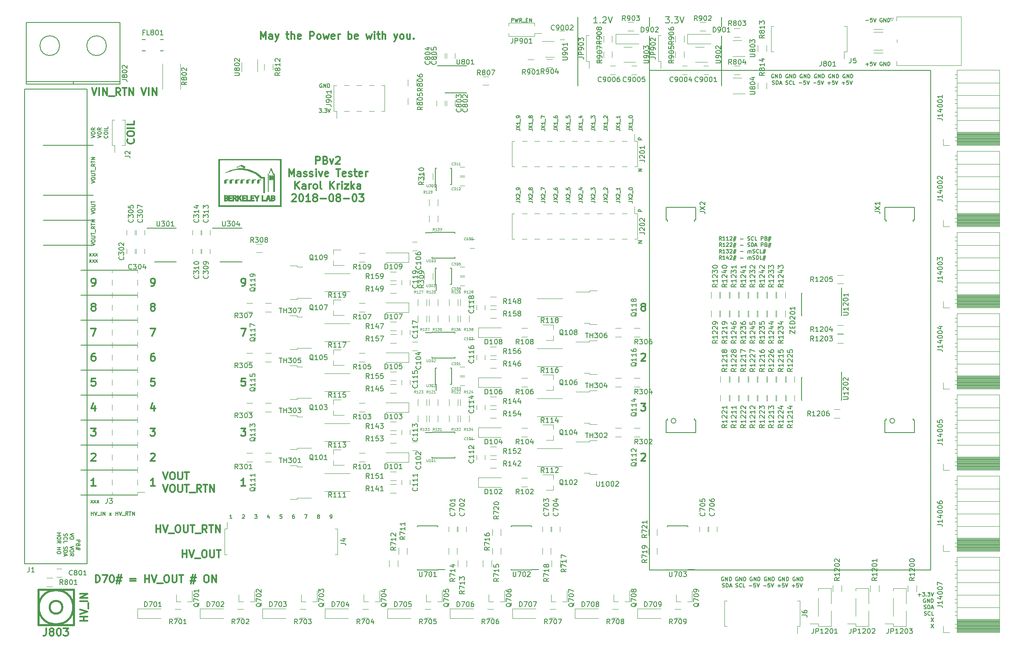
<source format=gbr>
G04 #@! TF.FileFunction,Legend,Top*
%FSLAX46Y46*%
G04 Gerber Fmt 4.6, Leading zero omitted, Abs format (unit mm)*
G04 Created by KiCad (PCBNEW 4.0.6) date Mon Aug  6 11:21:29 2018*
%MOMM*%
%LPD*%
G01*
G04 APERTURE LIST*
%ADD10C,0.100000*%
%ADD11C,0.300000*%
%ADD12C,0.200000*%
%ADD13C,0.152400*%
%ADD14C,0.304800*%
%ADD15C,0.120000*%
%ADD16C,0.150000*%
%ADD17C,0.381000*%
%ADD18C,0.010000*%
%ADD19C,0.076200*%
G04 APERTURE END LIST*
D10*
D11*
X227187144Y-110311429D02*
X227044286Y-110240000D01*
X226972858Y-110168571D01*
X226901429Y-110025714D01*
X226901429Y-109954286D01*
X226972858Y-109811429D01*
X227044286Y-109740000D01*
X227187144Y-109668571D01*
X227472858Y-109668571D01*
X227615715Y-109740000D01*
X227687144Y-109811429D01*
X227758572Y-109954286D01*
X227758572Y-110025714D01*
X227687144Y-110168571D01*
X227615715Y-110240000D01*
X227472858Y-110311429D01*
X227187144Y-110311429D01*
X227044286Y-110382857D01*
X226972858Y-110454286D01*
X226901429Y-110597143D01*
X226901429Y-110882857D01*
X226972858Y-111025714D01*
X227044286Y-111097143D01*
X227187144Y-111168571D01*
X227472858Y-111168571D01*
X227615715Y-111097143D01*
X227687144Y-111025714D01*
X227758572Y-110882857D01*
X227758572Y-110597143D01*
X227687144Y-110454286D01*
X227615715Y-110382857D01*
X227472858Y-110311429D01*
X226901429Y-119971429D02*
X226972858Y-119900000D01*
X227115715Y-119828571D01*
X227472858Y-119828571D01*
X227615715Y-119900000D01*
X227687144Y-119971429D01*
X227758572Y-120114286D01*
X227758572Y-120257143D01*
X227687144Y-120471429D01*
X226830001Y-121328571D01*
X227758572Y-121328571D01*
X226830001Y-129988571D02*
X227758572Y-129988571D01*
X227258572Y-130560000D01*
X227472858Y-130560000D01*
X227615715Y-130631429D01*
X227687144Y-130702857D01*
X227758572Y-130845714D01*
X227758572Y-131202857D01*
X227687144Y-131345714D01*
X227615715Y-131417143D01*
X227472858Y-131488571D01*
X227044286Y-131488571D01*
X226901429Y-131417143D01*
X226830001Y-131345714D01*
X226901429Y-140291429D02*
X226972858Y-140220000D01*
X227115715Y-140148571D01*
X227472858Y-140148571D01*
X227615715Y-140220000D01*
X227687144Y-140291429D01*
X227758572Y-140434286D01*
X227758572Y-140577143D01*
X227687144Y-140791429D01*
X226830001Y-141648571D01*
X227758572Y-141648571D01*
X146478572Y-146728571D02*
X145621429Y-146728571D01*
X146050001Y-146728571D02*
X146050001Y-145228571D01*
X145907144Y-145442857D01*
X145764286Y-145585714D01*
X145621429Y-145657143D01*
X145550001Y-135068571D02*
X146478572Y-135068571D01*
X145978572Y-135640000D01*
X146192858Y-135640000D01*
X146335715Y-135711429D01*
X146407144Y-135782857D01*
X146478572Y-135925714D01*
X146478572Y-136282857D01*
X146407144Y-136425714D01*
X146335715Y-136497143D01*
X146192858Y-136568571D01*
X145764286Y-136568571D01*
X145621429Y-136497143D01*
X145550001Y-136425714D01*
X146407144Y-124908571D02*
X145692858Y-124908571D01*
X145621429Y-125622857D01*
X145692858Y-125551429D01*
X145835715Y-125480000D01*
X146192858Y-125480000D01*
X146335715Y-125551429D01*
X146407144Y-125622857D01*
X146478572Y-125765714D01*
X146478572Y-126122857D01*
X146407144Y-126265714D01*
X146335715Y-126337143D01*
X146192858Y-126408571D01*
X145835715Y-126408571D01*
X145692858Y-126337143D01*
X145621429Y-126265714D01*
X145550001Y-114748571D02*
X146550001Y-114748571D01*
X145907144Y-116248571D01*
X145764286Y-106088571D02*
X146050001Y-106088571D01*
X146192858Y-106017143D01*
X146264286Y-105945714D01*
X146407144Y-105731429D01*
X146478572Y-105445714D01*
X146478572Y-104874286D01*
X146407144Y-104731429D01*
X146335715Y-104660000D01*
X146192858Y-104588571D01*
X145907144Y-104588571D01*
X145764286Y-104660000D01*
X145692858Y-104731429D01*
X145621429Y-104874286D01*
X145621429Y-105231429D01*
X145692858Y-105374286D01*
X145764286Y-105445714D01*
X145907144Y-105517143D01*
X146192858Y-105517143D01*
X146335715Y-105445714D01*
X146407144Y-105374286D01*
X146478572Y-105231429D01*
X149564286Y-55923571D02*
X149564286Y-54423571D01*
X150064286Y-55495000D01*
X150564286Y-54423571D01*
X150564286Y-55923571D01*
X151921429Y-55923571D02*
X151921429Y-55137857D01*
X151850000Y-54995000D01*
X151707143Y-54923571D01*
X151421429Y-54923571D01*
X151278572Y-54995000D01*
X151921429Y-55852143D02*
X151778572Y-55923571D01*
X151421429Y-55923571D01*
X151278572Y-55852143D01*
X151207143Y-55709286D01*
X151207143Y-55566429D01*
X151278572Y-55423571D01*
X151421429Y-55352143D01*
X151778572Y-55352143D01*
X151921429Y-55280714D01*
X152492858Y-54923571D02*
X152850001Y-55923571D01*
X153207143Y-54923571D02*
X152850001Y-55923571D01*
X152707143Y-56280714D01*
X152635715Y-56352143D01*
X152492858Y-56423571D01*
X154707143Y-54923571D02*
X155278572Y-54923571D01*
X154921429Y-54423571D02*
X154921429Y-55709286D01*
X154992857Y-55852143D01*
X155135715Y-55923571D01*
X155278572Y-55923571D01*
X155778572Y-55923571D02*
X155778572Y-54423571D01*
X156421429Y-55923571D02*
X156421429Y-55137857D01*
X156350000Y-54995000D01*
X156207143Y-54923571D01*
X155992858Y-54923571D01*
X155850000Y-54995000D01*
X155778572Y-55066429D01*
X157707143Y-55852143D02*
X157564286Y-55923571D01*
X157278572Y-55923571D01*
X157135715Y-55852143D01*
X157064286Y-55709286D01*
X157064286Y-55137857D01*
X157135715Y-54995000D01*
X157278572Y-54923571D01*
X157564286Y-54923571D01*
X157707143Y-54995000D01*
X157778572Y-55137857D01*
X157778572Y-55280714D01*
X157064286Y-55423571D01*
X159564286Y-55923571D02*
X159564286Y-54423571D01*
X160135714Y-54423571D01*
X160278572Y-54495000D01*
X160350000Y-54566429D01*
X160421429Y-54709286D01*
X160421429Y-54923571D01*
X160350000Y-55066429D01*
X160278572Y-55137857D01*
X160135714Y-55209286D01*
X159564286Y-55209286D01*
X161278572Y-55923571D02*
X161135714Y-55852143D01*
X161064286Y-55780714D01*
X160992857Y-55637857D01*
X160992857Y-55209286D01*
X161064286Y-55066429D01*
X161135714Y-54995000D01*
X161278572Y-54923571D01*
X161492857Y-54923571D01*
X161635714Y-54995000D01*
X161707143Y-55066429D01*
X161778572Y-55209286D01*
X161778572Y-55637857D01*
X161707143Y-55780714D01*
X161635714Y-55852143D01*
X161492857Y-55923571D01*
X161278572Y-55923571D01*
X162278572Y-54923571D02*
X162564286Y-55923571D01*
X162850000Y-55209286D01*
X163135715Y-55923571D01*
X163421429Y-54923571D01*
X164564286Y-55852143D02*
X164421429Y-55923571D01*
X164135715Y-55923571D01*
X163992858Y-55852143D01*
X163921429Y-55709286D01*
X163921429Y-55137857D01*
X163992858Y-54995000D01*
X164135715Y-54923571D01*
X164421429Y-54923571D01*
X164564286Y-54995000D01*
X164635715Y-55137857D01*
X164635715Y-55280714D01*
X163921429Y-55423571D01*
X165278572Y-55923571D02*
X165278572Y-54923571D01*
X165278572Y-55209286D02*
X165350000Y-55066429D01*
X165421429Y-54995000D01*
X165564286Y-54923571D01*
X165707143Y-54923571D01*
X167350000Y-55923571D02*
X167350000Y-54423571D01*
X167350000Y-54995000D02*
X167492857Y-54923571D01*
X167778571Y-54923571D01*
X167921428Y-54995000D01*
X167992857Y-55066429D01*
X168064286Y-55209286D01*
X168064286Y-55637857D01*
X167992857Y-55780714D01*
X167921428Y-55852143D01*
X167778571Y-55923571D01*
X167492857Y-55923571D01*
X167350000Y-55852143D01*
X169278571Y-55852143D02*
X169135714Y-55923571D01*
X168850000Y-55923571D01*
X168707143Y-55852143D01*
X168635714Y-55709286D01*
X168635714Y-55137857D01*
X168707143Y-54995000D01*
X168850000Y-54923571D01*
X169135714Y-54923571D01*
X169278571Y-54995000D01*
X169350000Y-55137857D01*
X169350000Y-55280714D01*
X168635714Y-55423571D01*
X170992857Y-54923571D02*
X171278571Y-55923571D01*
X171564285Y-55209286D01*
X171850000Y-55923571D01*
X172135714Y-54923571D01*
X172707143Y-55923571D02*
X172707143Y-54923571D01*
X172707143Y-54423571D02*
X172635714Y-54495000D01*
X172707143Y-54566429D01*
X172778571Y-54495000D01*
X172707143Y-54423571D01*
X172707143Y-54566429D01*
X173207143Y-54923571D02*
X173778572Y-54923571D01*
X173421429Y-54423571D02*
X173421429Y-55709286D01*
X173492857Y-55852143D01*
X173635715Y-55923571D01*
X173778572Y-55923571D01*
X174278572Y-55923571D02*
X174278572Y-54423571D01*
X174921429Y-55923571D02*
X174921429Y-55137857D01*
X174850000Y-54995000D01*
X174707143Y-54923571D01*
X174492858Y-54923571D01*
X174350000Y-54995000D01*
X174278572Y-55066429D01*
X176635715Y-54923571D02*
X176992858Y-55923571D01*
X177350000Y-54923571D02*
X176992858Y-55923571D01*
X176850000Y-56280714D01*
X176778572Y-56352143D01*
X176635715Y-56423571D01*
X178135715Y-55923571D02*
X177992857Y-55852143D01*
X177921429Y-55780714D01*
X177850000Y-55637857D01*
X177850000Y-55209286D01*
X177921429Y-55066429D01*
X177992857Y-54995000D01*
X178135715Y-54923571D01*
X178350000Y-54923571D01*
X178492857Y-54995000D01*
X178564286Y-55066429D01*
X178635715Y-55209286D01*
X178635715Y-55637857D01*
X178564286Y-55780714D01*
X178492857Y-55852143D01*
X178350000Y-55923571D01*
X178135715Y-55923571D01*
X179921429Y-54923571D02*
X179921429Y-55923571D01*
X179278572Y-54923571D02*
X179278572Y-55709286D01*
X179350000Y-55852143D01*
X179492858Y-55923571D01*
X179707143Y-55923571D01*
X179850000Y-55852143D01*
X179921429Y-55780714D01*
X180635715Y-55780714D02*
X180707143Y-55852143D01*
X180635715Y-55923571D01*
X180564286Y-55852143D01*
X180635715Y-55780714D01*
X180635715Y-55923571D01*
D12*
X243205000Y-51435000D02*
X243205000Y-53340000D01*
X243205000Y-55245000D02*
X243205000Y-65405000D01*
X228600000Y-51435000D02*
X228600000Y-53340000D01*
X228600000Y-55245000D02*
X228600000Y-65405000D01*
X213995000Y-51435000D02*
X213995000Y-65405000D01*
D11*
X160766429Y-81308571D02*
X160766429Y-79808571D01*
X161337857Y-79808571D01*
X161480715Y-79880000D01*
X161552143Y-79951429D01*
X161623572Y-80094286D01*
X161623572Y-80308571D01*
X161552143Y-80451429D01*
X161480715Y-80522857D01*
X161337857Y-80594286D01*
X160766429Y-80594286D01*
X162766429Y-80522857D02*
X162980715Y-80594286D01*
X163052143Y-80665714D01*
X163123572Y-80808571D01*
X163123572Y-81022857D01*
X163052143Y-81165714D01*
X162980715Y-81237143D01*
X162837857Y-81308571D01*
X162266429Y-81308571D01*
X162266429Y-79808571D01*
X162766429Y-79808571D01*
X162909286Y-79880000D01*
X162980715Y-79951429D01*
X163052143Y-80094286D01*
X163052143Y-80237143D01*
X162980715Y-80380000D01*
X162909286Y-80451429D01*
X162766429Y-80522857D01*
X162266429Y-80522857D01*
X163623572Y-80308571D02*
X163980715Y-81308571D01*
X164337857Y-80308571D01*
X164837857Y-79951429D02*
X164909286Y-79880000D01*
X165052143Y-79808571D01*
X165409286Y-79808571D01*
X165552143Y-79880000D01*
X165623572Y-79951429D01*
X165695000Y-80094286D01*
X165695000Y-80237143D01*
X165623572Y-80451429D01*
X164766429Y-81308571D01*
X165695000Y-81308571D01*
X155302143Y-83858571D02*
X155302143Y-82358571D01*
X155802143Y-83430000D01*
X156302143Y-82358571D01*
X156302143Y-83858571D01*
X157659286Y-83858571D02*
X157659286Y-83072857D01*
X157587857Y-82930000D01*
X157445000Y-82858571D01*
X157159286Y-82858571D01*
X157016429Y-82930000D01*
X157659286Y-83787143D02*
X157516429Y-83858571D01*
X157159286Y-83858571D01*
X157016429Y-83787143D01*
X156945000Y-83644286D01*
X156945000Y-83501429D01*
X157016429Y-83358571D01*
X157159286Y-83287143D01*
X157516429Y-83287143D01*
X157659286Y-83215714D01*
X158302143Y-83787143D02*
X158445000Y-83858571D01*
X158730715Y-83858571D01*
X158873572Y-83787143D01*
X158945000Y-83644286D01*
X158945000Y-83572857D01*
X158873572Y-83430000D01*
X158730715Y-83358571D01*
X158516429Y-83358571D01*
X158373572Y-83287143D01*
X158302143Y-83144286D01*
X158302143Y-83072857D01*
X158373572Y-82930000D01*
X158516429Y-82858571D01*
X158730715Y-82858571D01*
X158873572Y-82930000D01*
X159516429Y-83787143D02*
X159659286Y-83858571D01*
X159945001Y-83858571D01*
X160087858Y-83787143D01*
X160159286Y-83644286D01*
X160159286Y-83572857D01*
X160087858Y-83430000D01*
X159945001Y-83358571D01*
X159730715Y-83358571D01*
X159587858Y-83287143D01*
X159516429Y-83144286D01*
X159516429Y-83072857D01*
X159587858Y-82930000D01*
X159730715Y-82858571D01*
X159945001Y-82858571D01*
X160087858Y-82930000D01*
X160802144Y-83858571D02*
X160802144Y-82858571D01*
X160802144Y-82358571D02*
X160730715Y-82430000D01*
X160802144Y-82501429D01*
X160873572Y-82430000D01*
X160802144Y-82358571D01*
X160802144Y-82501429D01*
X161373573Y-82858571D02*
X161730716Y-83858571D01*
X162087858Y-82858571D01*
X163230715Y-83787143D02*
X163087858Y-83858571D01*
X162802144Y-83858571D01*
X162659287Y-83787143D01*
X162587858Y-83644286D01*
X162587858Y-83072857D01*
X162659287Y-82930000D01*
X162802144Y-82858571D01*
X163087858Y-82858571D01*
X163230715Y-82930000D01*
X163302144Y-83072857D01*
X163302144Y-83215714D01*
X162587858Y-83358571D01*
X164873572Y-82358571D02*
X165730715Y-82358571D01*
X165302144Y-83858571D02*
X165302144Y-82358571D01*
X166802143Y-83787143D02*
X166659286Y-83858571D01*
X166373572Y-83858571D01*
X166230715Y-83787143D01*
X166159286Y-83644286D01*
X166159286Y-83072857D01*
X166230715Y-82930000D01*
X166373572Y-82858571D01*
X166659286Y-82858571D01*
X166802143Y-82930000D01*
X166873572Y-83072857D01*
X166873572Y-83215714D01*
X166159286Y-83358571D01*
X167445000Y-83787143D02*
X167587857Y-83858571D01*
X167873572Y-83858571D01*
X168016429Y-83787143D01*
X168087857Y-83644286D01*
X168087857Y-83572857D01*
X168016429Y-83430000D01*
X167873572Y-83358571D01*
X167659286Y-83358571D01*
X167516429Y-83287143D01*
X167445000Y-83144286D01*
X167445000Y-83072857D01*
X167516429Y-82930000D01*
X167659286Y-82858571D01*
X167873572Y-82858571D01*
X168016429Y-82930000D01*
X168516429Y-82858571D02*
X169087858Y-82858571D01*
X168730715Y-82358571D02*
X168730715Y-83644286D01*
X168802143Y-83787143D01*
X168945001Y-83858571D01*
X169087858Y-83858571D01*
X170159286Y-83787143D02*
X170016429Y-83858571D01*
X169730715Y-83858571D01*
X169587858Y-83787143D01*
X169516429Y-83644286D01*
X169516429Y-83072857D01*
X169587858Y-82930000D01*
X169730715Y-82858571D01*
X170016429Y-82858571D01*
X170159286Y-82930000D01*
X170230715Y-83072857D01*
X170230715Y-83215714D01*
X169516429Y-83358571D01*
X170873572Y-83858571D02*
X170873572Y-82858571D01*
X170873572Y-83144286D02*
X170945000Y-83001429D01*
X171016429Y-82930000D01*
X171159286Y-82858571D01*
X171302143Y-82858571D01*
X156552143Y-86408571D02*
X156552143Y-84908571D01*
X157409286Y-86408571D02*
X156766429Y-85551429D01*
X157409286Y-84908571D02*
X156552143Y-85765714D01*
X158695000Y-86408571D02*
X158695000Y-85622857D01*
X158623571Y-85480000D01*
X158480714Y-85408571D01*
X158195000Y-85408571D01*
X158052143Y-85480000D01*
X158695000Y-86337143D02*
X158552143Y-86408571D01*
X158195000Y-86408571D01*
X158052143Y-86337143D01*
X157980714Y-86194286D01*
X157980714Y-86051429D01*
X158052143Y-85908571D01*
X158195000Y-85837143D01*
X158552143Y-85837143D01*
X158695000Y-85765714D01*
X159409286Y-86408571D02*
X159409286Y-85408571D01*
X159409286Y-85694286D02*
X159480714Y-85551429D01*
X159552143Y-85480000D01*
X159695000Y-85408571D01*
X159837857Y-85408571D01*
X160552143Y-86408571D02*
X160409285Y-86337143D01*
X160337857Y-86265714D01*
X160266428Y-86122857D01*
X160266428Y-85694286D01*
X160337857Y-85551429D01*
X160409285Y-85480000D01*
X160552143Y-85408571D01*
X160766428Y-85408571D01*
X160909285Y-85480000D01*
X160980714Y-85551429D01*
X161052143Y-85694286D01*
X161052143Y-86122857D01*
X160980714Y-86265714D01*
X160909285Y-86337143D01*
X160766428Y-86408571D01*
X160552143Y-86408571D01*
X161909286Y-86408571D02*
X161766428Y-86337143D01*
X161695000Y-86194286D01*
X161695000Y-84908571D01*
X163623571Y-86408571D02*
X163623571Y-84908571D01*
X164480714Y-86408571D02*
X163837857Y-85551429D01*
X164480714Y-84908571D02*
X163623571Y-85765714D01*
X165123571Y-86408571D02*
X165123571Y-85408571D01*
X165123571Y-85694286D02*
X165194999Y-85551429D01*
X165266428Y-85480000D01*
X165409285Y-85408571D01*
X165552142Y-85408571D01*
X166052142Y-86408571D02*
X166052142Y-85408571D01*
X166052142Y-84908571D02*
X165980713Y-84980000D01*
X166052142Y-85051429D01*
X166123570Y-84980000D01*
X166052142Y-84908571D01*
X166052142Y-85051429D01*
X166623571Y-85408571D02*
X167409285Y-85408571D01*
X166623571Y-86408571D01*
X167409285Y-86408571D01*
X167980714Y-86408571D02*
X167980714Y-84908571D01*
X168123571Y-85837143D02*
X168552142Y-86408571D01*
X168552142Y-85408571D02*
X167980714Y-85980000D01*
X169837857Y-86408571D02*
X169837857Y-85622857D01*
X169766428Y-85480000D01*
X169623571Y-85408571D01*
X169337857Y-85408571D01*
X169195000Y-85480000D01*
X169837857Y-86337143D02*
X169695000Y-86408571D01*
X169337857Y-86408571D01*
X169195000Y-86337143D01*
X169123571Y-86194286D01*
X169123571Y-86051429D01*
X169195000Y-85908571D01*
X169337857Y-85837143D01*
X169695000Y-85837143D01*
X169837857Y-85765714D01*
X155909287Y-87601429D02*
X155980716Y-87530000D01*
X156123573Y-87458571D01*
X156480716Y-87458571D01*
X156623573Y-87530000D01*
X156695002Y-87601429D01*
X156766430Y-87744286D01*
X156766430Y-87887143D01*
X156695002Y-88101429D01*
X155837859Y-88958571D01*
X156766430Y-88958571D01*
X157695001Y-87458571D02*
X157837858Y-87458571D01*
X157980715Y-87530000D01*
X158052144Y-87601429D01*
X158123573Y-87744286D01*
X158195001Y-88030000D01*
X158195001Y-88387143D01*
X158123573Y-88672857D01*
X158052144Y-88815714D01*
X157980715Y-88887143D01*
X157837858Y-88958571D01*
X157695001Y-88958571D01*
X157552144Y-88887143D01*
X157480715Y-88815714D01*
X157409287Y-88672857D01*
X157337858Y-88387143D01*
X157337858Y-88030000D01*
X157409287Y-87744286D01*
X157480715Y-87601429D01*
X157552144Y-87530000D01*
X157695001Y-87458571D01*
X159623572Y-88958571D02*
X158766429Y-88958571D01*
X159195001Y-88958571D02*
X159195001Y-87458571D01*
X159052144Y-87672857D01*
X158909286Y-87815714D01*
X158766429Y-87887143D01*
X160480715Y-88101429D02*
X160337857Y-88030000D01*
X160266429Y-87958571D01*
X160195000Y-87815714D01*
X160195000Y-87744286D01*
X160266429Y-87601429D01*
X160337857Y-87530000D01*
X160480715Y-87458571D01*
X160766429Y-87458571D01*
X160909286Y-87530000D01*
X160980715Y-87601429D01*
X161052143Y-87744286D01*
X161052143Y-87815714D01*
X160980715Y-87958571D01*
X160909286Y-88030000D01*
X160766429Y-88101429D01*
X160480715Y-88101429D01*
X160337857Y-88172857D01*
X160266429Y-88244286D01*
X160195000Y-88387143D01*
X160195000Y-88672857D01*
X160266429Y-88815714D01*
X160337857Y-88887143D01*
X160480715Y-88958571D01*
X160766429Y-88958571D01*
X160909286Y-88887143D01*
X160980715Y-88815714D01*
X161052143Y-88672857D01*
X161052143Y-88387143D01*
X160980715Y-88244286D01*
X160909286Y-88172857D01*
X160766429Y-88101429D01*
X161695000Y-88387143D02*
X162837857Y-88387143D01*
X163837857Y-87458571D02*
X163980714Y-87458571D01*
X164123571Y-87530000D01*
X164195000Y-87601429D01*
X164266429Y-87744286D01*
X164337857Y-88030000D01*
X164337857Y-88387143D01*
X164266429Y-88672857D01*
X164195000Y-88815714D01*
X164123571Y-88887143D01*
X163980714Y-88958571D01*
X163837857Y-88958571D01*
X163695000Y-88887143D01*
X163623571Y-88815714D01*
X163552143Y-88672857D01*
X163480714Y-88387143D01*
X163480714Y-88030000D01*
X163552143Y-87744286D01*
X163623571Y-87601429D01*
X163695000Y-87530000D01*
X163837857Y-87458571D01*
X165195000Y-88101429D02*
X165052142Y-88030000D01*
X164980714Y-87958571D01*
X164909285Y-87815714D01*
X164909285Y-87744286D01*
X164980714Y-87601429D01*
X165052142Y-87530000D01*
X165195000Y-87458571D01*
X165480714Y-87458571D01*
X165623571Y-87530000D01*
X165695000Y-87601429D01*
X165766428Y-87744286D01*
X165766428Y-87815714D01*
X165695000Y-87958571D01*
X165623571Y-88030000D01*
X165480714Y-88101429D01*
X165195000Y-88101429D01*
X165052142Y-88172857D01*
X164980714Y-88244286D01*
X164909285Y-88387143D01*
X164909285Y-88672857D01*
X164980714Y-88815714D01*
X165052142Y-88887143D01*
X165195000Y-88958571D01*
X165480714Y-88958571D01*
X165623571Y-88887143D01*
X165695000Y-88815714D01*
X165766428Y-88672857D01*
X165766428Y-88387143D01*
X165695000Y-88244286D01*
X165623571Y-88172857D01*
X165480714Y-88101429D01*
X166409285Y-88387143D02*
X167552142Y-88387143D01*
X168552142Y-87458571D02*
X168694999Y-87458571D01*
X168837856Y-87530000D01*
X168909285Y-87601429D01*
X168980714Y-87744286D01*
X169052142Y-88030000D01*
X169052142Y-88387143D01*
X168980714Y-88672857D01*
X168909285Y-88815714D01*
X168837856Y-88887143D01*
X168694999Y-88958571D01*
X168552142Y-88958571D01*
X168409285Y-88887143D01*
X168337856Y-88815714D01*
X168266428Y-88672857D01*
X168194999Y-88387143D01*
X168194999Y-88030000D01*
X168266428Y-87744286D01*
X168337856Y-87601429D01*
X168409285Y-87530000D01*
X168552142Y-87458571D01*
X169552142Y-87458571D02*
X170480713Y-87458571D01*
X169980713Y-88030000D01*
X170194999Y-88030000D01*
X170337856Y-88101429D01*
X170409285Y-88172857D01*
X170480713Y-88315714D01*
X170480713Y-88672857D01*
X170409285Y-88815714D01*
X170337856Y-88887143D01*
X170194999Y-88958571D01*
X169766427Y-88958571D01*
X169623570Y-88887143D01*
X169552142Y-88815714D01*
D13*
X112088386Y-157788429D02*
X112850386Y-157788429D01*
X112850386Y-158078714D01*
X112814100Y-158151286D01*
X112777814Y-158187571D01*
X112705243Y-158223857D01*
X112596386Y-158223857D01*
X112523814Y-158187571D01*
X112487529Y-158151286D01*
X112451243Y-158078714D01*
X112451243Y-157788429D01*
X112487529Y-158804429D02*
X112451243Y-158913286D01*
X112414957Y-158949571D01*
X112342386Y-158985857D01*
X112233529Y-158985857D01*
X112160957Y-158949571D01*
X112124671Y-158913286D01*
X112088386Y-158840714D01*
X112088386Y-158550429D01*
X112850386Y-158550429D01*
X112850386Y-158804429D01*
X112814100Y-158877000D01*
X112777814Y-158913286D01*
X112705243Y-158949571D01*
X112632671Y-158949571D01*
X112560100Y-158913286D01*
X112523814Y-158877000D01*
X112487529Y-158804429D01*
X112487529Y-158550429D01*
X112596386Y-159276143D02*
X112596386Y-159820429D01*
X112922957Y-159493857D02*
X111943243Y-159276143D01*
X112269814Y-159747857D02*
X112269814Y-159203571D01*
X111943243Y-159530143D02*
X112922957Y-159747857D01*
X111554986Y-156409571D02*
X110792986Y-156663571D01*
X111554986Y-156917571D01*
X111554986Y-157316714D02*
X111554986Y-157461857D01*
X111518700Y-157534429D01*
X111446129Y-157607000D01*
X111300986Y-157643286D01*
X111046986Y-157643286D01*
X110901843Y-157607000D01*
X110829271Y-157534429D01*
X110792986Y-157461857D01*
X110792986Y-157316714D01*
X110829271Y-157244143D01*
X110901843Y-157171572D01*
X111046986Y-157135286D01*
X111300986Y-157135286D01*
X111446129Y-157171572D01*
X111518700Y-157244143D01*
X111554986Y-157316714D01*
X111554986Y-159022142D02*
X110792986Y-159276142D01*
X111554986Y-159530142D01*
X111554986Y-159929285D02*
X111554986Y-160074428D01*
X111518700Y-160147000D01*
X111446129Y-160219571D01*
X111300986Y-160255857D01*
X111046986Y-160255857D01*
X110901843Y-160219571D01*
X110829271Y-160147000D01*
X110792986Y-160074428D01*
X110792986Y-159929285D01*
X110829271Y-159856714D01*
X110901843Y-159784143D01*
X111046986Y-159747857D01*
X111300986Y-159747857D01*
X111446129Y-159784143D01*
X111518700Y-159856714D01*
X111554986Y-159929285D01*
X110792986Y-161017857D02*
X111155843Y-160763857D01*
X110792986Y-160582429D02*
X111554986Y-160582429D01*
X111554986Y-160872714D01*
X111518700Y-160945286D01*
X111482414Y-160981571D01*
X111409843Y-161017857D01*
X111300986Y-161017857D01*
X111228414Y-160981571D01*
X111192129Y-160945286D01*
X111155843Y-160872714D01*
X111155843Y-160582429D01*
X109533871Y-156482144D02*
X109497586Y-156591001D01*
X109497586Y-156772430D01*
X109533871Y-156845001D01*
X109570157Y-156881287D01*
X109642729Y-156917572D01*
X109715300Y-156917572D01*
X109787871Y-156881287D01*
X109824157Y-156845001D01*
X109860443Y-156772430D01*
X109896729Y-156627287D01*
X109933014Y-156554715D01*
X109969300Y-156518430D01*
X110041871Y-156482144D01*
X110114443Y-156482144D01*
X110187014Y-156518430D01*
X110223300Y-156554715D01*
X110259586Y-156627287D01*
X110259586Y-156808715D01*
X110223300Y-156917572D01*
X109570157Y-157679572D02*
X109533871Y-157643286D01*
X109497586Y-157534429D01*
X109497586Y-157461858D01*
X109533871Y-157353001D01*
X109606443Y-157280429D01*
X109679014Y-157244144D01*
X109824157Y-157207858D01*
X109933014Y-157207858D01*
X110078157Y-157244144D01*
X110150729Y-157280429D01*
X110223300Y-157353001D01*
X110259586Y-157461858D01*
X110259586Y-157534429D01*
X110223300Y-157643286D01*
X110187014Y-157679572D01*
X109497586Y-158369001D02*
X109497586Y-158006144D01*
X110259586Y-158006144D01*
X109533871Y-159167286D02*
X109497586Y-159276143D01*
X109497586Y-159457572D01*
X109533871Y-159530143D01*
X109570157Y-159566429D01*
X109642729Y-159602714D01*
X109715300Y-159602714D01*
X109787871Y-159566429D01*
X109824157Y-159530143D01*
X109860443Y-159457572D01*
X109896729Y-159312429D01*
X109933014Y-159239857D01*
X109969300Y-159203572D01*
X110041871Y-159167286D01*
X110114443Y-159167286D01*
X110187014Y-159203572D01*
X110223300Y-159239857D01*
X110259586Y-159312429D01*
X110259586Y-159493857D01*
X110223300Y-159602714D01*
X109497586Y-159929286D02*
X110259586Y-159929286D01*
X110259586Y-160110714D01*
X110223300Y-160219571D01*
X110150729Y-160292143D01*
X110078157Y-160328428D01*
X109933014Y-160364714D01*
X109824157Y-160364714D01*
X109679014Y-160328428D01*
X109606443Y-160292143D01*
X109533871Y-160219571D01*
X109497586Y-160110714D01*
X109497586Y-159929286D01*
X109715300Y-160655000D02*
X109715300Y-161017857D01*
X109497586Y-160582428D02*
X110259586Y-160836428D01*
X109497586Y-161090428D01*
X108202186Y-156373286D02*
X108964186Y-156373286D01*
X108601329Y-156373286D02*
X108601329Y-156808714D01*
X108202186Y-156808714D02*
X108964186Y-156808714D01*
X108964186Y-157316714D02*
X108964186Y-157461857D01*
X108927900Y-157534429D01*
X108855329Y-157607000D01*
X108710186Y-157643286D01*
X108456186Y-157643286D01*
X108311043Y-157607000D01*
X108238471Y-157534429D01*
X108202186Y-157461857D01*
X108202186Y-157316714D01*
X108238471Y-157244143D01*
X108311043Y-157171572D01*
X108456186Y-157135286D01*
X108710186Y-157135286D01*
X108855329Y-157171572D01*
X108927900Y-157244143D01*
X108964186Y-157316714D01*
X108202186Y-158405286D02*
X108565043Y-158151286D01*
X108202186Y-157969858D02*
X108964186Y-157969858D01*
X108964186Y-158260143D01*
X108927900Y-158332715D01*
X108891614Y-158369000D01*
X108819043Y-158405286D01*
X108710186Y-158405286D01*
X108637614Y-158369000D01*
X108601329Y-158332715D01*
X108565043Y-158260143D01*
X108565043Y-157969858D01*
X108202186Y-159312429D02*
X108964186Y-159312429D01*
X108601329Y-159312429D02*
X108601329Y-159747857D01*
X108202186Y-159747857D02*
X108964186Y-159747857D01*
X108964186Y-160255857D02*
X108964186Y-160401000D01*
X108927900Y-160473572D01*
X108855329Y-160546143D01*
X108710186Y-160582429D01*
X108456186Y-160582429D01*
X108311043Y-160546143D01*
X108238471Y-160473572D01*
X108202186Y-160401000D01*
X108202186Y-160255857D01*
X108238471Y-160183286D01*
X108311043Y-160110715D01*
X108456186Y-160074429D01*
X108710186Y-160074429D01*
X108855329Y-160110715D01*
X108927900Y-160183286D01*
X108964186Y-160255857D01*
D14*
X116005429Y-146739429D02*
X115134572Y-146739429D01*
X115570000Y-146739429D02*
X115570000Y-145215429D01*
X115424857Y-145433143D01*
X115279715Y-145578286D01*
X115134572Y-145650857D01*
X115134572Y-140280571D02*
X115207143Y-140208000D01*
X115352286Y-140135429D01*
X115715143Y-140135429D01*
X115860286Y-140208000D01*
X115932857Y-140280571D01*
X116005429Y-140425714D01*
X116005429Y-140570857D01*
X115932857Y-140788571D01*
X115062000Y-141659429D01*
X116005429Y-141659429D01*
X115062000Y-135055429D02*
X116005429Y-135055429D01*
X115497429Y-135636000D01*
X115715143Y-135636000D01*
X115860286Y-135708571D01*
X115932857Y-135781143D01*
X116005429Y-135926286D01*
X116005429Y-136289143D01*
X115932857Y-136434286D01*
X115860286Y-136506857D01*
X115715143Y-136579429D01*
X115279715Y-136579429D01*
X115134572Y-136506857D01*
X115062000Y-136434286D01*
X115860286Y-130483429D02*
X115860286Y-131499429D01*
X115497429Y-129902857D02*
X115134572Y-130991429D01*
X116078000Y-130991429D01*
X115932857Y-124895429D02*
X115207143Y-124895429D01*
X115134572Y-125621143D01*
X115207143Y-125548571D01*
X115352286Y-125476000D01*
X115715143Y-125476000D01*
X115860286Y-125548571D01*
X115932857Y-125621143D01*
X116005429Y-125766286D01*
X116005429Y-126129143D01*
X115932857Y-126274286D01*
X115860286Y-126346857D01*
X115715143Y-126419429D01*
X115352286Y-126419429D01*
X115207143Y-126346857D01*
X115134572Y-126274286D01*
X115860286Y-119815429D02*
X115570000Y-119815429D01*
X115424857Y-119888000D01*
X115352286Y-119960571D01*
X115207143Y-120178286D01*
X115134572Y-120468571D01*
X115134572Y-121049143D01*
X115207143Y-121194286D01*
X115279715Y-121266857D01*
X115424857Y-121339429D01*
X115715143Y-121339429D01*
X115860286Y-121266857D01*
X115932857Y-121194286D01*
X116005429Y-121049143D01*
X116005429Y-120686286D01*
X115932857Y-120541143D01*
X115860286Y-120468571D01*
X115715143Y-120396000D01*
X115424857Y-120396000D01*
X115279715Y-120468571D01*
X115207143Y-120541143D01*
X115134572Y-120686286D01*
X115062000Y-114735429D02*
X116078000Y-114735429D01*
X115424857Y-116259429D01*
X115424857Y-110308571D02*
X115279715Y-110236000D01*
X115207143Y-110163429D01*
X115134572Y-110018286D01*
X115134572Y-109945714D01*
X115207143Y-109800571D01*
X115279715Y-109728000D01*
X115424857Y-109655429D01*
X115715143Y-109655429D01*
X115860286Y-109728000D01*
X115932857Y-109800571D01*
X116005429Y-109945714D01*
X116005429Y-110018286D01*
X115932857Y-110163429D01*
X115860286Y-110236000D01*
X115715143Y-110308571D01*
X115424857Y-110308571D01*
X115279715Y-110381143D01*
X115207143Y-110453714D01*
X115134572Y-110598857D01*
X115134572Y-110889143D01*
X115207143Y-111034286D01*
X115279715Y-111106857D01*
X115424857Y-111179429D01*
X115715143Y-111179429D01*
X115860286Y-111106857D01*
X115932857Y-111034286D01*
X116005429Y-110889143D01*
X116005429Y-110598857D01*
X115932857Y-110453714D01*
X115860286Y-110381143D01*
X115715143Y-110308571D01*
X115279715Y-106099429D02*
X115570000Y-106099429D01*
X115715143Y-106026857D01*
X115787715Y-105954286D01*
X115932857Y-105736571D01*
X116005429Y-105446286D01*
X116005429Y-104865714D01*
X115932857Y-104720571D01*
X115860286Y-104648000D01*
X115715143Y-104575429D01*
X115424857Y-104575429D01*
X115279715Y-104648000D01*
X115207143Y-104720571D01*
X115134572Y-104865714D01*
X115134572Y-105228571D01*
X115207143Y-105373714D01*
X115279715Y-105446286D01*
X115424857Y-105518857D01*
X115715143Y-105518857D01*
X115860286Y-105446286D01*
X115932857Y-105373714D01*
X116005429Y-105228571D01*
X127344715Y-106099429D02*
X127635000Y-106099429D01*
X127780143Y-106026857D01*
X127852715Y-105954286D01*
X127997857Y-105736571D01*
X128070429Y-105446286D01*
X128070429Y-104865714D01*
X127997857Y-104720571D01*
X127925286Y-104648000D01*
X127780143Y-104575429D01*
X127489857Y-104575429D01*
X127344715Y-104648000D01*
X127272143Y-104720571D01*
X127199572Y-104865714D01*
X127199572Y-105228571D01*
X127272143Y-105373714D01*
X127344715Y-105446286D01*
X127489857Y-105518857D01*
X127780143Y-105518857D01*
X127925286Y-105446286D01*
X127997857Y-105373714D01*
X128070429Y-105228571D01*
X127489857Y-110308571D02*
X127344715Y-110236000D01*
X127272143Y-110163429D01*
X127199572Y-110018286D01*
X127199572Y-109945714D01*
X127272143Y-109800571D01*
X127344715Y-109728000D01*
X127489857Y-109655429D01*
X127780143Y-109655429D01*
X127925286Y-109728000D01*
X127997857Y-109800571D01*
X128070429Y-109945714D01*
X128070429Y-110018286D01*
X127997857Y-110163429D01*
X127925286Y-110236000D01*
X127780143Y-110308571D01*
X127489857Y-110308571D01*
X127344715Y-110381143D01*
X127272143Y-110453714D01*
X127199572Y-110598857D01*
X127199572Y-110889143D01*
X127272143Y-111034286D01*
X127344715Y-111106857D01*
X127489857Y-111179429D01*
X127780143Y-111179429D01*
X127925286Y-111106857D01*
X127997857Y-111034286D01*
X128070429Y-110889143D01*
X128070429Y-110598857D01*
X127997857Y-110453714D01*
X127925286Y-110381143D01*
X127780143Y-110308571D01*
X127127000Y-114735429D02*
X128143000Y-114735429D01*
X127489857Y-116259429D01*
X127925286Y-119815429D02*
X127635000Y-119815429D01*
X127489857Y-119888000D01*
X127417286Y-119960571D01*
X127272143Y-120178286D01*
X127199572Y-120468571D01*
X127199572Y-121049143D01*
X127272143Y-121194286D01*
X127344715Y-121266857D01*
X127489857Y-121339429D01*
X127780143Y-121339429D01*
X127925286Y-121266857D01*
X127997857Y-121194286D01*
X128070429Y-121049143D01*
X128070429Y-120686286D01*
X127997857Y-120541143D01*
X127925286Y-120468571D01*
X127780143Y-120396000D01*
X127489857Y-120396000D01*
X127344715Y-120468571D01*
X127272143Y-120541143D01*
X127199572Y-120686286D01*
X127997857Y-124895429D02*
X127272143Y-124895429D01*
X127199572Y-125621143D01*
X127272143Y-125548571D01*
X127417286Y-125476000D01*
X127780143Y-125476000D01*
X127925286Y-125548571D01*
X127997857Y-125621143D01*
X128070429Y-125766286D01*
X128070429Y-126129143D01*
X127997857Y-126274286D01*
X127925286Y-126346857D01*
X127780143Y-126419429D01*
X127417286Y-126419429D01*
X127272143Y-126346857D01*
X127199572Y-126274286D01*
X127925286Y-130483429D02*
X127925286Y-131499429D01*
X127562429Y-129902857D02*
X127199572Y-130991429D01*
X128143000Y-130991429D01*
X127127000Y-135055429D02*
X128070429Y-135055429D01*
X127562429Y-135636000D01*
X127780143Y-135636000D01*
X127925286Y-135708571D01*
X127997857Y-135781143D01*
X128070429Y-135926286D01*
X128070429Y-136289143D01*
X127997857Y-136434286D01*
X127925286Y-136506857D01*
X127780143Y-136579429D01*
X127344715Y-136579429D01*
X127199572Y-136506857D01*
X127127000Y-136434286D01*
X127199572Y-140280571D02*
X127272143Y-140208000D01*
X127417286Y-140135429D01*
X127780143Y-140135429D01*
X127925286Y-140208000D01*
X127997857Y-140280571D01*
X128070429Y-140425714D01*
X128070429Y-140570857D01*
X127997857Y-140788571D01*
X127127000Y-141659429D01*
X128070429Y-141659429D01*
D13*
X283155572Y-168900929D02*
X283736143Y-168900929D01*
X283445857Y-169191214D02*
X283445857Y-168610643D01*
X284026429Y-168429214D02*
X284498143Y-168429214D01*
X284244143Y-168719500D01*
X284353001Y-168719500D01*
X284425572Y-168755786D01*
X284461858Y-168792071D01*
X284498143Y-168864643D01*
X284498143Y-169046071D01*
X284461858Y-169118643D01*
X284425572Y-169154929D01*
X284353001Y-169191214D01*
X284135286Y-169191214D01*
X284062715Y-169154929D01*
X284026429Y-169118643D01*
X284824715Y-169118643D02*
X284861000Y-169154929D01*
X284824715Y-169191214D01*
X284788429Y-169154929D01*
X284824715Y-169118643D01*
X284824715Y-169191214D01*
X285115000Y-168429214D02*
X285586714Y-168429214D01*
X285332714Y-168719500D01*
X285441572Y-168719500D01*
X285514143Y-168755786D01*
X285550429Y-168792071D01*
X285586714Y-168864643D01*
X285586714Y-169046071D01*
X285550429Y-169118643D01*
X285514143Y-169154929D01*
X285441572Y-169191214D01*
X285223857Y-169191214D01*
X285151286Y-169154929D01*
X285115000Y-169118643D01*
X285804428Y-168429214D02*
X286058428Y-169191214D01*
X286312428Y-168429214D01*
X284643285Y-169760900D02*
X284570714Y-169724614D01*
X284461857Y-169724614D01*
X284353000Y-169760900D01*
X284280428Y-169833471D01*
X284244143Y-169906043D01*
X284207857Y-170051186D01*
X284207857Y-170160043D01*
X284244143Y-170305186D01*
X284280428Y-170377757D01*
X284353000Y-170450329D01*
X284461857Y-170486614D01*
X284534428Y-170486614D01*
X284643285Y-170450329D01*
X284679571Y-170414043D01*
X284679571Y-170160043D01*
X284534428Y-170160043D01*
X285006143Y-170486614D02*
X285006143Y-169724614D01*
X285441571Y-170486614D01*
X285441571Y-169724614D01*
X285804429Y-170486614D02*
X285804429Y-169724614D01*
X285985857Y-169724614D01*
X286094714Y-169760900D01*
X286167286Y-169833471D01*
X286203571Y-169906043D01*
X286239857Y-170051186D01*
X286239857Y-170160043D01*
X286203571Y-170305186D01*
X286167286Y-170377757D01*
X286094714Y-170450329D01*
X285985857Y-170486614D01*
X285804429Y-170486614D01*
X284389286Y-171745729D02*
X284498143Y-171782014D01*
X284679572Y-171782014D01*
X284752143Y-171745729D01*
X284788429Y-171709443D01*
X284824714Y-171636871D01*
X284824714Y-171564300D01*
X284788429Y-171491729D01*
X284752143Y-171455443D01*
X284679572Y-171419157D01*
X284534429Y-171382871D01*
X284461857Y-171346586D01*
X284425572Y-171310300D01*
X284389286Y-171237729D01*
X284389286Y-171165157D01*
X284425572Y-171092586D01*
X284461857Y-171056300D01*
X284534429Y-171020014D01*
X284715857Y-171020014D01*
X284824714Y-171056300D01*
X285151286Y-171782014D02*
X285151286Y-171020014D01*
X285332714Y-171020014D01*
X285441571Y-171056300D01*
X285514143Y-171128871D01*
X285550428Y-171201443D01*
X285586714Y-171346586D01*
X285586714Y-171455443D01*
X285550428Y-171600586D01*
X285514143Y-171673157D01*
X285441571Y-171745729D01*
X285332714Y-171782014D01*
X285151286Y-171782014D01*
X285877000Y-171564300D02*
X286239857Y-171564300D01*
X285804428Y-171782014D02*
X286058428Y-171020014D01*
X286312428Y-171782014D01*
X284425572Y-173041129D02*
X284534429Y-173077414D01*
X284715858Y-173077414D01*
X284788429Y-173041129D01*
X284824715Y-173004843D01*
X284861000Y-172932271D01*
X284861000Y-172859700D01*
X284824715Y-172787129D01*
X284788429Y-172750843D01*
X284715858Y-172714557D01*
X284570715Y-172678271D01*
X284498143Y-172641986D01*
X284461858Y-172605700D01*
X284425572Y-172533129D01*
X284425572Y-172460557D01*
X284461858Y-172387986D01*
X284498143Y-172351700D01*
X284570715Y-172315414D01*
X284752143Y-172315414D01*
X284861000Y-172351700D01*
X285623000Y-173004843D02*
X285586714Y-173041129D01*
X285477857Y-173077414D01*
X285405286Y-173077414D01*
X285296429Y-173041129D01*
X285223857Y-172968557D01*
X285187572Y-172895986D01*
X285151286Y-172750843D01*
X285151286Y-172641986D01*
X285187572Y-172496843D01*
X285223857Y-172424271D01*
X285296429Y-172351700D01*
X285405286Y-172315414D01*
X285477857Y-172315414D01*
X285586714Y-172351700D01*
X285623000Y-172387986D01*
X286312429Y-173077414D02*
X285949572Y-173077414D01*
X285949572Y-172315414D01*
X285768143Y-173610814D02*
X286276143Y-174372814D01*
X286276143Y-173610814D02*
X285768143Y-174372814D01*
X285768143Y-174906214D02*
X286276143Y-175668214D01*
X286276143Y-174906214D02*
X285768143Y-175668214D01*
X253782286Y-63106300D02*
X253709715Y-63070014D01*
X253600858Y-63070014D01*
X253492001Y-63106300D01*
X253419429Y-63178871D01*
X253383144Y-63251443D01*
X253346858Y-63396586D01*
X253346858Y-63505443D01*
X253383144Y-63650586D01*
X253419429Y-63723157D01*
X253492001Y-63795729D01*
X253600858Y-63832014D01*
X253673429Y-63832014D01*
X253782286Y-63795729D01*
X253818572Y-63759443D01*
X253818572Y-63505443D01*
X253673429Y-63505443D01*
X254145144Y-63832014D02*
X254145144Y-63070014D01*
X254580572Y-63832014D01*
X254580572Y-63070014D01*
X254943430Y-63832014D02*
X254943430Y-63070014D01*
X255124858Y-63070014D01*
X255233715Y-63106300D01*
X255306287Y-63178871D01*
X255342572Y-63251443D01*
X255378858Y-63396586D01*
X255378858Y-63505443D01*
X255342572Y-63650586D01*
X255306287Y-63723157D01*
X255233715Y-63795729D01*
X255124858Y-63832014D01*
X254943430Y-63832014D01*
X256685143Y-63106300D02*
X256612572Y-63070014D01*
X256503715Y-63070014D01*
X256394858Y-63106300D01*
X256322286Y-63178871D01*
X256286001Y-63251443D01*
X256249715Y-63396586D01*
X256249715Y-63505443D01*
X256286001Y-63650586D01*
X256322286Y-63723157D01*
X256394858Y-63795729D01*
X256503715Y-63832014D01*
X256576286Y-63832014D01*
X256685143Y-63795729D01*
X256721429Y-63759443D01*
X256721429Y-63505443D01*
X256576286Y-63505443D01*
X257048001Y-63832014D02*
X257048001Y-63070014D01*
X257483429Y-63832014D01*
X257483429Y-63070014D01*
X257846287Y-63832014D02*
X257846287Y-63070014D01*
X258027715Y-63070014D01*
X258136572Y-63106300D01*
X258209144Y-63178871D01*
X258245429Y-63251443D01*
X258281715Y-63396586D01*
X258281715Y-63505443D01*
X258245429Y-63650586D01*
X258209144Y-63723157D01*
X258136572Y-63795729D01*
X258027715Y-63832014D01*
X257846287Y-63832014D01*
X259588000Y-63106300D02*
X259515429Y-63070014D01*
X259406572Y-63070014D01*
X259297715Y-63106300D01*
X259225143Y-63178871D01*
X259188858Y-63251443D01*
X259152572Y-63396586D01*
X259152572Y-63505443D01*
X259188858Y-63650586D01*
X259225143Y-63723157D01*
X259297715Y-63795729D01*
X259406572Y-63832014D01*
X259479143Y-63832014D01*
X259588000Y-63795729D01*
X259624286Y-63759443D01*
X259624286Y-63505443D01*
X259479143Y-63505443D01*
X259950858Y-63832014D02*
X259950858Y-63070014D01*
X260386286Y-63832014D01*
X260386286Y-63070014D01*
X260749144Y-63832014D02*
X260749144Y-63070014D01*
X260930572Y-63070014D01*
X261039429Y-63106300D01*
X261112001Y-63178871D01*
X261148286Y-63251443D01*
X261184572Y-63396586D01*
X261184572Y-63505443D01*
X261148286Y-63650586D01*
X261112001Y-63723157D01*
X261039429Y-63795729D01*
X260930572Y-63832014D01*
X260749144Y-63832014D01*
X262490857Y-63106300D02*
X262418286Y-63070014D01*
X262309429Y-63070014D01*
X262200572Y-63106300D01*
X262128000Y-63178871D01*
X262091715Y-63251443D01*
X262055429Y-63396586D01*
X262055429Y-63505443D01*
X262091715Y-63650586D01*
X262128000Y-63723157D01*
X262200572Y-63795729D01*
X262309429Y-63832014D01*
X262382000Y-63832014D01*
X262490857Y-63795729D01*
X262527143Y-63759443D01*
X262527143Y-63505443D01*
X262382000Y-63505443D01*
X262853715Y-63832014D02*
X262853715Y-63070014D01*
X263289143Y-63832014D01*
X263289143Y-63070014D01*
X263652001Y-63832014D02*
X263652001Y-63070014D01*
X263833429Y-63070014D01*
X263942286Y-63106300D01*
X264014858Y-63178871D01*
X264051143Y-63251443D01*
X264087429Y-63396586D01*
X264087429Y-63505443D01*
X264051143Y-63650586D01*
X264014858Y-63723157D01*
X263942286Y-63795729D01*
X263833429Y-63832014D01*
X263652001Y-63832014D01*
X265393714Y-63106300D02*
X265321143Y-63070014D01*
X265212286Y-63070014D01*
X265103429Y-63106300D01*
X265030857Y-63178871D01*
X264994572Y-63251443D01*
X264958286Y-63396586D01*
X264958286Y-63505443D01*
X264994572Y-63650586D01*
X265030857Y-63723157D01*
X265103429Y-63795729D01*
X265212286Y-63832014D01*
X265284857Y-63832014D01*
X265393714Y-63795729D01*
X265430000Y-63759443D01*
X265430000Y-63505443D01*
X265284857Y-63505443D01*
X265756572Y-63832014D02*
X265756572Y-63070014D01*
X266192000Y-63832014D01*
X266192000Y-63070014D01*
X266554858Y-63832014D02*
X266554858Y-63070014D01*
X266736286Y-63070014D01*
X266845143Y-63106300D01*
X266917715Y-63178871D01*
X266954000Y-63251443D01*
X266990286Y-63396586D01*
X266990286Y-63505443D01*
X266954000Y-63650586D01*
X266917715Y-63723157D01*
X266845143Y-63795729D01*
X266736286Y-63832014D01*
X266554858Y-63832014D01*
X268296571Y-63106300D02*
X268224000Y-63070014D01*
X268115143Y-63070014D01*
X268006286Y-63106300D01*
X267933714Y-63178871D01*
X267897429Y-63251443D01*
X267861143Y-63396586D01*
X267861143Y-63505443D01*
X267897429Y-63650586D01*
X267933714Y-63723157D01*
X268006286Y-63795729D01*
X268115143Y-63832014D01*
X268187714Y-63832014D01*
X268296571Y-63795729D01*
X268332857Y-63759443D01*
X268332857Y-63505443D01*
X268187714Y-63505443D01*
X268659429Y-63832014D02*
X268659429Y-63070014D01*
X269094857Y-63832014D01*
X269094857Y-63070014D01*
X269457715Y-63832014D02*
X269457715Y-63070014D01*
X269639143Y-63070014D01*
X269748000Y-63106300D01*
X269820572Y-63178871D01*
X269856857Y-63251443D01*
X269893143Y-63396586D01*
X269893143Y-63505443D01*
X269856857Y-63650586D01*
X269820572Y-63723157D01*
X269748000Y-63795729D01*
X269639143Y-63832014D01*
X269457715Y-63832014D01*
X253546430Y-65091129D02*
X253655287Y-65127414D01*
X253836716Y-65127414D01*
X253909287Y-65091129D01*
X253945573Y-65054843D01*
X253981858Y-64982271D01*
X253981858Y-64909700D01*
X253945573Y-64837129D01*
X253909287Y-64800843D01*
X253836716Y-64764557D01*
X253691573Y-64728271D01*
X253619001Y-64691986D01*
X253582716Y-64655700D01*
X253546430Y-64583129D01*
X253546430Y-64510557D01*
X253582716Y-64437986D01*
X253619001Y-64401700D01*
X253691573Y-64365414D01*
X253873001Y-64365414D01*
X253981858Y-64401700D01*
X254308430Y-65127414D02*
X254308430Y-64365414D01*
X254489858Y-64365414D01*
X254598715Y-64401700D01*
X254671287Y-64474271D01*
X254707572Y-64546843D01*
X254743858Y-64691986D01*
X254743858Y-64800843D01*
X254707572Y-64945986D01*
X254671287Y-65018557D01*
X254598715Y-65091129D01*
X254489858Y-65127414D01*
X254308430Y-65127414D01*
X255034144Y-64909700D02*
X255397001Y-64909700D01*
X254961572Y-65127414D02*
X255215572Y-64365414D01*
X255469572Y-65127414D01*
X256267858Y-65091129D02*
X256376715Y-65127414D01*
X256558144Y-65127414D01*
X256630715Y-65091129D01*
X256667001Y-65054843D01*
X256703286Y-64982271D01*
X256703286Y-64909700D01*
X256667001Y-64837129D01*
X256630715Y-64800843D01*
X256558144Y-64764557D01*
X256413001Y-64728271D01*
X256340429Y-64691986D01*
X256304144Y-64655700D01*
X256267858Y-64583129D01*
X256267858Y-64510557D01*
X256304144Y-64437986D01*
X256340429Y-64401700D01*
X256413001Y-64365414D01*
X256594429Y-64365414D01*
X256703286Y-64401700D01*
X257465286Y-65054843D02*
X257429000Y-65091129D01*
X257320143Y-65127414D01*
X257247572Y-65127414D01*
X257138715Y-65091129D01*
X257066143Y-65018557D01*
X257029858Y-64945986D01*
X256993572Y-64800843D01*
X256993572Y-64691986D01*
X257029858Y-64546843D01*
X257066143Y-64474271D01*
X257138715Y-64401700D01*
X257247572Y-64365414D01*
X257320143Y-64365414D01*
X257429000Y-64401700D01*
X257465286Y-64437986D01*
X258154715Y-65127414D02*
X257791858Y-65127414D01*
X257791858Y-64365414D01*
X258989286Y-64837129D02*
X259569857Y-64837129D01*
X260295572Y-64365414D02*
X259932715Y-64365414D01*
X259896429Y-64728271D01*
X259932715Y-64691986D01*
X260005286Y-64655700D01*
X260186715Y-64655700D01*
X260259286Y-64691986D01*
X260295572Y-64728271D01*
X260331857Y-64800843D01*
X260331857Y-64982271D01*
X260295572Y-65054843D01*
X260259286Y-65091129D01*
X260186715Y-65127414D01*
X260005286Y-65127414D01*
X259932715Y-65091129D01*
X259896429Y-65054843D01*
X260549571Y-64365414D02*
X260803571Y-65127414D01*
X261057571Y-64365414D01*
X261892143Y-64837129D02*
X262472714Y-64837129D01*
X263198429Y-64365414D02*
X262835572Y-64365414D01*
X262799286Y-64728271D01*
X262835572Y-64691986D01*
X262908143Y-64655700D01*
X263089572Y-64655700D01*
X263162143Y-64691986D01*
X263198429Y-64728271D01*
X263234714Y-64800843D01*
X263234714Y-64982271D01*
X263198429Y-65054843D01*
X263162143Y-65091129D01*
X263089572Y-65127414D01*
X262908143Y-65127414D01*
X262835572Y-65091129D01*
X262799286Y-65054843D01*
X263452428Y-64365414D02*
X263706428Y-65127414D01*
X263960428Y-64365414D01*
X264795000Y-64837129D02*
X265375571Y-64837129D01*
X265085285Y-65127414D02*
X265085285Y-64546843D01*
X266101286Y-64365414D02*
X265738429Y-64365414D01*
X265702143Y-64728271D01*
X265738429Y-64691986D01*
X265811000Y-64655700D01*
X265992429Y-64655700D01*
X266065000Y-64691986D01*
X266101286Y-64728271D01*
X266137571Y-64800843D01*
X266137571Y-64982271D01*
X266101286Y-65054843D01*
X266065000Y-65091129D01*
X265992429Y-65127414D01*
X265811000Y-65127414D01*
X265738429Y-65091129D01*
X265702143Y-65054843D01*
X266355285Y-64365414D02*
X266609285Y-65127414D01*
X266863285Y-64365414D01*
X267697857Y-64837129D02*
X268278428Y-64837129D01*
X267988142Y-65127414D02*
X267988142Y-64546843D01*
X269004143Y-64365414D02*
X268641286Y-64365414D01*
X268605000Y-64728271D01*
X268641286Y-64691986D01*
X268713857Y-64655700D01*
X268895286Y-64655700D01*
X268967857Y-64691986D01*
X269004143Y-64728271D01*
X269040428Y-64800843D01*
X269040428Y-64982271D01*
X269004143Y-65054843D01*
X268967857Y-65091129D01*
X268895286Y-65127414D01*
X268713857Y-65127414D01*
X268641286Y-65091129D01*
X268605000Y-65054843D01*
X269258142Y-64365414D02*
X269512142Y-65127414D01*
X269766142Y-64365414D01*
X243622286Y-165341300D02*
X243549715Y-165305014D01*
X243440858Y-165305014D01*
X243332001Y-165341300D01*
X243259429Y-165413871D01*
X243223144Y-165486443D01*
X243186858Y-165631586D01*
X243186858Y-165740443D01*
X243223144Y-165885586D01*
X243259429Y-165958157D01*
X243332001Y-166030729D01*
X243440858Y-166067014D01*
X243513429Y-166067014D01*
X243622286Y-166030729D01*
X243658572Y-165994443D01*
X243658572Y-165740443D01*
X243513429Y-165740443D01*
X243985144Y-166067014D02*
X243985144Y-165305014D01*
X244420572Y-166067014D01*
X244420572Y-165305014D01*
X244783430Y-166067014D02*
X244783430Y-165305014D01*
X244964858Y-165305014D01*
X245073715Y-165341300D01*
X245146287Y-165413871D01*
X245182572Y-165486443D01*
X245218858Y-165631586D01*
X245218858Y-165740443D01*
X245182572Y-165885586D01*
X245146287Y-165958157D01*
X245073715Y-166030729D01*
X244964858Y-166067014D01*
X244783430Y-166067014D01*
X246525143Y-165341300D02*
X246452572Y-165305014D01*
X246343715Y-165305014D01*
X246234858Y-165341300D01*
X246162286Y-165413871D01*
X246126001Y-165486443D01*
X246089715Y-165631586D01*
X246089715Y-165740443D01*
X246126001Y-165885586D01*
X246162286Y-165958157D01*
X246234858Y-166030729D01*
X246343715Y-166067014D01*
X246416286Y-166067014D01*
X246525143Y-166030729D01*
X246561429Y-165994443D01*
X246561429Y-165740443D01*
X246416286Y-165740443D01*
X246888001Y-166067014D02*
X246888001Y-165305014D01*
X247323429Y-166067014D01*
X247323429Y-165305014D01*
X247686287Y-166067014D02*
X247686287Y-165305014D01*
X247867715Y-165305014D01*
X247976572Y-165341300D01*
X248049144Y-165413871D01*
X248085429Y-165486443D01*
X248121715Y-165631586D01*
X248121715Y-165740443D01*
X248085429Y-165885586D01*
X248049144Y-165958157D01*
X247976572Y-166030729D01*
X247867715Y-166067014D01*
X247686287Y-166067014D01*
X249428000Y-165341300D02*
X249355429Y-165305014D01*
X249246572Y-165305014D01*
X249137715Y-165341300D01*
X249065143Y-165413871D01*
X249028858Y-165486443D01*
X248992572Y-165631586D01*
X248992572Y-165740443D01*
X249028858Y-165885586D01*
X249065143Y-165958157D01*
X249137715Y-166030729D01*
X249246572Y-166067014D01*
X249319143Y-166067014D01*
X249428000Y-166030729D01*
X249464286Y-165994443D01*
X249464286Y-165740443D01*
X249319143Y-165740443D01*
X249790858Y-166067014D02*
X249790858Y-165305014D01*
X250226286Y-166067014D01*
X250226286Y-165305014D01*
X250589144Y-166067014D02*
X250589144Y-165305014D01*
X250770572Y-165305014D01*
X250879429Y-165341300D01*
X250952001Y-165413871D01*
X250988286Y-165486443D01*
X251024572Y-165631586D01*
X251024572Y-165740443D01*
X250988286Y-165885586D01*
X250952001Y-165958157D01*
X250879429Y-166030729D01*
X250770572Y-166067014D01*
X250589144Y-166067014D01*
X252330857Y-165341300D02*
X252258286Y-165305014D01*
X252149429Y-165305014D01*
X252040572Y-165341300D01*
X251968000Y-165413871D01*
X251931715Y-165486443D01*
X251895429Y-165631586D01*
X251895429Y-165740443D01*
X251931715Y-165885586D01*
X251968000Y-165958157D01*
X252040572Y-166030729D01*
X252149429Y-166067014D01*
X252222000Y-166067014D01*
X252330857Y-166030729D01*
X252367143Y-165994443D01*
X252367143Y-165740443D01*
X252222000Y-165740443D01*
X252693715Y-166067014D02*
X252693715Y-165305014D01*
X253129143Y-166067014D01*
X253129143Y-165305014D01*
X253492001Y-166067014D02*
X253492001Y-165305014D01*
X253673429Y-165305014D01*
X253782286Y-165341300D01*
X253854858Y-165413871D01*
X253891143Y-165486443D01*
X253927429Y-165631586D01*
X253927429Y-165740443D01*
X253891143Y-165885586D01*
X253854858Y-165958157D01*
X253782286Y-166030729D01*
X253673429Y-166067014D01*
X253492001Y-166067014D01*
X255233714Y-165341300D02*
X255161143Y-165305014D01*
X255052286Y-165305014D01*
X254943429Y-165341300D01*
X254870857Y-165413871D01*
X254834572Y-165486443D01*
X254798286Y-165631586D01*
X254798286Y-165740443D01*
X254834572Y-165885586D01*
X254870857Y-165958157D01*
X254943429Y-166030729D01*
X255052286Y-166067014D01*
X255124857Y-166067014D01*
X255233714Y-166030729D01*
X255270000Y-165994443D01*
X255270000Y-165740443D01*
X255124857Y-165740443D01*
X255596572Y-166067014D02*
X255596572Y-165305014D01*
X256032000Y-166067014D01*
X256032000Y-165305014D01*
X256394858Y-166067014D02*
X256394858Y-165305014D01*
X256576286Y-165305014D01*
X256685143Y-165341300D01*
X256757715Y-165413871D01*
X256794000Y-165486443D01*
X256830286Y-165631586D01*
X256830286Y-165740443D01*
X256794000Y-165885586D01*
X256757715Y-165958157D01*
X256685143Y-166030729D01*
X256576286Y-166067014D01*
X256394858Y-166067014D01*
X258136571Y-165341300D02*
X258064000Y-165305014D01*
X257955143Y-165305014D01*
X257846286Y-165341300D01*
X257773714Y-165413871D01*
X257737429Y-165486443D01*
X257701143Y-165631586D01*
X257701143Y-165740443D01*
X257737429Y-165885586D01*
X257773714Y-165958157D01*
X257846286Y-166030729D01*
X257955143Y-166067014D01*
X258027714Y-166067014D01*
X258136571Y-166030729D01*
X258172857Y-165994443D01*
X258172857Y-165740443D01*
X258027714Y-165740443D01*
X258499429Y-166067014D02*
X258499429Y-165305014D01*
X258934857Y-166067014D01*
X258934857Y-165305014D01*
X259297715Y-166067014D02*
X259297715Y-165305014D01*
X259479143Y-165305014D01*
X259588000Y-165341300D01*
X259660572Y-165413871D01*
X259696857Y-165486443D01*
X259733143Y-165631586D01*
X259733143Y-165740443D01*
X259696857Y-165885586D01*
X259660572Y-165958157D01*
X259588000Y-166030729D01*
X259479143Y-166067014D01*
X259297715Y-166067014D01*
X243386430Y-167326129D02*
X243495287Y-167362414D01*
X243676716Y-167362414D01*
X243749287Y-167326129D01*
X243785573Y-167289843D01*
X243821858Y-167217271D01*
X243821858Y-167144700D01*
X243785573Y-167072129D01*
X243749287Y-167035843D01*
X243676716Y-166999557D01*
X243531573Y-166963271D01*
X243459001Y-166926986D01*
X243422716Y-166890700D01*
X243386430Y-166818129D01*
X243386430Y-166745557D01*
X243422716Y-166672986D01*
X243459001Y-166636700D01*
X243531573Y-166600414D01*
X243713001Y-166600414D01*
X243821858Y-166636700D01*
X244148430Y-167362414D02*
X244148430Y-166600414D01*
X244329858Y-166600414D01*
X244438715Y-166636700D01*
X244511287Y-166709271D01*
X244547572Y-166781843D01*
X244583858Y-166926986D01*
X244583858Y-167035843D01*
X244547572Y-167180986D01*
X244511287Y-167253557D01*
X244438715Y-167326129D01*
X244329858Y-167362414D01*
X244148430Y-167362414D01*
X244874144Y-167144700D02*
X245237001Y-167144700D01*
X244801572Y-167362414D02*
X245055572Y-166600414D01*
X245309572Y-167362414D01*
X246107858Y-167326129D02*
X246216715Y-167362414D01*
X246398144Y-167362414D01*
X246470715Y-167326129D01*
X246507001Y-167289843D01*
X246543286Y-167217271D01*
X246543286Y-167144700D01*
X246507001Y-167072129D01*
X246470715Y-167035843D01*
X246398144Y-166999557D01*
X246253001Y-166963271D01*
X246180429Y-166926986D01*
X246144144Y-166890700D01*
X246107858Y-166818129D01*
X246107858Y-166745557D01*
X246144144Y-166672986D01*
X246180429Y-166636700D01*
X246253001Y-166600414D01*
X246434429Y-166600414D01*
X246543286Y-166636700D01*
X247305286Y-167289843D02*
X247269000Y-167326129D01*
X247160143Y-167362414D01*
X247087572Y-167362414D01*
X246978715Y-167326129D01*
X246906143Y-167253557D01*
X246869858Y-167180986D01*
X246833572Y-167035843D01*
X246833572Y-166926986D01*
X246869858Y-166781843D01*
X246906143Y-166709271D01*
X246978715Y-166636700D01*
X247087572Y-166600414D01*
X247160143Y-166600414D01*
X247269000Y-166636700D01*
X247305286Y-166672986D01*
X247994715Y-167362414D02*
X247631858Y-167362414D01*
X247631858Y-166600414D01*
X248829286Y-167072129D02*
X249409857Y-167072129D01*
X250135572Y-166600414D02*
X249772715Y-166600414D01*
X249736429Y-166963271D01*
X249772715Y-166926986D01*
X249845286Y-166890700D01*
X250026715Y-166890700D01*
X250099286Y-166926986D01*
X250135572Y-166963271D01*
X250171857Y-167035843D01*
X250171857Y-167217271D01*
X250135572Y-167289843D01*
X250099286Y-167326129D01*
X250026715Y-167362414D01*
X249845286Y-167362414D01*
X249772715Y-167326129D01*
X249736429Y-167289843D01*
X250389571Y-166600414D02*
X250643571Y-167362414D01*
X250897571Y-166600414D01*
X251732143Y-167072129D02*
X252312714Y-167072129D01*
X253038429Y-166600414D02*
X252675572Y-166600414D01*
X252639286Y-166963271D01*
X252675572Y-166926986D01*
X252748143Y-166890700D01*
X252929572Y-166890700D01*
X253002143Y-166926986D01*
X253038429Y-166963271D01*
X253074714Y-167035843D01*
X253074714Y-167217271D01*
X253038429Y-167289843D01*
X253002143Y-167326129D01*
X252929572Y-167362414D01*
X252748143Y-167362414D01*
X252675572Y-167326129D01*
X252639286Y-167289843D01*
X253292428Y-166600414D02*
X253546428Y-167362414D01*
X253800428Y-166600414D01*
X254635000Y-167072129D02*
X255215571Y-167072129D01*
X254925285Y-167362414D02*
X254925285Y-166781843D01*
X255941286Y-166600414D02*
X255578429Y-166600414D01*
X255542143Y-166963271D01*
X255578429Y-166926986D01*
X255651000Y-166890700D01*
X255832429Y-166890700D01*
X255905000Y-166926986D01*
X255941286Y-166963271D01*
X255977571Y-167035843D01*
X255977571Y-167217271D01*
X255941286Y-167289843D01*
X255905000Y-167326129D01*
X255832429Y-167362414D01*
X255651000Y-167362414D01*
X255578429Y-167326129D01*
X255542143Y-167289843D01*
X256195285Y-166600414D02*
X256449285Y-167362414D01*
X256703285Y-166600414D01*
X257537857Y-167072129D02*
X258118428Y-167072129D01*
X257828142Y-167362414D02*
X257828142Y-166781843D01*
X258844143Y-166600414D02*
X258481286Y-166600414D01*
X258445000Y-166963271D01*
X258481286Y-166926986D01*
X258553857Y-166890700D01*
X258735286Y-166890700D01*
X258807857Y-166926986D01*
X258844143Y-166963271D01*
X258880428Y-167035843D01*
X258880428Y-167217271D01*
X258844143Y-167289843D01*
X258807857Y-167326129D01*
X258735286Y-167362414D01*
X258553857Y-167362414D01*
X258481286Y-167326129D01*
X258445000Y-167289843D01*
X259098142Y-166600414D02*
X259352142Y-167362414D01*
X259606142Y-166600414D01*
X272523858Y-52124429D02*
X273104429Y-52124429D01*
X273830144Y-51652714D02*
X273467287Y-51652714D01*
X273431001Y-52015571D01*
X273467287Y-51979286D01*
X273539858Y-51943000D01*
X273721287Y-51943000D01*
X273793858Y-51979286D01*
X273830144Y-52015571D01*
X273866429Y-52088143D01*
X273866429Y-52269571D01*
X273830144Y-52342143D01*
X273793858Y-52378429D01*
X273721287Y-52414714D01*
X273539858Y-52414714D01*
X273467287Y-52378429D01*
X273431001Y-52342143D01*
X274084143Y-51652714D02*
X274338143Y-52414714D01*
X274592143Y-51652714D01*
X275825857Y-51689000D02*
X275753286Y-51652714D01*
X275644429Y-51652714D01*
X275535572Y-51689000D01*
X275463000Y-51761571D01*
X275426715Y-51834143D01*
X275390429Y-51979286D01*
X275390429Y-52088143D01*
X275426715Y-52233286D01*
X275463000Y-52305857D01*
X275535572Y-52378429D01*
X275644429Y-52414714D01*
X275717000Y-52414714D01*
X275825857Y-52378429D01*
X275862143Y-52342143D01*
X275862143Y-52088143D01*
X275717000Y-52088143D01*
X276188715Y-52414714D02*
X276188715Y-51652714D01*
X276624143Y-52414714D01*
X276624143Y-51652714D01*
X276987001Y-52414714D02*
X276987001Y-51652714D01*
X277168429Y-51652714D01*
X277277286Y-51689000D01*
X277349858Y-51761571D01*
X277386143Y-51834143D01*
X277422429Y-51979286D01*
X277422429Y-52088143D01*
X277386143Y-52233286D01*
X277349858Y-52305857D01*
X277277286Y-52378429D01*
X277168429Y-52414714D01*
X276987001Y-52414714D01*
X272523858Y-61014429D02*
X273104429Y-61014429D01*
X272814143Y-61304714D02*
X272814143Y-60724143D01*
X273830144Y-60542714D02*
X273467287Y-60542714D01*
X273431001Y-60905571D01*
X273467287Y-60869286D01*
X273539858Y-60833000D01*
X273721287Y-60833000D01*
X273793858Y-60869286D01*
X273830144Y-60905571D01*
X273866429Y-60978143D01*
X273866429Y-61159571D01*
X273830144Y-61232143D01*
X273793858Y-61268429D01*
X273721287Y-61304714D01*
X273539858Y-61304714D01*
X273467287Y-61268429D01*
X273431001Y-61232143D01*
X274084143Y-60542714D02*
X274338143Y-61304714D01*
X274592143Y-60542714D01*
X275825857Y-60579000D02*
X275753286Y-60542714D01*
X275644429Y-60542714D01*
X275535572Y-60579000D01*
X275463000Y-60651571D01*
X275426715Y-60724143D01*
X275390429Y-60869286D01*
X275390429Y-60978143D01*
X275426715Y-61123286D01*
X275463000Y-61195857D01*
X275535572Y-61268429D01*
X275644429Y-61304714D01*
X275717000Y-61304714D01*
X275825857Y-61268429D01*
X275862143Y-61232143D01*
X275862143Y-60978143D01*
X275717000Y-60978143D01*
X276188715Y-61304714D02*
X276188715Y-60542714D01*
X276624143Y-61304714D01*
X276624143Y-60542714D01*
X276987001Y-61304714D02*
X276987001Y-60542714D01*
X277168429Y-60542714D01*
X277277286Y-60579000D01*
X277349858Y-60651571D01*
X277386143Y-60724143D01*
X277422429Y-60869286D01*
X277422429Y-60978143D01*
X277386143Y-61123286D01*
X277349858Y-61195857D01*
X277277286Y-61268429D01*
X277168429Y-61304714D01*
X276987001Y-61304714D01*
X231805239Y-51374524D02*
X232591429Y-51374524D01*
X232168096Y-51858333D01*
X232349524Y-51858333D01*
X232470477Y-51918810D01*
X232530953Y-51979286D01*
X232591429Y-52100238D01*
X232591429Y-52402619D01*
X232530953Y-52523571D01*
X232470477Y-52584048D01*
X232349524Y-52644524D01*
X231986667Y-52644524D01*
X231865715Y-52584048D01*
X231805239Y-52523571D01*
X233135715Y-52523571D02*
X233196191Y-52584048D01*
X233135715Y-52644524D01*
X233075239Y-52584048D01*
X233135715Y-52523571D01*
X233135715Y-52644524D01*
X233619525Y-51374524D02*
X234405715Y-51374524D01*
X233982382Y-51858333D01*
X234163810Y-51858333D01*
X234284763Y-51918810D01*
X234345239Y-51979286D01*
X234405715Y-52100238D01*
X234405715Y-52402619D01*
X234345239Y-52523571D01*
X234284763Y-52584048D01*
X234163810Y-52644524D01*
X233800953Y-52644524D01*
X233680001Y-52584048D01*
X233619525Y-52523571D01*
X234768572Y-51374524D02*
X235191906Y-52644524D01*
X235615239Y-51374524D01*
X217986429Y-52644524D02*
X217260715Y-52644524D01*
X217623572Y-52644524D02*
X217623572Y-51374524D01*
X217502620Y-51555952D01*
X217381667Y-51676905D01*
X217260715Y-51737381D01*
X218530715Y-52523571D02*
X218591191Y-52584048D01*
X218530715Y-52644524D01*
X218470239Y-52584048D01*
X218530715Y-52523571D01*
X218530715Y-52644524D01*
X219075001Y-51495476D02*
X219135477Y-51435000D01*
X219256429Y-51374524D01*
X219558810Y-51374524D01*
X219679763Y-51435000D01*
X219740239Y-51495476D01*
X219800715Y-51616429D01*
X219800715Y-51737381D01*
X219740239Y-51918810D01*
X219014525Y-52644524D01*
X219800715Y-52644524D01*
X220163572Y-51374524D02*
X220586906Y-52644524D01*
X221010239Y-51374524D01*
X200514858Y-52414714D02*
X200514858Y-51652714D01*
X200805143Y-51652714D01*
X200877715Y-51689000D01*
X200914000Y-51725286D01*
X200950286Y-51797857D01*
X200950286Y-51906714D01*
X200914000Y-51979286D01*
X200877715Y-52015571D01*
X200805143Y-52051857D01*
X200514858Y-52051857D01*
X201204286Y-51652714D02*
X201385715Y-52414714D01*
X201530858Y-51870429D01*
X201676000Y-52414714D01*
X201857429Y-51652714D01*
X202583143Y-52414714D02*
X202329143Y-52051857D01*
X202147715Y-52414714D02*
X202147715Y-51652714D01*
X202438000Y-51652714D01*
X202510572Y-51689000D01*
X202546857Y-51725286D01*
X202583143Y-51797857D01*
X202583143Y-51906714D01*
X202546857Y-51979286D01*
X202510572Y-52015571D01*
X202438000Y-52051857D01*
X202147715Y-52051857D01*
X202728286Y-52487286D02*
X203308857Y-52487286D01*
X203490286Y-52015571D02*
X203744286Y-52015571D01*
X203853143Y-52414714D02*
X203490286Y-52414714D01*
X203490286Y-51652714D01*
X203853143Y-51652714D01*
X204179715Y-52414714D02*
X204179715Y-51652714D01*
X204615143Y-52414714D01*
X204615143Y-51652714D01*
X161979428Y-65024000D02*
X161906857Y-64987714D01*
X161798000Y-64987714D01*
X161689143Y-65024000D01*
X161616571Y-65096571D01*
X161580286Y-65169143D01*
X161544000Y-65314286D01*
X161544000Y-65423143D01*
X161580286Y-65568286D01*
X161616571Y-65640857D01*
X161689143Y-65713429D01*
X161798000Y-65749714D01*
X161870571Y-65749714D01*
X161979428Y-65713429D01*
X162015714Y-65677143D01*
X162015714Y-65423143D01*
X161870571Y-65423143D01*
X162342286Y-65749714D02*
X162342286Y-64987714D01*
X162777714Y-65749714D01*
X162777714Y-64987714D01*
X163140572Y-65749714D02*
X163140572Y-64987714D01*
X163322000Y-64987714D01*
X163430857Y-65024000D01*
X163503429Y-65096571D01*
X163539714Y-65169143D01*
X163576000Y-65314286D01*
X163576000Y-65423143D01*
X163539714Y-65568286D01*
X163503429Y-65640857D01*
X163430857Y-65713429D01*
X163322000Y-65749714D01*
X163140572Y-65749714D01*
X161435143Y-70067714D02*
X161906857Y-70067714D01*
X161652857Y-70358000D01*
X161761715Y-70358000D01*
X161834286Y-70394286D01*
X161870572Y-70430571D01*
X161906857Y-70503143D01*
X161906857Y-70684571D01*
X161870572Y-70757143D01*
X161834286Y-70793429D01*
X161761715Y-70829714D01*
X161544000Y-70829714D01*
X161471429Y-70793429D01*
X161435143Y-70757143D01*
X162233429Y-70757143D02*
X162269714Y-70793429D01*
X162233429Y-70829714D01*
X162197143Y-70793429D01*
X162233429Y-70757143D01*
X162233429Y-70829714D01*
X162523714Y-70067714D02*
X162995428Y-70067714D01*
X162741428Y-70358000D01*
X162850286Y-70358000D01*
X162922857Y-70394286D01*
X162959143Y-70430571D01*
X162995428Y-70503143D01*
X162995428Y-70684571D01*
X162959143Y-70757143D01*
X162922857Y-70793429D01*
X162850286Y-70829714D01*
X162632571Y-70829714D01*
X162560000Y-70793429D01*
X162523714Y-70757143D01*
X163213142Y-70067714D02*
X163467142Y-70829714D01*
X163721142Y-70067714D01*
X115127314Y-75964143D02*
X115889314Y-75710143D01*
X115127314Y-75456143D01*
X115127314Y-75057000D02*
X115127314Y-74911857D01*
X115163600Y-74839285D01*
X115236171Y-74766714D01*
X115381314Y-74730428D01*
X115635314Y-74730428D01*
X115780457Y-74766714D01*
X115853029Y-74839285D01*
X115889314Y-74911857D01*
X115889314Y-75057000D01*
X115853029Y-75129571D01*
X115780457Y-75202142D01*
X115635314Y-75238428D01*
X115381314Y-75238428D01*
X115236171Y-75202142D01*
X115163600Y-75129571D01*
X115127314Y-75057000D01*
X115889314Y-73968428D02*
X115526457Y-74222428D01*
X115889314Y-74403856D02*
X115127314Y-74403856D01*
X115127314Y-74113571D01*
X115163600Y-74040999D01*
X115199886Y-74004714D01*
X115272457Y-73968428D01*
X115381314Y-73968428D01*
X115453886Y-74004714D01*
X115490171Y-74040999D01*
X115526457Y-74113571D01*
X115526457Y-74403856D01*
X116422714Y-75964143D02*
X117184714Y-75710143D01*
X116422714Y-75456143D01*
X116422714Y-75057000D02*
X116422714Y-74911857D01*
X116459000Y-74839285D01*
X116531571Y-74766714D01*
X116676714Y-74730428D01*
X116930714Y-74730428D01*
X117075857Y-74766714D01*
X117148429Y-74839285D01*
X117184714Y-74911857D01*
X117184714Y-75057000D01*
X117148429Y-75129571D01*
X117075857Y-75202142D01*
X116930714Y-75238428D01*
X116676714Y-75238428D01*
X116531571Y-75202142D01*
X116459000Y-75129571D01*
X116422714Y-75057000D01*
X117184714Y-73968428D02*
X116821857Y-74222428D01*
X117184714Y-74403856D02*
X116422714Y-74403856D01*
X116422714Y-74113571D01*
X116459000Y-74040999D01*
X116495286Y-74004714D01*
X116567857Y-73968428D01*
X116676714Y-73968428D01*
X116749286Y-74004714D01*
X116785571Y-74040999D01*
X116821857Y-74113571D01*
X116821857Y-74403856D01*
X118407543Y-75583143D02*
X118443829Y-75619429D01*
X118480114Y-75728286D01*
X118480114Y-75800857D01*
X118443829Y-75909714D01*
X118371257Y-75982286D01*
X118298686Y-76018571D01*
X118153543Y-76054857D01*
X118044686Y-76054857D01*
X117899543Y-76018571D01*
X117826971Y-75982286D01*
X117754400Y-75909714D01*
X117718114Y-75800857D01*
X117718114Y-75728286D01*
X117754400Y-75619429D01*
X117790686Y-75583143D01*
X117718114Y-75111429D02*
X117718114Y-74966286D01*
X117754400Y-74893714D01*
X117826971Y-74821143D01*
X117972114Y-74784857D01*
X118226114Y-74784857D01*
X118371257Y-74821143D01*
X118443829Y-74893714D01*
X118480114Y-74966286D01*
X118480114Y-75111429D01*
X118443829Y-75184000D01*
X118371257Y-75256571D01*
X118226114Y-75292857D01*
X117972114Y-75292857D01*
X117826971Y-75256571D01*
X117754400Y-75184000D01*
X117718114Y-75111429D01*
X118480114Y-74458285D02*
X117718114Y-74458285D01*
X118480114Y-73732571D02*
X118480114Y-74095428D01*
X117718114Y-74095428D01*
X114753572Y-100027014D02*
X115152715Y-99519014D01*
X114753572Y-99519014D02*
X115152715Y-100027014D01*
X115370429Y-100027014D02*
X115769572Y-99519014D01*
X115370429Y-99519014D02*
X115769572Y-100027014D01*
X115987286Y-100027014D02*
X116386429Y-99519014D01*
X115987286Y-99519014D02*
X116386429Y-100027014D01*
X114753572Y-101322414D02*
X115152715Y-100814414D01*
X114753572Y-100814414D02*
X115152715Y-101322414D01*
X115370429Y-101322414D02*
X115769572Y-100814414D01*
X115370429Y-100814414D02*
X115769572Y-101322414D01*
X115987286Y-101322414D02*
X116386429Y-100814414D01*
X115987286Y-100814414D02*
X116386429Y-101322414D01*
X115043857Y-150204714D02*
X115443000Y-149696714D01*
X115043857Y-149696714D02*
X115443000Y-150204714D01*
X115660714Y-150204714D02*
X116059857Y-149696714D01*
X115660714Y-149696714D02*
X116059857Y-150204714D01*
X116277571Y-150204714D02*
X116676714Y-149696714D01*
X116277571Y-149696714D02*
X116676714Y-150204714D01*
X115116429Y-152744714D02*
X115116429Y-151982714D01*
X115116429Y-152345571D02*
X115551857Y-152345571D01*
X115551857Y-152744714D02*
X115551857Y-151982714D01*
X115805857Y-151982714D02*
X116059857Y-152744714D01*
X116313857Y-151982714D01*
X116386429Y-152817286D02*
X116967000Y-152817286D01*
X117148429Y-152744714D02*
X117148429Y-151982714D01*
X117511286Y-152744714D02*
X117511286Y-151982714D01*
X117946714Y-152744714D01*
X117946714Y-151982714D01*
X118817571Y-152744714D02*
X119216714Y-152236714D01*
X118817571Y-152236714D02*
X119216714Y-152744714D01*
X120087571Y-152744714D02*
X120087571Y-151982714D01*
X120087571Y-152345571D02*
X120522999Y-152345571D01*
X120522999Y-152744714D02*
X120522999Y-151982714D01*
X120776999Y-151982714D02*
X121030999Y-152744714D01*
X121284999Y-151982714D01*
X121357571Y-152817286D02*
X121938142Y-152817286D01*
X122554999Y-152744714D02*
X122300999Y-152381857D01*
X122119571Y-152744714D02*
X122119571Y-151982714D01*
X122409856Y-151982714D01*
X122482428Y-152019000D01*
X122518713Y-152055286D01*
X122554999Y-152127857D01*
X122554999Y-152236714D01*
X122518713Y-152309286D01*
X122482428Y-152345571D01*
X122409856Y-152381857D01*
X122119571Y-152381857D01*
X122772713Y-151982714D02*
X123208142Y-151982714D01*
X122990428Y-152744714D02*
X122990428Y-151982714D01*
X123462142Y-152744714D02*
X123462142Y-151982714D01*
X123897570Y-152744714D01*
X123897570Y-151982714D01*
X115152714Y-97953286D02*
X115914714Y-97699286D01*
X115152714Y-97445286D01*
X115152714Y-97046143D02*
X115152714Y-96901000D01*
X115189000Y-96828428D01*
X115261571Y-96755857D01*
X115406714Y-96719571D01*
X115660714Y-96719571D01*
X115805857Y-96755857D01*
X115878429Y-96828428D01*
X115914714Y-96901000D01*
X115914714Y-97046143D01*
X115878429Y-97118714D01*
X115805857Y-97191285D01*
X115660714Y-97227571D01*
X115406714Y-97227571D01*
X115261571Y-97191285D01*
X115189000Y-97118714D01*
X115152714Y-97046143D01*
X115152714Y-96392999D02*
X115769571Y-96392999D01*
X115842143Y-96356714D01*
X115878429Y-96320428D01*
X115914714Y-96247857D01*
X115914714Y-96102714D01*
X115878429Y-96030142D01*
X115842143Y-95993857D01*
X115769571Y-95957571D01*
X115152714Y-95957571D01*
X115152714Y-95703571D02*
X115152714Y-95268142D01*
X115914714Y-95485856D02*
X115152714Y-95485856D01*
X115987286Y-95195571D02*
X115987286Y-94615000D01*
X115914714Y-93998143D02*
X115551857Y-94252143D01*
X115914714Y-94433571D02*
X115152714Y-94433571D01*
X115152714Y-94143286D01*
X115189000Y-94070714D01*
X115225286Y-94034429D01*
X115297857Y-93998143D01*
X115406714Y-93998143D01*
X115479286Y-94034429D01*
X115515571Y-94070714D01*
X115551857Y-94143286D01*
X115551857Y-94433571D01*
X115152714Y-93780429D02*
X115152714Y-93345000D01*
X115914714Y-93562714D02*
X115152714Y-93562714D01*
X115914714Y-93091000D02*
X115152714Y-93091000D01*
X115914714Y-92655572D01*
X115152714Y-92655572D01*
X115152714Y-91512572D02*
X115914714Y-91258572D01*
X115152714Y-91004572D01*
X115152714Y-90605429D02*
X115152714Y-90460286D01*
X115189000Y-90387714D01*
X115261571Y-90315143D01*
X115406714Y-90278857D01*
X115660714Y-90278857D01*
X115805857Y-90315143D01*
X115878429Y-90387714D01*
X115914714Y-90460286D01*
X115914714Y-90605429D01*
X115878429Y-90678000D01*
X115805857Y-90750571D01*
X115660714Y-90786857D01*
X115406714Y-90786857D01*
X115261571Y-90750571D01*
X115189000Y-90678000D01*
X115152714Y-90605429D01*
X115152714Y-89952285D02*
X115769571Y-89952285D01*
X115842143Y-89916000D01*
X115878429Y-89879714D01*
X115914714Y-89807143D01*
X115914714Y-89662000D01*
X115878429Y-89589428D01*
X115842143Y-89553143D01*
X115769571Y-89516857D01*
X115152714Y-89516857D01*
X115152714Y-89262857D02*
X115152714Y-88827428D01*
X115914714Y-89045142D02*
X115152714Y-89045142D01*
X115152714Y-85253286D02*
X115914714Y-84999286D01*
X115152714Y-84745286D01*
X115152714Y-84346143D02*
X115152714Y-84201000D01*
X115189000Y-84128428D01*
X115261571Y-84055857D01*
X115406714Y-84019571D01*
X115660714Y-84019571D01*
X115805857Y-84055857D01*
X115878429Y-84128428D01*
X115914714Y-84201000D01*
X115914714Y-84346143D01*
X115878429Y-84418714D01*
X115805857Y-84491285D01*
X115660714Y-84527571D01*
X115406714Y-84527571D01*
X115261571Y-84491285D01*
X115189000Y-84418714D01*
X115152714Y-84346143D01*
X115152714Y-83692999D02*
X115769571Y-83692999D01*
X115842143Y-83656714D01*
X115878429Y-83620428D01*
X115914714Y-83547857D01*
X115914714Y-83402714D01*
X115878429Y-83330142D01*
X115842143Y-83293857D01*
X115769571Y-83257571D01*
X115152714Y-83257571D01*
X115152714Y-83003571D02*
X115152714Y-82568142D01*
X115914714Y-82785856D02*
X115152714Y-82785856D01*
X115987286Y-82495571D02*
X115987286Y-81915000D01*
X115914714Y-81298143D02*
X115551857Y-81552143D01*
X115914714Y-81733571D02*
X115152714Y-81733571D01*
X115152714Y-81443286D01*
X115189000Y-81370714D01*
X115225286Y-81334429D01*
X115297857Y-81298143D01*
X115406714Y-81298143D01*
X115479286Y-81334429D01*
X115515571Y-81370714D01*
X115551857Y-81443286D01*
X115551857Y-81733571D01*
X115152714Y-81080429D02*
X115152714Y-80645000D01*
X115914714Y-80862714D02*
X115152714Y-80862714D01*
X115914714Y-80391000D02*
X115152714Y-80391000D01*
X115914714Y-79955572D01*
X115152714Y-79955572D01*
D12*
X105410000Y-77470000D02*
X115570000Y-77470000D01*
X105410000Y-87630000D02*
X115570000Y-87630000D01*
X105410000Y-92710000D02*
X115570000Y-92710000D01*
X105410000Y-97790000D02*
X115570000Y-97790000D01*
X124460000Y-102870000D02*
X113030000Y-102870000D01*
X124460000Y-107950000D02*
X113030000Y-107950000D01*
X124460000Y-113030000D02*
X113030000Y-113030000D01*
X124460000Y-118110000D02*
X113030000Y-118110000D01*
X124460000Y-123190000D02*
X113030000Y-123190000D01*
X124460000Y-128270000D02*
X113030000Y-128270000D01*
X124460000Y-133350000D02*
X113030000Y-133350000D01*
X124460000Y-138430000D02*
X113030000Y-138430000D01*
X124460000Y-143510000D02*
X113030000Y-143510000D01*
X124460000Y-148590000D02*
X113030000Y-148590000D01*
D11*
X129682857Y-143953571D02*
X130182857Y-145453571D01*
X130682857Y-143953571D01*
X131468571Y-143953571D02*
X131754285Y-143953571D01*
X131897143Y-144025000D01*
X132040000Y-144167857D01*
X132111428Y-144453571D01*
X132111428Y-144953571D01*
X132040000Y-145239286D01*
X131897143Y-145382143D01*
X131754285Y-145453571D01*
X131468571Y-145453571D01*
X131325714Y-145382143D01*
X131182857Y-145239286D01*
X131111428Y-144953571D01*
X131111428Y-144453571D01*
X131182857Y-144167857D01*
X131325714Y-144025000D01*
X131468571Y-143953571D01*
X132754286Y-143953571D02*
X132754286Y-145167857D01*
X132825714Y-145310714D01*
X132897143Y-145382143D01*
X133040000Y-145453571D01*
X133325714Y-145453571D01*
X133468572Y-145382143D01*
X133540000Y-145310714D01*
X133611429Y-145167857D01*
X133611429Y-143953571D01*
X134111429Y-143953571D02*
X134968572Y-143953571D01*
X134540001Y-145453571D02*
X134540001Y-143953571D01*
X129682857Y-146503571D02*
X130182857Y-148003571D01*
X130682857Y-146503571D01*
X131468571Y-146503571D02*
X131754285Y-146503571D01*
X131897143Y-146575000D01*
X132040000Y-146717857D01*
X132111428Y-147003571D01*
X132111428Y-147503571D01*
X132040000Y-147789286D01*
X131897143Y-147932143D01*
X131754285Y-148003571D01*
X131468571Y-148003571D01*
X131325714Y-147932143D01*
X131182857Y-147789286D01*
X131111428Y-147503571D01*
X131111428Y-147003571D01*
X131182857Y-146717857D01*
X131325714Y-146575000D01*
X131468571Y-146503571D01*
X132754286Y-146503571D02*
X132754286Y-147717857D01*
X132825714Y-147860714D01*
X132897143Y-147932143D01*
X133040000Y-148003571D01*
X133325714Y-148003571D01*
X133468572Y-147932143D01*
X133540000Y-147860714D01*
X133611429Y-147717857D01*
X133611429Y-146503571D01*
X134111429Y-146503571D02*
X134968572Y-146503571D01*
X134540001Y-148003571D02*
X134540001Y-146503571D01*
X135111429Y-148146429D02*
X136254286Y-148146429D01*
X137468572Y-148003571D02*
X136968572Y-147289286D01*
X136611429Y-148003571D02*
X136611429Y-146503571D01*
X137182857Y-146503571D01*
X137325715Y-146575000D01*
X137397143Y-146646429D01*
X137468572Y-146789286D01*
X137468572Y-147003571D01*
X137397143Y-147146429D01*
X137325715Y-147217857D01*
X137182857Y-147289286D01*
X136611429Y-147289286D01*
X137897143Y-146503571D02*
X138754286Y-146503571D01*
X138325715Y-148003571D02*
X138325715Y-146503571D01*
X139254286Y-148003571D02*
X139254286Y-146503571D01*
X140111429Y-148003571D01*
X140111429Y-146503571D01*
D14*
X128070429Y-146739429D02*
X127199572Y-146739429D01*
X127635000Y-146739429D02*
X127635000Y-145215429D01*
X127489857Y-145433143D01*
X127344715Y-145578286D01*
X127199572Y-145650857D01*
D13*
X163684857Y-153379714D02*
X163830000Y-153379714D01*
X163902572Y-153343429D01*
X163938857Y-153307143D01*
X164011429Y-153198286D01*
X164047714Y-153053143D01*
X164047714Y-152762857D01*
X164011429Y-152690286D01*
X163975143Y-152654000D01*
X163902572Y-152617714D01*
X163757429Y-152617714D01*
X163684857Y-152654000D01*
X163648572Y-152690286D01*
X163612286Y-152762857D01*
X163612286Y-152944286D01*
X163648572Y-153016857D01*
X163684857Y-153053143D01*
X163757429Y-153089429D01*
X163902572Y-153089429D01*
X163975143Y-153053143D01*
X164011429Y-153016857D01*
X164047714Y-152944286D01*
X161217429Y-152944286D02*
X161144857Y-152908000D01*
X161108572Y-152871714D01*
X161072286Y-152799143D01*
X161072286Y-152762857D01*
X161108572Y-152690286D01*
X161144857Y-152654000D01*
X161217429Y-152617714D01*
X161362572Y-152617714D01*
X161435143Y-152654000D01*
X161471429Y-152690286D01*
X161507714Y-152762857D01*
X161507714Y-152799143D01*
X161471429Y-152871714D01*
X161435143Y-152908000D01*
X161362572Y-152944286D01*
X161217429Y-152944286D01*
X161144857Y-152980571D01*
X161108572Y-153016857D01*
X161072286Y-153089429D01*
X161072286Y-153234571D01*
X161108572Y-153307143D01*
X161144857Y-153343429D01*
X161217429Y-153379714D01*
X161362572Y-153379714D01*
X161435143Y-153343429D01*
X161471429Y-153307143D01*
X161507714Y-153234571D01*
X161507714Y-153089429D01*
X161471429Y-153016857D01*
X161435143Y-152980571D01*
X161362572Y-152944286D01*
X158496000Y-152617714D02*
X159004000Y-152617714D01*
X158677429Y-153379714D01*
X156355143Y-152617714D02*
X156210000Y-152617714D01*
X156137429Y-152654000D01*
X156101143Y-152690286D01*
X156028572Y-152799143D01*
X155992286Y-152944286D01*
X155992286Y-153234571D01*
X156028572Y-153307143D01*
X156064857Y-153343429D01*
X156137429Y-153379714D01*
X156282572Y-153379714D01*
X156355143Y-153343429D01*
X156391429Y-153307143D01*
X156427714Y-153234571D01*
X156427714Y-153053143D01*
X156391429Y-152980571D01*
X156355143Y-152944286D01*
X156282572Y-152908000D01*
X156137429Y-152908000D01*
X156064857Y-152944286D01*
X156028572Y-152980571D01*
X155992286Y-153053143D01*
X153851429Y-152617714D02*
X153488572Y-152617714D01*
X153452286Y-152980571D01*
X153488572Y-152944286D01*
X153561143Y-152908000D01*
X153742572Y-152908000D01*
X153815143Y-152944286D01*
X153851429Y-152980571D01*
X153887714Y-153053143D01*
X153887714Y-153234571D01*
X153851429Y-153307143D01*
X153815143Y-153343429D01*
X153742572Y-153379714D01*
X153561143Y-153379714D01*
X153488572Y-153343429D01*
X153452286Y-153307143D01*
X151275143Y-152871714D02*
X151275143Y-153379714D01*
X151093714Y-152581429D02*
X150912286Y-153125714D01*
X151384000Y-153125714D01*
X148336000Y-152617714D02*
X148807714Y-152617714D01*
X148553714Y-152908000D01*
X148662572Y-152908000D01*
X148735143Y-152944286D01*
X148771429Y-152980571D01*
X148807714Y-153053143D01*
X148807714Y-153234571D01*
X148771429Y-153307143D01*
X148735143Y-153343429D01*
X148662572Y-153379714D01*
X148444857Y-153379714D01*
X148372286Y-153343429D01*
X148336000Y-153307143D01*
X145832286Y-152690286D02*
X145868572Y-152654000D01*
X145941143Y-152617714D01*
X146122572Y-152617714D01*
X146195143Y-152654000D01*
X146231429Y-152690286D01*
X146267714Y-152762857D01*
X146267714Y-152835429D01*
X146231429Y-152944286D01*
X145796000Y-153379714D01*
X146267714Y-153379714D01*
X143727714Y-153379714D02*
X143292286Y-153379714D01*
X143510000Y-153379714D02*
X143510000Y-152617714D01*
X143437429Y-152726571D01*
X143364857Y-152799143D01*
X143292286Y-152835429D01*
D11*
X133676428Y-161333571D02*
X133676428Y-159833571D01*
X133676428Y-160547857D02*
X134533571Y-160547857D01*
X134533571Y-161333571D02*
X134533571Y-159833571D01*
X135033571Y-159833571D02*
X135533571Y-161333571D01*
X136033571Y-159833571D01*
X136176428Y-161476429D02*
X137319285Y-161476429D01*
X137962142Y-159833571D02*
X138247856Y-159833571D01*
X138390714Y-159905000D01*
X138533571Y-160047857D01*
X138604999Y-160333571D01*
X138604999Y-160833571D01*
X138533571Y-161119286D01*
X138390714Y-161262143D01*
X138247856Y-161333571D01*
X137962142Y-161333571D01*
X137819285Y-161262143D01*
X137676428Y-161119286D01*
X137604999Y-160833571D01*
X137604999Y-160333571D01*
X137676428Y-160047857D01*
X137819285Y-159905000D01*
X137962142Y-159833571D01*
X139247857Y-159833571D02*
X139247857Y-161047857D01*
X139319285Y-161190714D01*
X139390714Y-161262143D01*
X139533571Y-161333571D01*
X139819285Y-161333571D01*
X139962143Y-161262143D01*
X140033571Y-161190714D01*
X140105000Y-161047857D01*
X140105000Y-159833571D01*
X140605000Y-159833571D02*
X141462143Y-159833571D01*
X141033572Y-161333571D02*
X141033572Y-159833571D01*
X128319285Y-156253571D02*
X128319285Y-154753571D01*
X128319285Y-155467857D02*
X129176428Y-155467857D01*
X129176428Y-156253571D02*
X129176428Y-154753571D01*
X129676428Y-154753571D02*
X130176428Y-156253571D01*
X130676428Y-154753571D01*
X130819285Y-156396429D02*
X131962142Y-156396429D01*
X132604999Y-154753571D02*
X132890713Y-154753571D01*
X133033571Y-154825000D01*
X133176428Y-154967857D01*
X133247856Y-155253571D01*
X133247856Y-155753571D01*
X133176428Y-156039286D01*
X133033571Y-156182143D01*
X132890713Y-156253571D01*
X132604999Y-156253571D01*
X132462142Y-156182143D01*
X132319285Y-156039286D01*
X132247856Y-155753571D01*
X132247856Y-155253571D01*
X132319285Y-154967857D01*
X132462142Y-154825000D01*
X132604999Y-154753571D01*
X133890714Y-154753571D02*
X133890714Y-155967857D01*
X133962142Y-156110714D01*
X134033571Y-156182143D01*
X134176428Y-156253571D01*
X134462142Y-156253571D01*
X134605000Y-156182143D01*
X134676428Y-156110714D01*
X134747857Y-155967857D01*
X134747857Y-154753571D01*
X135247857Y-154753571D02*
X136105000Y-154753571D01*
X135676429Y-156253571D02*
X135676429Y-154753571D01*
X136247857Y-156396429D02*
X137390714Y-156396429D01*
X138605000Y-156253571D02*
X138105000Y-155539286D01*
X137747857Y-156253571D02*
X137747857Y-154753571D01*
X138319285Y-154753571D01*
X138462143Y-154825000D01*
X138533571Y-154896429D01*
X138605000Y-155039286D01*
X138605000Y-155253571D01*
X138533571Y-155396429D01*
X138462143Y-155467857D01*
X138319285Y-155539286D01*
X137747857Y-155539286D01*
X139033571Y-154753571D02*
X139890714Y-154753571D01*
X139462143Y-156253571D02*
X139462143Y-154753571D01*
X140390714Y-156253571D02*
X140390714Y-154753571D01*
X141247857Y-156253571D01*
X141247857Y-154753571D01*
X116020000Y-166413571D02*
X116020000Y-164913571D01*
X116377143Y-164913571D01*
X116591428Y-164985000D01*
X116734286Y-165127857D01*
X116805714Y-165270714D01*
X116877143Y-165556429D01*
X116877143Y-165770714D01*
X116805714Y-166056429D01*
X116734286Y-166199286D01*
X116591428Y-166342143D01*
X116377143Y-166413571D01*
X116020000Y-166413571D01*
X117377143Y-164913571D02*
X118377143Y-164913571D01*
X117734286Y-166413571D01*
X119234285Y-164913571D02*
X119377142Y-164913571D01*
X119519999Y-164985000D01*
X119591428Y-165056429D01*
X119662857Y-165199286D01*
X119734285Y-165485000D01*
X119734285Y-165842143D01*
X119662857Y-166127857D01*
X119591428Y-166270714D01*
X119519999Y-166342143D01*
X119377142Y-166413571D01*
X119234285Y-166413571D01*
X119091428Y-166342143D01*
X119019999Y-166270714D01*
X118948571Y-166127857D01*
X118877142Y-165842143D01*
X118877142Y-165485000D01*
X118948571Y-165199286D01*
X119019999Y-165056429D01*
X119091428Y-164985000D01*
X119234285Y-164913571D01*
X120305713Y-165413571D02*
X121377142Y-165413571D01*
X120734285Y-164770714D02*
X120305713Y-166699286D01*
X121234285Y-166056429D02*
X120162856Y-166056429D01*
X120805713Y-166699286D02*
X121234285Y-164770714D01*
X123019999Y-165627857D02*
X124162856Y-165627857D01*
X124162856Y-166056429D02*
X123019999Y-166056429D01*
X126019999Y-166413571D02*
X126019999Y-164913571D01*
X126019999Y-165627857D02*
X126877142Y-165627857D01*
X126877142Y-166413571D02*
X126877142Y-164913571D01*
X127377142Y-164913571D02*
X127877142Y-166413571D01*
X128377142Y-164913571D01*
X128519999Y-166556429D02*
X129662856Y-166556429D01*
X130305713Y-164913571D02*
X130591427Y-164913571D01*
X130734285Y-164985000D01*
X130877142Y-165127857D01*
X130948570Y-165413571D01*
X130948570Y-165913571D01*
X130877142Y-166199286D01*
X130734285Y-166342143D01*
X130591427Y-166413571D01*
X130305713Y-166413571D01*
X130162856Y-166342143D01*
X130019999Y-166199286D01*
X129948570Y-165913571D01*
X129948570Y-165413571D01*
X130019999Y-165127857D01*
X130162856Y-164985000D01*
X130305713Y-164913571D01*
X131591428Y-164913571D02*
X131591428Y-166127857D01*
X131662856Y-166270714D01*
X131734285Y-166342143D01*
X131877142Y-166413571D01*
X132162856Y-166413571D01*
X132305714Y-166342143D01*
X132377142Y-166270714D01*
X132448571Y-166127857D01*
X132448571Y-164913571D01*
X132948571Y-164913571D02*
X133805714Y-164913571D01*
X133377143Y-166413571D02*
X133377143Y-164913571D01*
X135377142Y-165413571D02*
X136448571Y-165413571D01*
X135805714Y-164770714D02*
X135377142Y-166699286D01*
X136305714Y-166056429D02*
X135234285Y-166056429D01*
X135877142Y-166699286D02*
X136305714Y-164770714D01*
X138377142Y-164913571D02*
X138662856Y-164913571D01*
X138805714Y-164985000D01*
X138948571Y-165127857D01*
X139019999Y-165413571D01*
X139019999Y-165913571D01*
X138948571Y-166199286D01*
X138805714Y-166342143D01*
X138662856Y-166413571D01*
X138377142Y-166413571D01*
X138234285Y-166342143D01*
X138091428Y-166199286D01*
X138019999Y-165913571D01*
X138019999Y-165413571D01*
X138091428Y-165127857D01*
X138234285Y-164985000D01*
X138377142Y-164913571D01*
X139662857Y-166413571D02*
X139662857Y-164913571D01*
X140520000Y-166413571D01*
X140520000Y-164913571D01*
X114343571Y-174235714D02*
X112843571Y-174235714D01*
X113557857Y-174235714D02*
X113557857Y-173378571D01*
X114343571Y-173378571D02*
X112843571Y-173378571D01*
X112843571Y-172878571D02*
X114343571Y-172378571D01*
X112843571Y-171878571D01*
X114486429Y-171735714D02*
X114486429Y-170592857D01*
X114343571Y-170235714D02*
X112843571Y-170235714D01*
X114343571Y-169521428D02*
X112843571Y-169521428D01*
X114343571Y-168664285D01*
X112843571Y-168664285D01*
X123725714Y-76215714D02*
X123797143Y-76287143D01*
X123868571Y-76501429D01*
X123868571Y-76644286D01*
X123797143Y-76858571D01*
X123654286Y-77001429D01*
X123511429Y-77072857D01*
X123225714Y-77144286D01*
X123011429Y-77144286D01*
X122725714Y-77072857D01*
X122582857Y-77001429D01*
X122440000Y-76858571D01*
X122368571Y-76644286D01*
X122368571Y-76501429D01*
X122440000Y-76287143D01*
X122511429Y-76215714D01*
X122368571Y-75287143D02*
X122368571Y-75001429D01*
X122440000Y-74858571D01*
X122582857Y-74715714D01*
X122868571Y-74644286D01*
X123368571Y-74644286D01*
X123654286Y-74715714D01*
X123797143Y-74858571D01*
X123868571Y-75001429D01*
X123868571Y-75287143D01*
X123797143Y-75430000D01*
X123654286Y-75572857D01*
X123368571Y-75644286D01*
X122868571Y-75644286D01*
X122582857Y-75572857D01*
X122440000Y-75430000D01*
X122368571Y-75287143D01*
X123868571Y-74001428D02*
X122368571Y-74001428D01*
X123868571Y-72572856D02*
X123868571Y-73287142D01*
X122368571Y-73287142D01*
X115241428Y-65853571D02*
X115741428Y-67353571D01*
X116241428Y-65853571D01*
X116741428Y-67353571D02*
X116741428Y-65853571D01*
X117455714Y-67353571D02*
X117455714Y-65853571D01*
X118312857Y-67353571D01*
X118312857Y-65853571D01*
X118670000Y-67496429D02*
X119812857Y-67496429D01*
X121027143Y-67353571D02*
X120527143Y-66639286D01*
X120170000Y-67353571D02*
X120170000Y-65853571D01*
X120741428Y-65853571D01*
X120884286Y-65925000D01*
X120955714Y-65996429D01*
X121027143Y-66139286D01*
X121027143Y-66353571D01*
X120955714Y-66496429D01*
X120884286Y-66567857D01*
X120741428Y-66639286D01*
X120170000Y-66639286D01*
X121455714Y-65853571D02*
X122312857Y-65853571D01*
X121884286Y-67353571D02*
X121884286Y-65853571D01*
X122812857Y-67353571D02*
X122812857Y-65853571D01*
X123670000Y-67353571D01*
X123670000Y-65853571D01*
X125312857Y-65853571D02*
X125812857Y-67353571D01*
X126312857Y-65853571D01*
X126812857Y-67353571D02*
X126812857Y-65853571D01*
X127527143Y-67353571D02*
X127527143Y-65853571D01*
X128384286Y-67353571D01*
X128384286Y-65853571D01*
D13*
X227039714Y-82767714D02*
X226277714Y-82767714D01*
X227039714Y-82332286D01*
X226277714Y-82332286D01*
X227039714Y-76399571D02*
X226277714Y-76399571D01*
X226277714Y-76109286D01*
X226314000Y-76036714D01*
X226350286Y-76000429D01*
X226422857Y-75964143D01*
X226531714Y-75964143D01*
X226604286Y-76000429D01*
X226640571Y-76036714D01*
X226676857Y-76109286D01*
X226676857Y-76399571D01*
X224372714Y-74294999D02*
X224917000Y-74294999D01*
X225025857Y-74331285D01*
X225098429Y-74403856D01*
X225134714Y-74512713D01*
X225134714Y-74585285D01*
X224372714Y-74004714D02*
X225134714Y-73496714D01*
X224372714Y-73496714D02*
X225134714Y-74004714D01*
X225134714Y-72807286D02*
X225134714Y-73242714D01*
X225134714Y-73025000D02*
X224372714Y-73025000D01*
X224481571Y-73097571D01*
X224554143Y-73170143D01*
X224590429Y-73242714D01*
X225207286Y-72662143D02*
X225207286Y-72081572D01*
X224372714Y-71755001D02*
X224372714Y-71682429D01*
X224409000Y-71609858D01*
X224445286Y-71573572D01*
X224517857Y-71537286D01*
X224663000Y-71501001D01*
X224844429Y-71501001D01*
X224989571Y-71537286D01*
X225062143Y-71573572D01*
X225098429Y-71609858D01*
X225134714Y-71682429D01*
X225134714Y-71755001D01*
X225098429Y-71827572D01*
X225062143Y-71863858D01*
X224989571Y-71900143D01*
X224844429Y-71936429D01*
X224663000Y-71936429D01*
X224517857Y-71900143D01*
X224445286Y-71863858D01*
X224409000Y-71827572D01*
X224372714Y-71755001D01*
X221832714Y-74294999D02*
X222377000Y-74294999D01*
X222485857Y-74331285D01*
X222558429Y-74403856D01*
X222594714Y-74512713D01*
X222594714Y-74585285D01*
X221832714Y-74004714D02*
X222594714Y-73496714D01*
X221832714Y-73496714D02*
X222594714Y-74004714D01*
X222594714Y-72807286D02*
X222594714Y-73242714D01*
X222594714Y-73025000D02*
X221832714Y-73025000D01*
X221941571Y-73097571D01*
X222014143Y-73170143D01*
X222050429Y-73242714D01*
X222667286Y-72662143D02*
X222667286Y-72081572D01*
X222594714Y-71501001D02*
X222594714Y-71936429D01*
X222594714Y-71718715D02*
X221832714Y-71718715D01*
X221941571Y-71791286D01*
X222014143Y-71863858D01*
X222050429Y-71936429D01*
X219292714Y-74294999D02*
X219837000Y-74294999D01*
X219945857Y-74331285D01*
X220018429Y-74403856D01*
X220054714Y-74512713D01*
X220054714Y-74585285D01*
X219292714Y-74004714D02*
X220054714Y-73496714D01*
X219292714Y-73496714D02*
X220054714Y-74004714D01*
X220054714Y-72807286D02*
X220054714Y-73242714D01*
X220054714Y-73025000D02*
X219292714Y-73025000D01*
X219401571Y-73097571D01*
X219474143Y-73170143D01*
X219510429Y-73242714D01*
X220127286Y-72662143D02*
X220127286Y-72081572D01*
X219365286Y-71936429D02*
X219329000Y-71900143D01*
X219292714Y-71827572D01*
X219292714Y-71646143D01*
X219329000Y-71573572D01*
X219365286Y-71537286D01*
X219437857Y-71501001D01*
X219510429Y-71501001D01*
X219619286Y-71537286D01*
X220054714Y-71972715D01*
X220054714Y-71501001D01*
X216752714Y-74294999D02*
X217297000Y-74294999D01*
X217405857Y-74331285D01*
X217478429Y-74403856D01*
X217514714Y-74512713D01*
X217514714Y-74585285D01*
X216752714Y-74004714D02*
X217514714Y-73496714D01*
X216752714Y-73496714D02*
X217514714Y-74004714D01*
X217514714Y-72807286D02*
X217514714Y-73242714D01*
X217514714Y-73025000D02*
X216752714Y-73025000D01*
X216861571Y-73097571D01*
X216934143Y-73170143D01*
X216970429Y-73242714D01*
X217587286Y-72662143D02*
X217587286Y-72081572D01*
X216752714Y-71972715D02*
X216752714Y-71501001D01*
X217043000Y-71755001D01*
X217043000Y-71646143D01*
X217079286Y-71573572D01*
X217115571Y-71537286D01*
X217188143Y-71501001D01*
X217369571Y-71501001D01*
X217442143Y-71537286D01*
X217478429Y-71573572D01*
X217514714Y-71646143D01*
X217514714Y-71863858D01*
X217478429Y-71936429D01*
X217442143Y-71972715D01*
X214212714Y-74294999D02*
X214757000Y-74294999D01*
X214865857Y-74331285D01*
X214938429Y-74403856D01*
X214974714Y-74512713D01*
X214974714Y-74585285D01*
X214212714Y-74004714D02*
X214974714Y-73496714D01*
X214212714Y-73496714D02*
X214974714Y-74004714D01*
X214974714Y-72807286D02*
X214974714Y-73242714D01*
X214974714Y-73025000D02*
X214212714Y-73025000D01*
X214321571Y-73097571D01*
X214394143Y-73170143D01*
X214430429Y-73242714D01*
X215047286Y-72662143D02*
X215047286Y-72081572D01*
X214466714Y-71573572D02*
X214974714Y-71573572D01*
X214176429Y-71755001D02*
X214720714Y-71936429D01*
X214720714Y-71464715D01*
X211672714Y-74294999D02*
X212217000Y-74294999D01*
X212325857Y-74331285D01*
X212398429Y-74403856D01*
X212434714Y-74512713D01*
X212434714Y-74585285D01*
X211672714Y-74004714D02*
X212434714Y-73496714D01*
X211672714Y-73496714D02*
X212434714Y-74004714D01*
X212434714Y-72807286D02*
X212434714Y-73242714D01*
X212434714Y-73025000D02*
X211672714Y-73025000D01*
X211781571Y-73097571D01*
X211854143Y-73170143D01*
X211890429Y-73242714D01*
X212507286Y-72662143D02*
X212507286Y-72081572D01*
X211672714Y-71537286D02*
X211672714Y-71900143D01*
X212035571Y-71936429D01*
X211999286Y-71900143D01*
X211963000Y-71827572D01*
X211963000Y-71646143D01*
X211999286Y-71573572D01*
X212035571Y-71537286D01*
X212108143Y-71501001D01*
X212289571Y-71501001D01*
X212362143Y-71537286D01*
X212398429Y-71573572D01*
X212434714Y-71646143D01*
X212434714Y-71827572D01*
X212398429Y-71900143D01*
X212362143Y-71936429D01*
X209132714Y-74294999D02*
X209677000Y-74294999D01*
X209785857Y-74331285D01*
X209858429Y-74403856D01*
X209894714Y-74512713D01*
X209894714Y-74585285D01*
X209132714Y-74004714D02*
X209894714Y-73496714D01*
X209132714Y-73496714D02*
X209894714Y-74004714D01*
X209894714Y-72807286D02*
X209894714Y-73242714D01*
X209894714Y-73025000D02*
X209132714Y-73025000D01*
X209241571Y-73097571D01*
X209314143Y-73170143D01*
X209350429Y-73242714D01*
X209967286Y-72662143D02*
X209967286Y-72081572D01*
X209132714Y-71573572D02*
X209132714Y-71718715D01*
X209169000Y-71791286D01*
X209205286Y-71827572D01*
X209314143Y-71900143D01*
X209459286Y-71936429D01*
X209749571Y-71936429D01*
X209822143Y-71900143D01*
X209858429Y-71863858D01*
X209894714Y-71791286D01*
X209894714Y-71646143D01*
X209858429Y-71573572D01*
X209822143Y-71537286D01*
X209749571Y-71501001D01*
X209568143Y-71501001D01*
X209495571Y-71537286D01*
X209459286Y-71573572D01*
X209423000Y-71646143D01*
X209423000Y-71791286D01*
X209459286Y-71863858D01*
X209495571Y-71900143D01*
X209568143Y-71936429D01*
X206592714Y-74294999D02*
X207137000Y-74294999D01*
X207245857Y-74331285D01*
X207318429Y-74403856D01*
X207354714Y-74512713D01*
X207354714Y-74585285D01*
X206592714Y-74004714D02*
X207354714Y-73496714D01*
X206592714Y-73496714D02*
X207354714Y-74004714D01*
X207354714Y-72807286D02*
X207354714Y-73242714D01*
X207354714Y-73025000D02*
X206592714Y-73025000D01*
X206701571Y-73097571D01*
X206774143Y-73170143D01*
X206810429Y-73242714D01*
X207427286Y-72662143D02*
X207427286Y-72081572D01*
X206592714Y-71972715D02*
X206592714Y-71464715D01*
X207354714Y-71791286D01*
X204052714Y-74294999D02*
X204597000Y-74294999D01*
X204705857Y-74331285D01*
X204778429Y-74403856D01*
X204814714Y-74512713D01*
X204814714Y-74585285D01*
X204052714Y-74004714D02*
X204814714Y-73496714D01*
X204052714Y-73496714D02*
X204814714Y-74004714D01*
X204814714Y-72807286D02*
X204814714Y-73242714D01*
X204814714Y-73025000D02*
X204052714Y-73025000D01*
X204161571Y-73097571D01*
X204234143Y-73170143D01*
X204270429Y-73242714D01*
X204887286Y-72662143D02*
X204887286Y-72081572D01*
X204379286Y-71791286D02*
X204343000Y-71863858D01*
X204306714Y-71900143D01*
X204234143Y-71936429D01*
X204197857Y-71936429D01*
X204125286Y-71900143D01*
X204089000Y-71863858D01*
X204052714Y-71791286D01*
X204052714Y-71646143D01*
X204089000Y-71573572D01*
X204125286Y-71537286D01*
X204197857Y-71501001D01*
X204234143Y-71501001D01*
X204306714Y-71537286D01*
X204343000Y-71573572D01*
X204379286Y-71646143D01*
X204379286Y-71791286D01*
X204415571Y-71863858D01*
X204451857Y-71900143D01*
X204524429Y-71936429D01*
X204669571Y-71936429D01*
X204742143Y-71900143D01*
X204778429Y-71863858D01*
X204814714Y-71791286D01*
X204814714Y-71646143D01*
X204778429Y-71573572D01*
X204742143Y-71537286D01*
X204669571Y-71501001D01*
X204524429Y-71501001D01*
X204451857Y-71537286D01*
X204415571Y-71573572D01*
X204379286Y-71646143D01*
X201512714Y-74294999D02*
X202057000Y-74294999D01*
X202165857Y-74331285D01*
X202238429Y-74403856D01*
X202274714Y-74512713D01*
X202274714Y-74585285D01*
X201512714Y-74004714D02*
X202274714Y-73496714D01*
X201512714Y-73496714D02*
X202274714Y-74004714D01*
X202274714Y-72807286D02*
X202274714Y-73242714D01*
X202274714Y-73025000D02*
X201512714Y-73025000D01*
X201621571Y-73097571D01*
X201694143Y-73170143D01*
X201730429Y-73242714D01*
X202347286Y-72662143D02*
X202347286Y-72081572D01*
X202274714Y-71863858D02*
X202274714Y-71718715D01*
X202238429Y-71646143D01*
X202202143Y-71609858D01*
X202093286Y-71537286D01*
X201948143Y-71501001D01*
X201657857Y-71501001D01*
X201585286Y-71537286D01*
X201549000Y-71573572D01*
X201512714Y-71646143D01*
X201512714Y-71791286D01*
X201549000Y-71863858D01*
X201585286Y-71900143D01*
X201657857Y-71936429D01*
X201839286Y-71936429D01*
X201911857Y-71900143D01*
X201948143Y-71863858D01*
X201984429Y-71791286D01*
X201984429Y-71646143D01*
X201948143Y-71573572D01*
X201911857Y-71537286D01*
X201839286Y-71501001D01*
X224372714Y-88899999D02*
X224917000Y-88899999D01*
X225025857Y-88936285D01*
X225098429Y-89008856D01*
X225134714Y-89117713D01*
X225134714Y-89190285D01*
X224372714Y-88609714D02*
X225134714Y-88101714D01*
X224372714Y-88101714D02*
X225134714Y-88609714D01*
X224445286Y-87847714D02*
X224409000Y-87811428D01*
X224372714Y-87738857D01*
X224372714Y-87557428D01*
X224409000Y-87484857D01*
X224445286Y-87448571D01*
X224517857Y-87412286D01*
X224590429Y-87412286D01*
X224699286Y-87448571D01*
X225134714Y-87884000D01*
X225134714Y-87412286D01*
X225207286Y-87267143D02*
X225207286Y-86686572D01*
X224372714Y-86360001D02*
X224372714Y-86287429D01*
X224409000Y-86214858D01*
X224445286Y-86178572D01*
X224517857Y-86142286D01*
X224663000Y-86106001D01*
X224844429Y-86106001D01*
X224989571Y-86142286D01*
X225062143Y-86178572D01*
X225098429Y-86214858D01*
X225134714Y-86287429D01*
X225134714Y-86360001D01*
X225098429Y-86432572D01*
X225062143Y-86468858D01*
X224989571Y-86505143D01*
X224844429Y-86541429D01*
X224663000Y-86541429D01*
X224517857Y-86505143D01*
X224445286Y-86468858D01*
X224409000Y-86432572D01*
X224372714Y-86360001D01*
X221832714Y-88899999D02*
X222377000Y-88899999D01*
X222485857Y-88936285D01*
X222558429Y-89008856D01*
X222594714Y-89117713D01*
X222594714Y-89190285D01*
X221832714Y-88609714D02*
X222594714Y-88101714D01*
X221832714Y-88101714D02*
X222594714Y-88609714D01*
X221905286Y-87847714D02*
X221869000Y-87811428D01*
X221832714Y-87738857D01*
X221832714Y-87557428D01*
X221869000Y-87484857D01*
X221905286Y-87448571D01*
X221977857Y-87412286D01*
X222050429Y-87412286D01*
X222159286Y-87448571D01*
X222594714Y-87884000D01*
X222594714Y-87412286D01*
X222667286Y-87267143D02*
X222667286Y-86686572D01*
X222594714Y-86106001D02*
X222594714Y-86541429D01*
X222594714Y-86323715D02*
X221832714Y-86323715D01*
X221941571Y-86396286D01*
X222014143Y-86468858D01*
X222050429Y-86541429D01*
X219292714Y-88899999D02*
X219837000Y-88899999D01*
X219945857Y-88936285D01*
X220018429Y-89008856D01*
X220054714Y-89117713D01*
X220054714Y-89190285D01*
X219292714Y-88609714D02*
X220054714Y-88101714D01*
X219292714Y-88101714D02*
X220054714Y-88609714D01*
X219365286Y-87847714D02*
X219329000Y-87811428D01*
X219292714Y-87738857D01*
X219292714Y-87557428D01*
X219329000Y-87484857D01*
X219365286Y-87448571D01*
X219437857Y-87412286D01*
X219510429Y-87412286D01*
X219619286Y-87448571D01*
X220054714Y-87884000D01*
X220054714Y-87412286D01*
X220127286Y-87267143D02*
X220127286Y-86686572D01*
X219365286Y-86541429D02*
X219329000Y-86505143D01*
X219292714Y-86432572D01*
X219292714Y-86251143D01*
X219329000Y-86178572D01*
X219365286Y-86142286D01*
X219437857Y-86106001D01*
X219510429Y-86106001D01*
X219619286Y-86142286D01*
X220054714Y-86577715D01*
X220054714Y-86106001D01*
X216752714Y-88899999D02*
X217297000Y-88899999D01*
X217405857Y-88936285D01*
X217478429Y-89008856D01*
X217514714Y-89117713D01*
X217514714Y-89190285D01*
X216752714Y-88609714D02*
X217514714Y-88101714D01*
X216752714Y-88101714D02*
X217514714Y-88609714D01*
X216825286Y-87847714D02*
X216789000Y-87811428D01*
X216752714Y-87738857D01*
X216752714Y-87557428D01*
X216789000Y-87484857D01*
X216825286Y-87448571D01*
X216897857Y-87412286D01*
X216970429Y-87412286D01*
X217079286Y-87448571D01*
X217514714Y-87884000D01*
X217514714Y-87412286D01*
X217587286Y-87267143D02*
X217587286Y-86686572D01*
X216752714Y-86577715D02*
X216752714Y-86106001D01*
X217043000Y-86360001D01*
X217043000Y-86251143D01*
X217079286Y-86178572D01*
X217115571Y-86142286D01*
X217188143Y-86106001D01*
X217369571Y-86106001D01*
X217442143Y-86142286D01*
X217478429Y-86178572D01*
X217514714Y-86251143D01*
X217514714Y-86468858D01*
X217478429Y-86541429D01*
X217442143Y-86577715D01*
X214212714Y-88899999D02*
X214757000Y-88899999D01*
X214865857Y-88936285D01*
X214938429Y-89008856D01*
X214974714Y-89117713D01*
X214974714Y-89190285D01*
X214212714Y-88609714D02*
X214974714Y-88101714D01*
X214212714Y-88101714D02*
X214974714Y-88609714D01*
X214285286Y-87847714D02*
X214249000Y-87811428D01*
X214212714Y-87738857D01*
X214212714Y-87557428D01*
X214249000Y-87484857D01*
X214285286Y-87448571D01*
X214357857Y-87412286D01*
X214430429Y-87412286D01*
X214539286Y-87448571D01*
X214974714Y-87884000D01*
X214974714Y-87412286D01*
X215047286Y-87267143D02*
X215047286Y-86686572D01*
X214466714Y-86178572D02*
X214974714Y-86178572D01*
X214176429Y-86360001D02*
X214720714Y-86541429D01*
X214720714Y-86069715D01*
X211672714Y-88899999D02*
X212217000Y-88899999D01*
X212325857Y-88936285D01*
X212398429Y-89008856D01*
X212434714Y-89117713D01*
X212434714Y-89190285D01*
X211672714Y-88609714D02*
X212434714Y-88101714D01*
X211672714Y-88101714D02*
X212434714Y-88609714D01*
X211745286Y-87847714D02*
X211709000Y-87811428D01*
X211672714Y-87738857D01*
X211672714Y-87557428D01*
X211709000Y-87484857D01*
X211745286Y-87448571D01*
X211817857Y-87412286D01*
X211890429Y-87412286D01*
X211999286Y-87448571D01*
X212434714Y-87884000D01*
X212434714Y-87412286D01*
X212507286Y-87267143D02*
X212507286Y-86686572D01*
X211672714Y-86142286D02*
X211672714Y-86505143D01*
X212035571Y-86541429D01*
X211999286Y-86505143D01*
X211963000Y-86432572D01*
X211963000Y-86251143D01*
X211999286Y-86178572D01*
X212035571Y-86142286D01*
X212108143Y-86106001D01*
X212289571Y-86106001D01*
X212362143Y-86142286D01*
X212398429Y-86178572D01*
X212434714Y-86251143D01*
X212434714Y-86432572D01*
X212398429Y-86505143D01*
X212362143Y-86541429D01*
X209132714Y-88899999D02*
X209677000Y-88899999D01*
X209785857Y-88936285D01*
X209858429Y-89008856D01*
X209894714Y-89117713D01*
X209894714Y-89190285D01*
X209132714Y-88609714D02*
X209894714Y-88101714D01*
X209132714Y-88101714D02*
X209894714Y-88609714D01*
X209205286Y-87847714D02*
X209169000Y-87811428D01*
X209132714Y-87738857D01*
X209132714Y-87557428D01*
X209169000Y-87484857D01*
X209205286Y-87448571D01*
X209277857Y-87412286D01*
X209350429Y-87412286D01*
X209459286Y-87448571D01*
X209894714Y-87884000D01*
X209894714Y-87412286D01*
X209967286Y-87267143D02*
X209967286Y-86686572D01*
X209132714Y-86178572D02*
X209132714Y-86323715D01*
X209169000Y-86396286D01*
X209205286Y-86432572D01*
X209314143Y-86505143D01*
X209459286Y-86541429D01*
X209749571Y-86541429D01*
X209822143Y-86505143D01*
X209858429Y-86468858D01*
X209894714Y-86396286D01*
X209894714Y-86251143D01*
X209858429Y-86178572D01*
X209822143Y-86142286D01*
X209749571Y-86106001D01*
X209568143Y-86106001D01*
X209495571Y-86142286D01*
X209459286Y-86178572D01*
X209423000Y-86251143D01*
X209423000Y-86396286D01*
X209459286Y-86468858D01*
X209495571Y-86505143D01*
X209568143Y-86541429D01*
X206592714Y-88899999D02*
X207137000Y-88899999D01*
X207245857Y-88936285D01*
X207318429Y-89008856D01*
X207354714Y-89117713D01*
X207354714Y-89190285D01*
X206592714Y-88609714D02*
X207354714Y-88101714D01*
X206592714Y-88101714D02*
X207354714Y-88609714D01*
X206665286Y-87847714D02*
X206629000Y-87811428D01*
X206592714Y-87738857D01*
X206592714Y-87557428D01*
X206629000Y-87484857D01*
X206665286Y-87448571D01*
X206737857Y-87412286D01*
X206810429Y-87412286D01*
X206919286Y-87448571D01*
X207354714Y-87884000D01*
X207354714Y-87412286D01*
X207427286Y-87267143D02*
X207427286Y-86686572D01*
X206592714Y-86577715D02*
X206592714Y-86069715D01*
X207354714Y-86396286D01*
X204052714Y-88899999D02*
X204597000Y-88899999D01*
X204705857Y-88936285D01*
X204778429Y-89008856D01*
X204814714Y-89117713D01*
X204814714Y-89190285D01*
X204052714Y-88609714D02*
X204814714Y-88101714D01*
X204052714Y-88101714D02*
X204814714Y-88609714D01*
X204125286Y-87847714D02*
X204089000Y-87811428D01*
X204052714Y-87738857D01*
X204052714Y-87557428D01*
X204089000Y-87484857D01*
X204125286Y-87448571D01*
X204197857Y-87412286D01*
X204270429Y-87412286D01*
X204379286Y-87448571D01*
X204814714Y-87884000D01*
X204814714Y-87412286D01*
X204887286Y-87267143D02*
X204887286Y-86686572D01*
X204379286Y-86396286D02*
X204343000Y-86468858D01*
X204306714Y-86505143D01*
X204234143Y-86541429D01*
X204197857Y-86541429D01*
X204125286Y-86505143D01*
X204089000Y-86468858D01*
X204052714Y-86396286D01*
X204052714Y-86251143D01*
X204089000Y-86178572D01*
X204125286Y-86142286D01*
X204197857Y-86106001D01*
X204234143Y-86106001D01*
X204306714Y-86142286D01*
X204343000Y-86178572D01*
X204379286Y-86251143D01*
X204379286Y-86396286D01*
X204415571Y-86468858D01*
X204451857Y-86505143D01*
X204524429Y-86541429D01*
X204669571Y-86541429D01*
X204742143Y-86505143D01*
X204778429Y-86468858D01*
X204814714Y-86396286D01*
X204814714Y-86251143D01*
X204778429Y-86178572D01*
X204742143Y-86142286D01*
X204669571Y-86106001D01*
X204524429Y-86106001D01*
X204451857Y-86142286D01*
X204415571Y-86178572D01*
X204379286Y-86251143D01*
X201512714Y-88899999D02*
X202057000Y-88899999D01*
X202165857Y-88936285D01*
X202238429Y-89008856D01*
X202274714Y-89117713D01*
X202274714Y-89190285D01*
X201512714Y-88609714D02*
X202274714Y-88101714D01*
X201512714Y-88101714D02*
X202274714Y-88609714D01*
X201585286Y-87847714D02*
X201549000Y-87811428D01*
X201512714Y-87738857D01*
X201512714Y-87557428D01*
X201549000Y-87484857D01*
X201585286Y-87448571D01*
X201657857Y-87412286D01*
X201730429Y-87412286D01*
X201839286Y-87448571D01*
X202274714Y-87884000D01*
X202274714Y-87412286D01*
X202347286Y-87267143D02*
X202347286Y-86686572D01*
X202274714Y-86468858D02*
X202274714Y-86323715D01*
X202238429Y-86251143D01*
X202202143Y-86214858D01*
X202093286Y-86142286D01*
X201948143Y-86106001D01*
X201657857Y-86106001D01*
X201585286Y-86142286D01*
X201549000Y-86178572D01*
X201512714Y-86251143D01*
X201512714Y-86396286D01*
X201549000Y-86468858D01*
X201585286Y-86505143D01*
X201657857Y-86541429D01*
X201839286Y-86541429D01*
X201911857Y-86505143D01*
X201948143Y-86468858D01*
X201984429Y-86396286D01*
X201984429Y-86251143D01*
X201948143Y-86178572D01*
X201911857Y-86142286D01*
X201839286Y-86106001D01*
X227039714Y-97372714D02*
X226277714Y-97372714D01*
X227039714Y-96937286D01*
X226277714Y-96937286D01*
X227039714Y-91004571D02*
X226277714Y-91004571D01*
X226277714Y-90714286D01*
X226314000Y-90641714D01*
X226350286Y-90605429D01*
X226422857Y-90569143D01*
X226531714Y-90569143D01*
X226604286Y-90605429D01*
X226640571Y-90641714D01*
X226676857Y-90714286D01*
X226676857Y-91004571D01*
X243186857Y-96826614D02*
X242932857Y-96463757D01*
X242751429Y-96826614D02*
X242751429Y-96064614D01*
X243041714Y-96064614D01*
X243114286Y-96100900D01*
X243150571Y-96137186D01*
X243186857Y-96209757D01*
X243186857Y-96318614D01*
X243150571Y-96391186D01*
X243114286Y-96427471D01*
X243041714Y-96463757D01*
X242751429Y-96463757D01*
X243912571Y-96826614D02*
X243477143Y-96826614D01*
X243694857Y-96826614D02*
X243694857Y-96064614D01*
X243622286Y-96173471D01*
X243549714Y-96246043D01*
X243477143Y-96282329D01*
X244638285Y-96826614D02*
X244202857Y-96826614D01*
X244420571Y-96826614D02*
X244420571Y-96064614D01*
X244348000Y-96173471D01*
X244275428Y-96246043D01*
X244202857Y-96282329D01*
X244928571Y-96137186D02*
X244964857Y-96100900D01*
X245037428Y-96064614D01*
X245218857Y-96064614D01*
X245291428Y-96100900D01*
X245327714Y-96137186D01*
X245363999Y-96209757D01*
X245363999Y-96282329D01*
X245327714Y-96391186D01*
X244892285Y-96826614D01*
X245363999Y-96826614D01*
X245654285Y-96318614D02*
X246198571Y-96318614D01*
X245871999Y-95992043D02*
X245654285Y-96971757D01*
X246125999Y-96645186D02*
X245581713Y-96645186D01*
X245908285Y-96971757D02*
X246125999Y-95992043D01*
X247033142Y-96536329D02*
X247613713Y-96536329D01*
X248520856Y-96790329D02*
X248629713Y-96826614D01*
X248811142Y-96826614D01*
X248883713Y-96790329D01*
X248919999Y-96754043D01*
X248956284Y-96681471D01*
X248956284Y-96608900D01*
X248919999Y-96536329D01*
X248883713Y-96500043D01*
X248811142Y-96463757D01*
X248665999Y-96427471D01*
X248593427Y-96391186D01*
X248557142Y-96354900D01*
X248520856Y-96282329D01*
X248520856Y-96209757D01*
X248557142Y-96137186D01*
X248593427Y-96100900D01*
X248665999Y-96064614D01*
X248847427Y-96064614D01*
X248956284Y-96100900D01*
X249718284Y-96754043D02*
X249681998Y-96790329D01*
X249573141Y-96826614D01*
X249500570Y-96826614D01*
X249391713Y-96790329D01*
X249319141Y-96717757D01*
X249282856Y-96645186D01*
X249246570Y-96500043D01*
X249246570Y-96391186D01*
X249282856Y-96246043D01*
X249319141Y-96173471D01*
X249391713Y-96100900D01*
X249500570Y-96064614D01*
X249573141Y-96064614D01*
X249681998Y-96100900D01*
X249718284Y-96137186D01*
X250407713Y-96826614D02*
X250044856Y-96826614D01*
X250044856Y-96064614D01*
X251242284Y-96826614D02*
X251242284Y-96064614D01*
X251532569Y-96064614D01*
X251605141Y-96100900D01*
X251641426Y-96137186D01*
X251677712Y-96209757D01*
X251677712Y-96318614D01*
X251641426Y-96391186D01*
X251605141Y-96427471D01*
X251532569Y-96463757D01*
X251242284Y-96463757D01*
X252258284Y-96427471D02*
X252367141Y-96463757D01*
X252403426Y-96500043D01*
X252439712Y-96572614D01*
X252439712Y-96681471D01*
X252403426Y-96754043D01*
X252367141Y-96790329D01*
X252294569Y-96826614D01*
X252004284Y-96826614D01*
X252004284Y-96064614D01*
X252258284Y-96064614D01*
X252330855Y-96100900D01*
X252367141Y-96137186D01*
X252403426Y-96209757D01*
X252403426Y-96282329D01*
X252367141Y-96354900D01*
X252330855Y-96391186D01*
X252258284Y-96427471D01*
X252004284Y-96427471D01*
X252729998Y-96318614D02*
X253274284Y-96318614D01*
X252947712Y-95992043D02*
X252729998Y-96971757D01*
X253201712Y-96645186D02*
X252657426Y-96645186D01*
X252983998Y-96971757D02*
X253201712Y-95992043D01*
X243186857Y-98122014D02*
X242932857Y-97759157D01*
X242751429Y-98122014D02*
X242751429Y-97360014D01*
X243041714Y-97360014D01*
X243114286Y-97396300D01*
X243150571Y-97432586D01*
X243186857Y-97505157D01*
X243186857Y-97614014D01*
X243150571Y-97686586D01*
X243114286Y-97722871D01*
X243041714Y-97759157D01*
X242751429Y-97759157D01*
X243912571Y-98122014D02*
X243477143Y-98122014D01*
X243694857Y-98122014D02*
X243694857Y-97360014D01*
X243622286Y-97468871D01*
X243549714Y-97541443D01*
X243477143Y-97577729D01*
X244202857Y-97432586D02*
X244239143Y-97396300D01*
X244311714Y-97360014D01*
X244493143Y-97360014D01*
X244565714Y-97396300D01*
X244602000Y-97432586D01*
X244638285Y-97505157D01*
X244638285Y-97577729D01*
X244602000Y-97686586D01*
X244166571Y-98122014D01*
X244638285Y-98122014D01*
X244928571Y-97432586D02*
X244964857Y-97396300D01*
X245037428Y-97360014D01*
X245218857Y-97360014D01*
X245291428Y-97396300D01*
X245327714Y-97432586D01*
X245363999Y-97505157D01*
X245363999Y-97577729D01*
X245327714Y-97686586D01*
X244892285Y-98122014D01*
X245363999Y-98122014D01*
X245654285Y-97614014D02*
X246198571Y-97614014D01*
X245871999Y-97287443D02*
X245654285Y-98267157D01*
X246125999Y-97940586D02*
X245581713Y-97940586D01*
X245908285Y-98267157D02*
X246125999Y-97287443D01*
X247033142Y-97831729D02*
X247613713Y-97831729D01*
X248520856Y-98085729D02*
X248629713Y-98122014D01*
X248811142Y-98122014D01*
X248883713Y-98085729D01*
X248919999Y-98049443D01*
X248956284Y-97976871D01*
X248956284Y-97904300D01*
X248919999Y-97831729D01*
X248883713Y-97795443D01*
X248811142Y-97759157D01*
X248665999Y-97722871D01*
X248593427Y-97686586D01*
X248557142Y-97650300D01*
X248520856Y-97577729D01*
X248520856Y-97505157D01*
X248557142Y-97432586D01*
X248593427Y-97396300D01*
X248665999Y-97360014D01*
X248847427Y-97360014D01*
X248956284Y-97396300D01*
X249282856Y-98122014D02*
X249282856Y-97360014D01*
X249464284Y-97360014D01*
X249573141Y-97396300D01*
X249645713Y-97468871D01*
X249681998Y-97541443D01*
X249718284Y-97686586D01*
X249718284Y-97795443D01*
X249681998Y-97940586D01*
X249645713Y-98013157D01*
X249573141Y-98085729D01*
X249464284Y-98122014D01*
X249282856Y-98122014D01*
X250008570Y-97904300D02*
X250371427Y-97904300D01*
X249935998Y-98122014D02*
X250189998Y-97360014D01*
X250443998Y-98122014D01*
X251278570Y-98122014D02*
X251278570Y-97360014D01*
X251568855Y-97360014D01*
X251641427Y-97396300D01*
X251677712Y-97432586D01*
X251713998Y-97505157D01*
X251713998Y-97614014D01*
X251677712Y-97686586D01*
X251641427Y-97722871D01*
X251568855Y-97759157D01*
X251278570Y-97759157D01*
X252294570Y-97722871D02*
X252403427Y-97759157D01*
X252439712Y-97795443D01*
X252475998Y-97868014D01*
X252475998Y-97976871D01*
X252439712Y-98049443D01*
X252403427Y-98085729D01*
X252330855Y-98122014D01*
X252040570Y-98122014D01*
X252040570Y-97360014D01*
X252294570Y-97360014D01*
X252367141Y-97396300D01*
X252403427Y-97432586D01*
X252439712Y-97505157D01*
X252439712Y-97577729D01*
X252403427Y-97650300D01*
X252367141Y-97686586D01*
X252294570Y-97722871D01*
X252040570Y-97722871D01*
X252766284Y-97614014D02*
X253310570Y-97614014D01*
X252983998Y-97287443D02*
X252766284Y-98267157D01*
X253237998Y-97940586D02*
X252693712Y-97940586D01*
X253020284Y-98267157D02*
X253237998Y-97287443D01*
X243186857Y-99417414D02*
X242932857Y-99054557D01*
X242751429Y-99417414D02*
X242751429Y-98655414D01*
X243041714Y-98655414D01*
X243114286Y-98691700D01*
X243150571Y-98727986D01*
X243186857Y-98800557D01*
X243186857Y-98909414D01*
X243150571Y-98981986D01*
X243114286Y-99018271D01*
X243041714Y-99054557D01*
X242751429Y-99054557D01*
X243912571Y-99417414D02*
X243477143Y-99417414D01*
X243694857Y-99417414D02*
X243694857Y-98655414D01*
X243622286Y-98764271D01*
X243549714Y-98836843D01*
X243477143Y-98873129D01*
X244166571Y-98655414D02*
X244638285Y-98655414D01*
X244384285Y-98945700D01*
X244493143Y-98945700D01*
X244565714Y-98981986D01*
X244602000Y-99018271D01*
X244638285Y-99090843D01*
X244638285Y-99272271D01*
X244602000Y-99344843D01*
X244565714Y-99381129D01*
X244493143Y-99417414D01*
X244275428Y-99417414D01*
X244202857Y-99381129D01*
X244166571Y-99344843D01*
X244928571Y-98727986D02*
X244964857Y-98691700D01*
X245037428Y-98655414D01*
X245218857Y-98655414D01*
X245291428Y-98691700D01*
X245327714Y-98727986D01*
X245363999Y-98800557D01*
X245363999Y-98873129D01*
X245327714Y-98981986D01*
X244892285Y-99417414D01*
X245363999Y-99417414D01*
X245654285Y-98909414D02*
X246198571Y-98909414D01*
X245871999Y-98582843D02*
X245654285Y-99562557D01*
X246125999Y-99235986D02*
X245581713Y-99235986D01*
X245908285Y-99562557D02*
X246125999Y-98582843D01*
X247033142Y-99127129D02*
X247613713Y-99127129D01*
X248557142Y-99417414D02*
X248557142Y-98909414D01*
X248557142Y-98981986D02*
X248593427Y-98945700D01*
X248665999Y-98909414D01*
X248774856Y-98909414D01*
X248847427Y-98945700D01*
X248883713Y-99018271D01*
X248883713Y-99417414D01*
X248883713Y-99018271D02*
X248919999Y-98945700D01*
X248992570Y-98909414D01*
X249101427Y-98909414D01*
X249173999Y-98945700D01*
X249210284Y-99018271D01*
X249210284Y-99417414D01*
X249536856Y-99381129D02*
X249645713Y-99417414D01*
X249827142Y-99417414D01*
X249899713Y-99381129D01*
X249935999Y-99344843D01*
X249972284Y-99272271D01*
X249972284Y-99199700D01*
X249935999Y-99127129D01*
X249899713Y-99090843D01*
X249827142Y-99054557D01*
X249681999Y-99018271D01*
X249609427Y-98981986D01*
X249573142Y-98945700D01*
X249536856Y-98873129D01*
X249536856Y-98800557D01*
X249573142Y-98727986D01*
X249609427Y-98691700D01*
X249681999Y-98655414D01*
X249863427Y-98655414D01*
X249972284Y-98691700D01*
X250734284Y-99344843D02*
X250697998Y-99381129D01*
X250589141Y-99417414D01*
X250516570Y-99417414D01*
X250407713Y-99381129D01*
X250335141Y-99308557D01*
X250298856Y-99235986D01*
X250262570Y-99090843D01*
X250262570Y-98981986D01*
X250298856Y-98836843D01*
X250335141Y-98764271D01*
X250407713Y-98691700D01*
X250516570Y-98655414D01*
X250589141Y-98655414D01*
X250697998Y-98691700D01*
X250734284Y-98727986D01*
X251423713Y-99417414D02*
X251060856Y-99417414D01*
X251060856Y-98655414D01*
X251641427Y-98909414D02*
X252185713Y-98909414D01*
X251859141Y-98582843D02*
X251641427Y-99562557D01*
X252113141Y-99235986D02*
X251568855Y-99235986D01*
X251895427Y-99562557D02*
X252113141Y-98582843D01*
X243186857Y-100712814D02*
X242932857Y-100349957D01*
X242751429Y-100712814D02*
X242751429Y-99950814D01*
X243041714Y-99950814D01*
X243114286Y-99987100D01*
X243150571Y-100023386D01*
X243186857Y-100095957D01*
X243186857Y-100204814D01*
X243150571Y-100277386D01*
X243114286Y-100313671D01*
X243041714Y-100349957D01*
X242751429Y-100349957D01*
X243912571Y-100712814D02*
X243477143Y-100712814D01*
X243694857Y-100712814D02*
X243694857Y-99950814D01*
X243622286Y-100059671D01*
X243549714Y-100132243D01*
X243477143Y-100168529D01*
X244565714Y-100204814D02*
X244565714Y-100712814D01*
X244384285Y-99914529D02*
X244202857Y-100458814D01*
X244674571Y-100458814D01*
X244928571Y-100023386D02*
X244964857Y-99987100D01*
X245037428Y-99950814D01*
X245218857Y-99950814D01*
X245291428Y-99987100D01*
X245327714Y-100023386D01*
X245363999Y-100095957D01*
X245363999Y-100168529D01*
X245327714Y-100277386D01*
X244892285Y-100712814D01*
X245363999Y-100712814D01*
X245654285Y-100204814D02*
X246198571Y-100204814D01*
X245871999Y-99878243D02*
X245654285Y-100857957D01*
X246125999Y-100531386D02*
X245581713Y-100531386D01*
X245908285Y-100857957D02*
X246125999Y-99878243D01*
X247033142Y-100422529D02*
X247613713Y-100422529D01*
X248557142Y-100712814D02*
X248557142Y-100204814D01*
X248557142Y-100277386D02*
X248593427Y-100241100D01*
X248665999Y-100204814D01*
X248774856Y-100204814D01*
X248847427Y-100241100D01*
X248883713Y-100313671D01*
X248883713Y-100712814D01*
X248883713Y-100313671D02*
X248919999Y-100241100D01*
X248992570Y-100204814D01*
X249101427Y-100204814D01*
X249173999Y-100241100D01*
X249210284Y-100313671D01*
X249210284Y-100712814D01*
X249536856Y-100676529D02*
X249645713Y-100712814D01*
X249827142Y-100712814D01*
X249899713Y-100676529D01*
X249935999Y-100640243D01*
X249972284Y-100567671D01*
X249972284Y-100495100D01*
X249935999Y-100422529D01*
X249899713Y-100386243D01*
X249827142Y-100349957D01*
X249681999Y-100313671D01*
X249609427Y-100277386D01*
X249573142Y-100241100D01*
X249536856Y-100168529D01*
X249536856Y-100095957D01*
X249573142Y-100023386D01*
X249609427Y-99987100D01*
X249681999Y-99950814D01*
X249863427Y-99950814D01*
X249972284Y-99987100D01*
X250298856Y-100712814D02*
X250298856Y-99950814D01*
X250480284Y-99950814D01*
X250589141Y-99987100D01*
X250661713Y-100059671D01*
X250697998Y-100132243D01*
X250734284Y-100277386D01*
X250734284Y-100386243D01*
X250697998Y-100531386D01*
X250661713Y-100603957D01*
X250589141Y-100676529D01*
X250480284Y-100712814D01*
X250298856Y-100712814D01*
X251423713Y-100712814D02*
X251060856Y-100712814D01*
X251060856Y-99950814D01*
X251641427Y-100204814D02*
X252185713Y-100204814D01*
X251859141Y-99878243D02*
X251641427Y-100857957D01*
X252113141Y-100531386D02*
X251568855Y-100531386D01*
X251895427Y-100857957D02*
X252113141Y-99878243D01*
D15*
X142710000Y-160715000D02*
X142180000Y-160715000D01*
X142180000Y-160715000D02*
X142180000Y-155515000D01*
X142180000Y-155515000D02*
X142710000Y-155515000D01*
X164630000Y-160715000D02*
X165160000Y-160715000D01*
X165160000Y-160715000D02*
X165160000Y-155515000D01*
X165160000Y-155515000D02*
X164630000Y-155515000D01*
X142710000Y-154095000D02*
X142710000Y-155515000D01*
X177410000Y-161960000D02*
X177410000Y-163160000D01*
X175650000Y-163160000D02*
X175650000Y-161960000D01*
X247280000Y-63795000D02*
X245480000Y-63795000D01*
X245480000Y-67015000D02*
X247930000Y-67015000D01*
D16*
X111440000Y-64550000D02*
X111440000Y-65050000D01*
X118200000Y-57250000D02*
G75*
G03X118200000Y-57250000I-2000000J0D01*
G01*
X108680000Y-57250000D02*
G75*
G03X108680000Y-57250000I-2000000J0D01*
G01*
X101920000Y-64550000D02*
X120960000Y-64550000D01*
X101920000Y-65050000D02*
X120960000Y-65050000D01*
X120960000Y-65050000D02*
X120960000Y-52550000D01*
X120960000Y-52550000D02*
X101920000Y-52550000D01*
X101920000Y-52550000D02*
X101920000Y-65050000D01*
X127950000Y-101240000D02*
X132400000Y-101240000D01*
X126425000Y-94340000D02*
X132400000Y-94340000D01*
D15*
X181492000Y-133696000D02*
X181492000Y-132496000D01*
X183252000Y-132496000D02*
X183252000Y-133696000D01*
X191000000Y-122594000D02*
X190000000Y-122594000D01*
X190000000Y-124294000D02*
X191000000Y-124294000D01*
X124040000Y-99560000D02*
X124040000Y-98560000D01*
X122340000Y-98560000D02*
X122340000Y-99560000D01*
X125945000Y-99560000D02*
X125945000Y-98560000D01*
X124245000Y-98560000D02*
X124245000Y-99560000D01*
X191000000Y-102274000D02*
X190000000Y-102274000D01*
X190000000Y-103974000D02*
X191000000Y-103974000D01*
X122340000Y-94750000D02*
X122340000Y-95750000D01*
X124040000Y-95750000D02*
X124040000Y-94750000D01*
X124245000Y-94750000D02*
X124245000Y-95750000D01*
X125945000Y-95750000D02*
X125945000Y-94750000D01*
X139280000Y-99560000D02*
X139280000Y-98560000D01*
X137580000Y-98560000D02*
X137580000Y-99560000D01*
X191000000Y-81954000D02*
X190000000Y-81954000D01*
X190000000Y-83654000D02*
X191000000Y-83654000D01*
X137375000Y-99560000D02*
X137375000Y-98560000D01*
X135675000Y-98560000D02*
X135675000Y-99560000D01*
X137580000Y-94750000D02*
X137580000Y-95750000D01*
X139280000Y-95750000D02*
X139280000Y-94750000D01*
X135675000Y-94750000D02*
X135675000Y-95750000D01*
X137375000Y-95750000D02*
X137375000Y-94750000D01*
X180364000Y-139534000D02*
X181364000Y-139534000D01*
X181364000Y-137834000D02*
X180364000Y-137834000D01*
X193016000Y-137326000D02*
X192016000Y-137326000D01*
X192016000Y-139026000D02*
X193016000Y-139026000D01*
X178220000Y-145550000D02*
X178220000Y-146550000D01*
X179920000Y-146550000D02*
X179920000Y-145550000D01*
X193460000Y-140470000D02*
X193460000Y-141470000D01*
X195160000Y-141470000D02*
X195160000Y-140470000D01*
X179920000Y-136390000D02*
X179920000Y-135390000D01*
X178220000Y-135390000D02*
X178220000Y-136390000D01*
X195160000Y-131310000D02*
X195160000Y-130310000D01*
X193460000Y-130310000D02*
X193460000Y-131310000D01*
X180364000Y-119214000D02*
X181364000Y-119214000D01*
X181364000Y-117514000D02*
X180364000Y-117514000D01*
X193016000Y-117006000D02*
X192016000Y-117006000D01*
X192016000Y-118706000D02*
X193016000Y-118706000D01*
X178220000Y-125230000D02*
X178220000Y-126230000D01*
X179920000Y-126230000D02*
X179920000Y-125230000D01*
X193460000Y-120150000D02*
X193460000Y-121150000D01*
X195160000Y-121150000D02*
X195160000Y-120150000D01*
X179920000Y-116070000D02*
X179920000Y-115070000D01*
X178220000Y-115070000D02*
X178220000Y-116070000D01*
X195160000Y-110990000D02*
X195160000Y-109990000D01*
X193460000Y-109990000D02*
X193460000Y-110990000D01*
X180348000Y-98894000D02*
X181348000Y-98894000D01*
X181348000Y-97194000D02*
X180348000Y-97194000D01*
X193032000Y-96686000D02*
X192032000Y-96686000D01*
X192032000Y-98386000D02*
X193032000Y-98386000D01*
X178220000Y-104910000D02*
X178220000Y-105910000D01*
X179920000Y-105910000D02*
X179920000Y-104910000D01*
X187745000Y-155075000D02*
X187745000Y-156075000D01*
X189445000Y-156075000D02*
X189445000Y-155075000D01*
X206795000Y-155075000D02*
X206795000Y-156075000D01*
X208495000Y-156075000D02*
X208495000Y-155075000D01*
X189650000Y-155075000D02*
X189650000Y-156075000D01*
X191350000Y-156075000D02*
X191350000Y-155075000D01*
X208700000Y-155075000D02*
X208700000Y-156075000D01*
X210400000Y-156075000D02*
X210400000Y-155075000D01*
X238705000Y-155075000D02*
X238705000Y-156075000D01*
X240405000Y-156075000D02*
X240405000Y-155075000D01*
X240610000Y-155075000D02*
X240610000Y-156075000D01*
X242310000Y-156075000D02*
X242310000Y-155075000D01*
X189064000Y-69461000D02*
X189064000Y-68461000D01*
X187364000Y-68461000D02*
X187364000Y-69461000D01*
X187032000Y-69461000D02*
X187032000Y-68461000D01*
X185332000Y-68461000D02*
X185332000Y-69461000D01*
X185332000Y-58809000D02*
X185332000Y-59809000D01*
X187032000Y-59809000D02*
X187032000Y-58809000D01*
X187364000Y-58809000D02*
X187364000Y-59809000D01*
X189064000Y-59809000D02*
X189064000Y-58809000D01*
X239530000Y-63080000D02*
X240530000Y-63080000D01*
X240530000Y-61380000D02*
X239530000Y-61380000D01*
X211320000Y-54268000D02*
X210320000Y-54268000D01*
X210320000Y-55968000D02*
X211320000Y-55968000D01*
X236212000Y-61380000D02*
X235212000Y-61380000D01*
X235212000Y-63080000D02*
X236212000Y-63080000D01*
X224925000Y-63080000D02*
X225925000Y-63080000D01*
X225925000Y-61380000D02*
X224925000Y-61380000D01*
X221607000Y-61380000D02*
X220607000Y-61380000D01*
X220607000Y-63080000D02*
X221607000Y-63080000D01*
X179630000Y-141920000D02*
X179630000Y-140020000D01*
X179630000Y-140020000D02*
X174930000Y-140020000D01*
X179630000Y-141920000D02*
X174930000Y-141920000D01*
X193750000Y-145100000D02*
X193750000Y-147000000D01*
X193750000Y-147000000D02*
X198450000Y-147000000D01*
X193750000Y-145100000D02*
X198450000Y-145100000D01*
X179630000Y-131760000D02*
X179630000Y-129860000D01*
X179630000Y-129860000D02*
X174930000Y-129860000D01*
X179630000Y-131760000D02*
X174930000Y-131760000D01*
X193750000Y-134940000D02*
X193750000Y-136840000D01*
X193750000Y-136840000D02*
X198450000Y-136840000D01*
X193750000Y-134940000D02*
X198450000Y-134940000D01*
X179630000Y-121600000D02*
X179630000Y-119700000D01*
X179630000Y-119700000D02*
X174930000Y-119700000D01*
X179630000Y-121600000D02*
X174930000Y-121600000D01*
X193750000Y-124780000D02*
X193750000Y-126680000D01*
X193750000Y-126680000D02*
X198450000Y-126680000D01*
X193750000Y-124780000D02*
X198450000Y-124780000D01*
X179630000Y-111440000D02*
X179630000Y-109540000D01*
X179630000Y-109540000D02*
X174930000Y-109540000D01*
X179630000Y-111440000D02*
X174930000Y-111440000D01*
X193750000Y-114620000D02*
X193750000Y-116520000D01*
X193750000Y-116520000D02*
X198450000Y-116520000D01*
X193750000Y-114620000D02*
X198450000Y-114620000D01*
X179630000Y-101280000D02*
X179630000Y-99380000D01*
X179630000Y-99380000D02*
X174930000Y-99380000D01*
X179630000Y-101280000D02*
X174930000Y-101280000D01*
X124535000Y-171770000D02*
X124535000Y-173670000D01*
X124535000Y-173670000D02*
X129235000Y-173670000D01*
X124535000Y-171770000D02*
X129235000Y-171770000D01*
X137235000Y-171770000D02*
X137235000Y-173670000D01*
X137235000Y-173670000D02*
X141935000Y-173670000D01*
X137235000Y-171770000D02*
X141935000Y-171770000D01*
X149935000Y-171770000D02*
X149935000Y-173670000D01*
X149935000Y-173670000D02*
X154635000Y-173670000D01*
X149935000Y-171770000D02*
X154635000Y-171770000D01*
X162635000Y-171770000D02*
X162635000Y-173670000D01*
X162635000Y-173670000D02*
X167335000Y-173670000D01*
X162635000Y-171770000D02*
X167335000Y-171770000D01*
X188035000Y-171770000D02*
X188035000Y-173670000D01*
X188035000Y-173670000D02*
X192735000Y-173670000D01*
X188035000Y-171770000D02*
X192735000Y-171770000D01*
X200735000Y-171770000D02*
X200735000Y-173670000D01*
X200735000Y-173670000D02*
X205435000Y-173670000D01*
X200735000Y-171770000D02*
X205435000Y-171770000D01*
X213435000Y-171770000D02*
X213435000Y-173670000D01*
X213435000Y-173670000D02*
X218135000Y-173670000D01*
X213435000Y-171770000D02*
X218135000Y-171770000D01*
X226135000Y-171770000D02*
X226135000Y-173670000D01*
X226135000Y-173670000D02*
X230835000Y-173670000D01*
X226135000Y-171770000D02*
X230835000Y-171770000D01*
X236295000Y-54930000D02*
X236295000Y-56830000D01*
X236295000Y-56830000D02*
X240995000Y-56830000D01*
X236295000Y-54930000D02*
X240995000Y-54930000D01*
X221690000Y-54930000D02*
X221690000Y-56830000D01*
X221690000Y-56830000D02*
X226390000Y-56830000D01*
X221690000Y-54930000D02*
X226390000Y-54930000D01*
X119320000Y-77530000D02*
X119320000Y-72330000D01*
X121980000Y-77530000D02*
X121980000Y-72330000D01*
X119890000Y-78970000D02*
X119890000Y-77530000D01*
X119320000Y-77530000D02*
X119890000Y-77530000D01*
X119320000Y-72330000D02*
X119890000Y-72330000D01*
X121410000Y-77530000D02*
X121980000Y-77530000D01*
X121410000Y-72330000D02*
X121980000Y-72330000D01*
X226120000Y-76648000D02*
X226120000Y-81848000D01*
X200600000Y-76648000D02*
X200600000Y-81848000D01*
X225550000Y-75208000D02*
X225550000Y-76648000D01*
X226120000Y-76648000D02*
X225550000Y-76648000D01*
X226120000Y-81848000D02*
X225550000Y-81848000D01*
X201170000Y-76648000D02*
X200600000Y-76648000D01*
X201170000Y-81848000D02*
X200600000Y-81848000D01*
X224030000Y-76648000D02*
X223010000Y-76648000D01*
X224030000Y-81848000D02*
X223010000Y-81848000D01*
X221490000Y-76648000D02*
X220470000Y-76648000D01*
X221490000Y-81848000D02*
X220470000Y-81848000D01*
X218950000Y-76648000D02*
X217930000Y-76648000D01*
X218950000Y-81848000D02*
X217930000Y-81848000D01*
X216410000Y-76648000D02*
X215390000Y-76648000D01*
X216410000Y-81848000D02*
X215390000Y-81848000D01*
X213870000Y-76648000D02*
X212850000Y-76648000D01*
X213870000Y-81848000D02*
X212850000Y-81848000D01*
X211330000Y-76648000D02*
X210310000Y-76648000D01*
X211330000Y-81848000D02*
X210310000Y-81848000D01*
X208790000Y-76648000D02*
X207770000Y-76648000D01*
X208790000Y-81848000D02*
X207770000Y-81848000D01*
X206250000Y-76648000D02*
X205230000Y-76648000D01*
X206250000Y-81848000D02*
X205230000Y-81848000D01*
X203710000Y-76648000D02*
X202690000Y-76648000D01*
X203710000Y-81848000D02*
X202690000Y-81848000D01*
X226120000Y-91380000D02*
X226120000Y-96580000D01*
X200600000Y-91380000D02*
X200600000Y-96580000D01*
X225550000Y-89940000D02*
X225550000Y-91380000D01*
X226120000Y-91380000D02*
X225550000Y-91380000D01*
X226120000Y-96580000D02*
X225550000Y-96580000D01*
X201170000Y-91380000D02*
X200600000Y-91380000D01*
X201170000Y-96580000D02*
X200600000Y-96580000D01*
X224030000Y-91380000D02*
X223010000Y-91380000D01*
X224030000Y-96580000D02*
X223010000Y-96580000D01*
X221490000Y-91380000D02*
X220470000Y-91380000D01*
X221490000Y-96580000D02*
X220470000Y-96580000D01*
X218950000Y-91380000D02*
X217930000Y-91380000D01*
X218950000Y-96580000D02*
X217930000Y-96580000D01*
X216410000Y-91380000D02*
X215390000Y-91380000D01*
X216410000Y-96580000D02*
X215390000Y-96580000D01*
X213870000Y-91380000D02*
X212850000Y-91380000D01*
X213870000Y-96580000D02*
X212850000Y-96580000D01*
X211330000Y-91380000D02*
X210310000Y-91380000D01*
X211330000Y-96580000D02*
X210310000Y-96580000D01*
X208790000Y-91380000D02*
X207770000Y-91380000D01*
X208790000Y-96580000D02*
X207770000Y-96580000D01*
X206250000Y-91380000D02*
X205230000Y-91380000D01*
X206250000Y-96580000D02*
X205230000Y-96580000D01*
X203710000Y-91380000D02*
X202690000Y-91380000D01*
X203710000Y-96580000D02*
X202690000Y-96580000D01*
X278765000Y-52220000D02*
X278765000Y-51370000D01*
X278765000Y-51370000D02*
X291865000Y-51370000D01*
X291865000Y-51370000D02*
X291865000Y-56320000D01*
X278765000Y-60420000D02*
X278765000Y-61270000D01*
X278765000Y-61270000D02*
X291865000Y-61270000D01*
X291865000Y-61270000D02*
X291865000Y-56320000D01*
X276015000Y-53920000D02*
X274115000Y-53920000D01*
X276015000Y-54520000D02*
X274115000Y-54520000D01*
X276015000Y-58120000D02*
X274115000Y-58120000D01*
X276015000Y-58720000D02*
X274115000Y-58720000D01*
X278815000Y-56020000D02*
X278815000Y-56620000D01*
X277815000Y-52220000D02*
X277515000Y-51620000D01*
X277515000Y-51620000D02*
X278115000Y-51620000D01*
X278115000Y-51620000D02*
X277815000Y-52220000D01*
X164405000Y-70545000D02*
X164405000Y-65345000D01*
X174685000Y-70545000D02*
X174685000Y-65345000D01*
X164975000Y-71985000D02*
X164975000Y-70545000D01*
X164405000Y-70545000D02*
X164975000Y-70545000D01*
X164405000Y-65345000D02*
X164975000Y-65345000D01*
X174115000Y-70545000D02*
X174685000Y-70545000D01*
X174115000Y-65345000D02*
X174685000Y-65345000D01*
X166495000Y-70545000D02*
X167515000Y-70545000D01*
X166495000Y-65345000D02*
X167515000Y-65345000D01*
X169035000Y-70545000D02*
X170055000Y-70545000D01*
X169035000Y-65345000D02*
X170055000Y-65345000D01*
X171575000Y-70545000D02*
X172595000Y-70545000D01*
X171575000Y-65345000D02*
X172595000Y-65345000D01*
X291020000Y-77530000D02*
X291020000Y-74930000D01*
X291020000Y-74930000D02*
X299650000Y-74930000D01*
X299650000Y-74930000D02*
X299650000Y-77530000D01*
X299650000Y-77530000D02*
X291020000Y-77530000D01*
X290590000Y-76580000D02*
X291020000Y-76580000D01*
X290590000Y-75820000D02*
X291020000Y-75820000D01*
X291020000Y-77350000D02*
X299650000Y-77350000D01*
X291020000Y-77230000D02*
X299650000Y-77230000D01*
X291020000Y-77110000D02*
X299650000Y-77110000D01*
X291020000Y-76990000D02*
X299650000Y-76990000D01*
X291020000Y-76870000D02*
X299650000Y-76870000D01*
X291020000Y-76750000D02*
X299650000Y-76750000D01*
X291020000Y-76630000D02*
X299650000Y-76630000D01*
X291020000Y-76510000D02*
X299650000Y-76510000D01*
X291020000Y-76390000D02*
X299650000Y-76390000D01*
X291020000Y-76270000D02*
X299650000Y-76270000D01*
X291020000Y-76150000D02*
X299650000Y-76150000D01*
X291020000Y-76030000D02*
X299650000Y-76030000D01*
X291020000Y-75910000D02*
X299650000Y-75910000D01*
X291020000Y-75790000D02*
X299650000Y-75790000D01*
X291020000Y-75670000D02*
X299650000Y-75670000D01*
X291020000Y-75550000D02*
X299650000Y-75550000D01*
X291020000Y-75430000D02*
X299650000Y-75430000D01*
X291020000Y-75310000D02*
X299650000Y-75310000D01*
X291020000Y-75190000D02*
X299650000Y-75190000D01*
X291020000Y-75070000D02*
X299650000Y-75070000D01*
X291020000Y-74950000D02*
X299650000Y-74950000D01*
X291020000Y-74830000D02*
X299650000Y-74830000D01*
X291020000Y-74930000D02*
X291020000Y-72390000D01*
X291020000Y-72390000D02*
X299650000Y-72390000D01*
X299650000Y-72390000D02*
X299650000Y-74930000D01*
X299650000Y-74930000D02*
X291020000Y-74930000D01*
X290590000Y-74040000D02*
X291020000Y-74040000D01*
X290590000Y-73280000D02*
X291020000Y-73280000D01*
X291020000Y-72390000D02*
X291020000Y-69850000D01*
X291020000Y-69850000D02*
X299650000Y-69850000D01*
X299650000Y-69850000D02*
X299650000Y-72390000D01*
X299650000Y-72390000D02*
X291020000Y-72390000D01*
X290590000Y-71500000D02*
X291020000Y-71500000D01*
X290590000Y-70740000D02*
X291020000Y-70740000D01*
X291020000Y-69850000D02*
X291020000Y-67310000D01*
X291020000Y-67310000D02*
X299650000Y-67310000D01*
X299650000Y-67310000D02*
X299650000Y-69850000D01*
X299650000Y-69850000D02*
X291020000Y-69850000D01*
X290590000Y-68960000D02*
X291020000Y-68960000D01*
X290590000Y-68200000D02*
X291020000Y-68200000D01*
X291020000Y-67310000D02*
X291020000Y-64770000D01*
X291020000Y-64770000D02*
X299650000Y-64770000D01*
X299650000Y-64770000D02*
X299650000Y-67310000D01*
X299650000Y-67310000D02*
X291020000Y-67310000D01*
X290590000Y-66420000D02*
X291020000Y-66420000D01*
X290590000Y-65660000D02*
X291020000Y-65660000D01*
X291020000Y-64770000D02*
X291020000Y-62170000D01*
X291020000Y-62170000D02*
X299650000Y-62170000D01*
X299650000Y-62170000D02*
X299650000Y-64770000D01*
X299650000Y-64770000D02*
X291020000Y-64770000D01*
X290590000Y-63880000D02*
X291020000Y-63880000D01*
X290590000Y-63120000D02*
X291020000Y-63120000D01*
X289560000Y-77470000D02*
X288290000Y-77470000D01*
X288290000Y-77470000D02*
X288290000Y-76200000D01*
X291020000Y-94040000D02*
X291020000Y-91440000D01*
X291020000Y-91440000D02*
X299650000Y-91440000D01*
X299650000Y-91440000D02*
X299650000Y-94040000D01*
X299650000Y-94040000D02*
X291020000Y-94040000D01*
X290590000Y-93090000D02*
X291020000Y-93090000D01*
X290590000Y-92330000D02*
X291020000Y-92330000D01*
X291020000Y-93860000D02*
X299650000Y-93860000D01*
X291020000Y-93740000D02*
X299650000Y-93740000D01*
X291020000Y-93620000D02*
X299650000Y-93620000D01*
X291020000Y-93500000D02*
X299650000Y-93500000D01*
X291020000Y-93380000D02*
X299650000Y-93380000D01*
X291020000Y-93260000D02*
X299650000Y-93260000D01*
X291020000Y-93140000D02*
X299650000Y-93140000D01*
X291020000Y-93020000D02*
X299650000Y-93020000D01*
X291020000Y-92900000D02*
X299650000Y-92900000D01*
X291020000Y-92780000D02*
X299650000Y-92780000D01*
X291020000Y-92660000D02*
X299650000Y-92660000D01*
X291020000Y-92540000D02*
X299650000Y-92540000D01*
X291020000Y-92420000D02*
X299650000Y-92420000D01*
X291020000Y-92300000D02*
X299650000Y-92300000D01*
X291020000Y-92180000D02*
X299650000Y-92180000D01*
X291020000Y-92060000D02*
X299650000Y-92060000D01*
X291020000Y-91940000D02*
X299650000Y-91940000D01*
X291020000Y-91820000D02*
X299650000Y-91820000D01*
X291020000Y-91700000D02*
X299650000Y-91700000D01*
X291020000Y-91580000D02*
X299650000Y-91580000D01*
X291020000Y-91460000D02*
X299650000Y-91460000D01*
X291020000Y-91340000D02*
X299650000Y-91340000D01*
X291020000Y-91440000D02*
X291020000Y-88900000D01*
X291020000Y-88900000D02*
X299650000Y-88900000D01*
X299650000Y-88900000D02*
X299650000Y-91440000D01*
X299650000Y-91440000D02*
X291020000Y-91440000D01*
X290590000Y-90550000D02*
X291020000Y-90550000D01*
X290590000Y-89790000D02*
X291020000Y-89790000D01*
X291020000Y-88900000D02*
X291020000Y-86360000D01*
X291020000Y-86360000D02*
X299650000Y-86360000D01*
X299650000Y-86360000D02*
X299650000Y-88900000D01*
X299650000Y-88900000D02*
X291020000Y-88900000D01*
X290590000Y-88010000D02*
X291020000Y-88010000D01*
X290590000Y-87250000D02*
X291020000Y-87250000D01*
X291020000Y-86360000D02*
X291020000Y-83820000D01*
X291020000Y-83820000D02*
X299650000Y-83820000D01*
X299650000Y-83820000D02*
X299650000Y-86360000D01*
X299650000Y-86360000D02*
X291020000Y-86360000D01*
X290590000Y-85470000D02*
X291020000Y-85470000D01*
X290590000Y-84710000D02*
X291020000Y-84710000D01*
X291020000Y-83820000D02*
X291020000Y-81280000D01*
X291020000Y-81280000D02*
X299650000Y-81280000D01*
X299650000Y-81280000D02*
X299650000Y-83820000D01*
X299650000Y-83820000D02*
X291020000Y-83820000D01*
X290590000Y-82930000D02*
X291020000Y-82930000D01*
X290590000Y-82170000D02*
X291020000Y-82170000D01*
X291020000Y-81280000D02*
X291020000Y-78680000D01*
X291020000Y-78680000D02*
X299650000Y-78680000D01*
X299650000Y-78680000D02*
X299650000Y-81280000D01*
X299650000Y-81280000D02*
X291020000Y-81280000D01*
X290590000Y-80390000D02*
X291020000Y-80390000D01*
X290590000Y-79630000D02*
X291020000Y-79630000D01*
X289560000Y-93980000D02*
X288290000Y-93980000D01*
X288290000Y-93980000D02*
X288290000Y-92710000D01*
X291020000Y-110550000D02*
X291020000Y-107950000D01*
X291020000Y-107950000D02*
X299650000Y-107950000D01*
X299650000Y-107950000D02*
X299650000Y-110550000D01*
X299650000Y-110550000D02*
X291020000Y-110550000D01*
X290590000Y-109600000D02*
X291020000Y-109600000D01*
X290590000Y-108840000D02*
X291020000Y-108840000D01*
X291020000Y-110370000D02*
X299650000Y-110370000D01*
X291020000Y-110250000D02*
X299650000Y-110250000D01*
X291020000Y-110130000D02*
X299650000Y-110130000D01*
X291020000Y-110010000D02*
X299650000Y-110010000D01*
X291020000Y-109890000D02*
X299650000Y-109890000D01*
X291020000Y-109770000D02*
X299650000Y-109770000D01*
X291020000Y-109650000D02*
X299650000Y-109650000D01*
X291020000Y-109530000D02*
X299650000Y-109530000D01*
X291020000Y-109410000D02*
X299650000Y-109410000D01*
X291020000Y-109290000D02*
X299650000Y-109290000D01*
X291020000Y-109170000D02*
X299650000Y-109170000D01*
X291020000Y-109050000D02*
X299650000Y-109050000D01*
X291020000Y-108930000D02*
X299650000Y-108930000D01*
X291020000Y-108810000D02*
X299650000Y-108810000D01*
X291020000Y-108690000D02*
X299650000Y-108690000D01*
X291020000Y-108570000D02*
X299650000Y-108570000D01*
X291020000Y-108450000D02*
X299650000Y-108450000D01*
X291020000Y-108330000D02*
X299650000Y-108330000D01*
X291020000Y-108210000D02*
X299650000Y-108210000D01*
X291020000Y-108090000D02*
X299650000Y-108090000D01*
X291020000Y-107970000D02*
X299650000Y-107970000D01*
X291020000Y-107850000D02*
X299650000Y-107850000D01*
X291020000Y-107950000D02*
X291020000Y-105410000D01*
X291020000Y-105410000D02*
X299650000Y-105410000D01*
X299650000Y-105410000D02*
X299650000Y-107950000D01*
X299650000Y-107950000D02*
X291020000Y-107950000D01*
X290590000Y-107060000D02*
X291020000Y-107060000D01*
X290590000Y-106300000D02*
X291020000Y-106300000D01*
X291020000Y-105410000D02*
X291020000Y-102870000D01*
X291020000Y-102870000D02*
X299650000Y-102870000D01*
X299650000Y-102870000D02*
X299650000Y-105410000D01*
X299650000Y-105410000D02*
X291020000Y-105410000D01*
X290590000Y-104520000D02*
X291020000Y-104520000D01*
X290590000Y-103760000D02*
X291020000Y-103760000D01*
X291020000Y-102870000D02*
X291020000Y-100330000D01*
X291020000Y-100330000D02*
X299650000Y-100330000D01*
X299650000Y-100330000D02*
X299650000Y-102870000D01*
X299650000Y-102870000D02*
X291020000Y-102870000D01*
X290590000Y-101980000D02*
X291020000Y-101980000D01*
X290590000Y-101220000D02*
X291020000Y-101220000D01*
X291020000Y-100330000D02*
X291020000Y-97790000D01*
X291020000Y-97790000D02*
X299650000Y-97790000D01*
X299650000Y-97790000D02*
X299650000Y-100330000D01*
X299650000Y-100330000D02*
X291020000Y-100330000D01*
X290590000Y-99440000D02*
X291020000Y-99440000D01*
X290590000Y-98680000D02*
X291020000Y-98680000D01*
X291020000Y-97790000D02*
X291020000Y-95190000D01*
X291020000Y-95190000D02*
X299650000Y-95190000D01*
X299650000Y-95190000D02*
X299650000Y-97790000D01*
X299650000Y-97790000D02*
X291020000Y-97790000D01*
X290590000Y-96900000D02*
X291020000Y-96900000D01*
X290590000Y-96140000D02*
X291020000Y-96140000D01*
X289560000Y-110490000D02*
X288290000Y-110490000D01*
X288290000Y-110490000D02*
X288290000Y-109220000D01*
X291020000Y-127060000D02*
X291020000Y-124460000D01*
X291020000Y-124460000D02*
X299650000Y-124460000D01*
X299650000Y-124460000D02*
X299650000Y-127060000D01*
X299650000Y-127060000D02*
X291020000Y-127060000D01*
X290590000Y-126110000D02*
X291020000Y-126110000D01*
X290590000Y-125350000D02*
X291020000Y-125350000D01*
X291020000Y-126880000D02*
X299650000Y-126880000D01*
X291020000Y-126760000D02*
X299650000Y-126760000D01*
X291020000Y-126640000D02*
X299650000Y-126640000D01*
X291020000Y-126520000D02*
X299650000Y-126520000D01*
X291020000Y-126400000D02*
X299650000Y-126400000D01*
X291020000Y-126280000D02*
X299650000Y-126280000D01*
X291020000Y-126160000D02*
X299650000Y-126160000D01*
X291020000Y-126040000D02*
X299650000Y-126040000D01*
X291020000Y-125920000D02*
X299650000Y-125920000D01*
X291020000Y-125800000D02*
X299650000Y-125800000D01*
X291020000Y-125680000D02*
X299650000Y-125680000D01*
X291020000Y-125560000D02*
X299650000Y-125560000D01*
X291020000Y-125440000D02*
X299650000Y-125440000D01*
X291020000Y-125320000D02*
X299650000Y-125320000D01*
X291020000Y-125200000D02*
X299650000Y-125200000D01*
X291020000Y-125080000D02*
X299650000Y-125080000D01*
X291020000Y-124960000D02*
X299650000Y-124960000D01*
X291020000Y-124840000D02*
X299650000Y-124840000D01*
X291020000Y-124720000D02*
X299650000Y-124720000D01*
X291020000Y-124600000D02*
X299650000Y-124600000D01*
X291020000Y-124480000D02*
X299650000Y-124480000D01*
X291020000Y-124360000D02*
X299650000Y-124360000D01*
X291020000Y-124460000D02*
X291020000Y-121920000D01*
X291020000Y-121920000D02*
X299650000Y-121920000D01*
X299650000Y-121920000D02*
X299650000Y-124460000D01*
X299650000Y-124460000D02*
X291020000Y-124460000D01*
X290590000Y-123570000D02*
X291020000Y-123570000D01*
X290590000Y-122810000D02*
X291020000Y-122810000D01*
X291020000Y-121920000D02*
X291020000Y-119380000D01*
X291020000Y-119380000D02*
X299650000Y-119380000D01*
X299650000Y-119380000D02*
X299650000Y-121920000D01*
X299650000Y-121920000D02*
X291020000Y-121920000D01*
X290590000Y-121030000D02*
X291020000Y-121030000D01*
X290590000Y-120270000D02*
X291020000Y-120270000D01*
X291020000Y-119380000D02*
X291020000Y-116840000D01*
X291020000Y-116840000D02*
X299650000Y-116840000D01*
X299650000Y-116840000D02*
X299650000Y-119380000D01*
X299650000Y-119380000D02*
X291020000Y-119380000D01*
X290590000Y-118490000D02*
X291020000Y-118490000D01*
X290590000Y-117730000D02*
X291020000Y-117730000D01*
X291020000Y-116840000D02*
X291020000Y-114300000D01*
X291020000Y-114300000D02*
X299650000Y-114300000D01*
X299650000Y-114300000D02*
X299650000Y-116840000D01*
X299650000Y-116840000D02*
X291020000Y-116840000D01*
X290590000Y-115950000D02*
X291020000Y-115950000D01*
X290590000Y-115190000D02*
X291020000Y-115190000D01*
X291020000Y-114300000D02*
X291020000Y-111700000D01*
X291020000Y-111700000D02*
X299650000Y-111700000D01*
X299650000Y-111700000D02*
X299650000Y-114300000D01*
X299650000Y-114300000D02*
X291020000Y-114300000D01*
X290590000Y-113410000D02*
X291020000Y-113410000D01*
X290590000Y-112650000D02*
X291020000Y-112650000D01*
X289560000Y-127000000D02*
X288290000Y-127000000D01*
X288290000Y-127000000D02*
X288290000Y-125730000D01*
X291020000Y-143570000D02*
X291020000Y-140970000D01*
X291020000Y-140970000D02*
X299650000Y-140970000D01*
X299650000Y-140970000D02*
X299650000Y-143570000D01*
X299650000Y-143570000D02*
X291020000Y-143570000D01*
X290590000Y-142620000D02*
X291020000Y-142620000D01*
X290590000Y-141860000D02*
X291020000Y-141860000D01*
X291020000Y-143390000D02*
X299650000Y-143390000D01*
X291020000Y-143270000D02*
X299650000Y-143270000D01*
X291020000Y-143150000D02*
X299650000Y-143150000D01*
X291020000Y-143030000D02*
X299650000Y-143030000D01*
X291020000Y-142910000D02*
X299650000Y-142910000D01*
X291020000Y-142790000D02*
X299650000Y-142790000D01*
X291020000Y-142670000D02*
X299650000Y-142670000D01*
X291020000Y-142550000D02*
X299650000Y-142550000D01*
X291020000Y-142430000D02*
X299650000Y-142430000D01*
X291020000Y-142310000D02*
X299650000Y-142310000D01*
X291020000Y-142190000D02*
X299650000Y-142190000D01*
X291020000Y-142070000D02*
X299650000Y-142070000D01*
X291020000Y-141950000D02*
X299650000Y-141950000D01*
X291020000Y-141830000D02*
X299650000Y-141830000D01*
X291020000Y-141710000D02*
X299650000Y-141710000D01*
X291020000Y-141590000D02*
X299650000Y-141590000D01*
X291020000Y-141470000D02*
X299650000Y-141470000D01*
X291020000Y-141350000D02*
X299650000Y-141350000D01*
X291020000Y-141230000D02*
X299650000Y-141230000D01*
X291020000Y-141110000D02*
X299650000Y-141110000D01*
X291020000Y-140990000D02*
X299650000Y-140990000D01*
X291020000Y-140870000D02*
X299650000Y-140870000D01*
X291020000Y-140970000D02*
X291020000Y-138430000D01*
X291020000Y-138430000D02*
X299650000Y-138430000D01*
X299650000Y-138430000D02*
X299650000Y-140970000D01*
X299650000Y-140970000D02*
X291020000Y-140970000D01*
X290590000Y-140080000D02*
X291020000Y-140080000D01*
X290590000Y-139320000D02*
X291020000Y-139320000D01*
X291020000Y-138430000D02*
X291020000Y-135890000D01*
X291020000Y-135890000D02*
X299650000Y-135890000D01*
X299650000Y-135890000D02*
X299650000Y-138430000D01*
X299650000Y-138430000D02*
X291020000Y-138430000D01*
X290590000Y-137540000D02*
X291020000Y-137540000D01*
X290590000Y-136780000D02*
X291020000Y-136780000D01*
X291020000Y-135890000D02*
X291020000Y-133350000D01*
X291020000Y-133350000D02*
X299650000Y-133350000D01*
X299650000Y-133350000D02*
X299650000Y-135890000D01*
X299650000Y-135890000D02*
X291020000Y-135890000D01*
X290590000Y-135000000D02*
X291020000Y-135000000D01*
X290590000Y-134240000D02*
X291020000Y-134240000D01*
X291020000Y-133350000D02*
X291020000Y-130810000D01*
X291020000Y-130810000D02*
X299650000Y-130810000D01*
X299650000Y-130810000D02*
X299650000Y-133350000D01*
X299650000Y-133350000D02*
X291020000Y-133350000D01*
X290590000Y-132460000D02*
X291020000Y-132460000D01*
X290590000Y-131700000D02*
X291020000Y-131700000D01*
X291020000Y-130810000D02*
X291020000Y-128210000D01*
X291020000Y-128210000D02*
X299650000Y-128210000D01*
X299650000Y-128210000D02*
X299650000Y-130810000D01*
X299650000Y-130810000D02*
X291020000Y-130810000D01*
X290590000Y-129920000D02*
X291020000Y-129920000D01*
X290590000Y-129160000D02*
X291020000Y-129160000D01*
X289560000Y-143510000D02*
X288290000Y-143510000D01*
X288290000Y-143510000D02*
X288290000Y-142240000D01*
X291020000Y-160080000D02*
X291020000Y-157480000D01*
X291020000Y-157480000D02*
X299650000Y-157480000D01*
X299650000Y-157480000D02*
X299650000Y-160080000D01*
X299650000Y-160080000D02*
X291020000Y-160080000D01*
X290590000Y-159130000D02*
X291020000Y-159130000D01*
X290590000Y-158370000D02*
X291020000Y-158370000D01*
X291020000Y-159900000D02*
X299650000Y-159900000D01*
X291020000Y-159780000D02*
X299650000Y-159780000D01*
X291020000Y-159660000D02*
X299650000Y-159660000D01*
X291020000Y-159540000D02*
X299650000Y-159540000D01*
X291020000Y-159420000D02*
X299650000Y-159420000D01*
X291020000Y-159300000D02*
X299650000Y-159300000D01*
X291020000Y-159180000D02*
X299650000Y-159180000D01*
X291020000Y-159060000D02*
X299650000Y-159060000D01*
X291020000Y-158940000D02*
X299650000Y-158940000D01*
X291020000Y-158820000D02*
X299650000Y-158820000D01*
X291020000Y-158700000D02*
X299650000Y-158700000D01*
X291020000Y-158580000D02*
X299650000Y-158580000D01*
X291020000Y-158460000D02*
X299650000Y-158460000D01*
X291020000Y-158340000D02*
X299650000Y-158340000D01*
X291020000Y-158220000D02*
X299650000Y-158220000D01*
X291020000Y-158100000D02*
X299650000Y-158100000D01*
X291020000Y-157980000D02*
X299650000Y-157980000D01*
X291020000Y-157860000D02*
X299650000Y-157860000D01*
X291020000Y-157740000D02*
X299650000Y-157740000D01*
X291020000Y-157620000D02*
X299650000Y-157620000D01*
X291020000Y-157500000D02*
X299650000Y-157500000D01*
X291020000Y-157380000D02*
X299650000Y-157380000D01*
X291020000Y-157480000D02*
X291020000Y-154940000D01*
X291020000Y-154940000D02*
X299650000Y-154940000D01*
X299650000Y-154940000D02*
X299650000Y-157480000D01*
X299650000Y-157480000D02*
X291020000Y-157480000D01*
X290590000Y-156590000D02*
X291020000Y-156590000D01*
X290590000Y-155830000D02*
X291020000Y-155830000D01*
X291020000Y-154940000D02*
X291020000Y-152400000D01*
X291020000Y-152400000D02*
X299650000Y-152400000D01*
X299650000Y-152400000D02*
X299650000Y-154940000D01*
X299650000Y-154940000D02*
X291020000Y-154940000D01*
X290590000Y-154050000D02*
X291020000Y-154050000D01*
X290590000Y-153290000D02*
X291020000Y-153290000D01*
X291020000Y-152400000D02*
X291020000Y-149860000D01*
X291020000Y-149860000D02*
X299650000Y-149860000D01*
X299650000Y-149860000D02*
X299650000Y-152400000D01*
X299650000Y-152400000D02*
X291020000Y-152400000D01*
X290590000Y-151510000D02*
X291020000Y-151510000D01*
X290590000Y-150750000D02*
X291020000Y-150750000D01*
X291020000Y-149860000D02*
X291020000Y-147320000D01*
X291020000Y-147320000D02*
X299650000Y-147320000D01*
X299650000Y-147320000D02*
X299650000Y-149860000D01*
X299650000Y-149860000D02*
X291020000Y-149860000D01*
X290590000Y-148970000D02*
X291020000Y-148970000D01*
X290590000Y-148210000D02*
X291020000Y-148210000D01*
X291020000Y-147320000D02*
X291020000Y-144720000D01*
X291020000Y-144720000D02*
X299650000Y-144720000D01*
X299650000Y-144720000D02*
X299650000Y-147320000D01*
X299650000Y-147320000D02*
X291020000Y-147320000D01*
X290590000Y-146430000D02*
X291020000Y-146430000D01*
X290590000Y-145670000D02*
X291020000Y-145670000D01*
X289560000Y-160020000D02*
X288290000Y-160020000D01*
X288290000Y-160020000D02*
X288290000Y-158750000D01*
X291020000Y-176590000D02*
X291020000Y-173990000D01*
X291020000Y-173990000D02*
X299650000Y-173990000D01*
X299650000Y-173990000D02*
X299650000Y-176590000D01*
X299650000Y-176590000D02*
X291020000Y-176590000D01*
X290590000Y-175640000D02*
X291020000Y-175640000D01*
X290590000Y-174880000D02*
X291020000Y-174880000D01*
X291020000Y-176410000D02*
X299650000Y-176410000D01*
X291020000Y-176290000D02*
X299650000Y-176290000D01*
X291020000Y-176170000D02*
X299650000Y-176170000D01*
X291020000Y-176050000D02*
X299650000Y-176050000D01*
X291020000Y-175930000D02*
X299650000Y-175930000D01*
X291020000Y-175810000D02*
X299650000Y-175810000D01*
X291020000Y-175690000D02*
X299650000Y-175690000D01*
X291020000Y-175570000D02*
X299650000Y-175570000D01*
X291020000Y-175450000D02*
X299650000Y-175450000D01*
X291020000Y-175330000D02*
X299650000Y-175330000D01*
X291020000Y-175210000D02*
X299650000Y-175210000D01*
X291020000Y-175090000D02*
X299650000Y-175090000D01*
X291020000Y-174970000D02*
X299650000Y-174970000D01*
X291020000Y-174850000D02*
X299650000Y-174850000D01*
X291020000Y-174730000D02*
X299650000Y-174730000D01*
X291020000Y-174610000D02*
X299650000Y-174610000D01*
X291020000Y-174490000D02*
X299650000Y-174490000D01*
X291020000Y-174370000D02*
X299650000Y-174370000D01*
X291020000Y-174250000D02*
X299650000Y-174250000D01*
X291020000Y-174130000D02*
X299650000Y-174130000D01*
X291020000Y-174010000D02*
X299650000Y-174010000D01*
X291020000Y-173890000D02*
X299650000Y-173890000D01*
X291020000Y-173990000D02*
X291020000Y-171450000D01*
X291020000Y-171450000D02*
X299650000Y-171450000D01*
X299650000Y-171450000D02*
X299650000Y-173990000D01*
X299650000Y-173990000D02*
X291020000Y-173990000D01*
X290590000Y-173100000D02*
X291020000Y-173100000D01*
X290590000Y-172340000D02*
X291020000Y-172340000D01*
X291020000Y-171450000D02*
X291020000Y-168910000D01*
X291020000Y-168910000D02*
X299650000Y-168910000D01*
X299650000Y-168910000D02*
X299650000Y-171450000D01*
X299650000Y-171450000D02*
X291020000Y-171450000D01*
X290590000Y-170560000D02*
X291020000Y-170560000D01*
X290590000Y-169800000D02*
X291020000Y-169800000D01*
X291020000Y-168910000D02*
X291020000Y-166370000D01*
X291020000Y-166370000D02*
X299650000Y-166370000D01*
X299650000Y-166370000D02*
X299650000Y-168910000D01*
X299650000Y-168910000D02*
X291020000Y-168910000D01*
X290590000Y-168020000D02*
X291020000Y-168020000D01*
X290590000Y-167260000D02*
X291020000Y-167260000D01*
X291020000Y-166370000D02*
X291020000Y-163830000D01*
X291020000Y-163830000D02*
X299650000Y-163830000D01*
X299650000Y-163830000D02*
X299650000Y-166370000D01*
X299650000Y-166370000D02*
X291020000Y-166370000D01*
X290590000Y-165480000D02*
X291020000Y-165480000D01*
X290590000Y-164720000D02*
X291020000Y-164720000D01*
X291020000Y-163830000D02*
X291020000Y-161230000D01*
X291020000Y-161230000D02*
X299650000Y-161230000D01*
X299650000Y-161230000D02*
X299650000Y-163830000D01*
X299650000Y-163830000D02*
X291020000Y-163830000D01*
X290590000Y-162940000D02*
X291020000Y-162940000D01*
X290590000Y-162180000D02*
X291020000Y-162180000D01*
X289560000Y-176530000D02*
X288290000Y-176530000D01*
X288290000Y-176530000D02*
X288290000Y-175260000D01*
X268135000Y-53280000D02*
X268665000Y-53280000D01*
X268665000Y-53280000D02*
X268665000Y-58480000D01*
X268665000Y-58480000D02*
X268135000Y-58480000D01*
X253835000Y-53280000D02*
X253305000Y-53280000D01*
X253305000Y-53280000D02*
X253305000Y-58480000D01*
X253305000Y-58480000D02*
X253835000Y-58480000D01*
X268135000Y-59900000D02*
X268135000Y-58480000D01*
X258610000Y-170120000D02*
X259140000Y-170120000D01*
X259140000Y-170120000D02*
X259140000Y-175320000D01*
X259140000Y-175320000D02*
X258610000Y-175320000D01*
X244310000Y-170120000D02*
X243780000Y-170120000D01*
X243780000Y-170120000D02*
X243780000Y-175320000D01*
X243780000Y-175320000D02*
X244310000Y-175320000D01*
X258610000Y-176740000D02*
X258610000Y-175320000D01*
X205165000Y-55305000D02*
X199965000Y-55305000D01*
X205165000Y-52645000D02*
X199965000Y-52645000D01*
X206605000Y-54735000D02*
X205165000Y-54735000D01*
X205165000Y-55305000D02*
X205165000Y-54735000D01*
X199965000Y-55305000D02*
X199965000Y-54735000D01*
X205165000Y-53215000D02*
X205165000Y-52645000D01*
X199965000Y-53215000D02*
X199965000Y-52645000D01*
X230318000Y-60385000D02*
X230318000Y-55185000D01*
X232978000Y-60385000D02*
X232978000Y-55185000D01*
X230888000Y-61825000D02*
X230888000Y-60385000D01*
X230318000Y-60385000D02*
X230888000Y-60385000D01*
X230318000Y-55185000D02*
X230888000Y-55185000D01*
X232408000Y-60385000D02*
X232978000Y-60385000D01*
X232408000Y-55185000D02*
X232978000Y-55185000D01*
X215713000Y-60385000D02*
X215713000Y-55185000D01*
X218373000Y-60385000D02*
X218373000Y-55185000D01*
X216283000Y-61825000D02*
X216283000Y-60385000D01*
X215713000Y-60385000D02*
X216283000Y-60385000D01*
X215713000Y-55185000D02*
X216283000Y-55185000D01*
X217803000Y-60385000D02*
X218373000Y-60385000D01*
X217803000Y-55185000D02*
X218373000Y-55185000D01*
X164340000Y-139390000D02*
X164340000Y-140320000D01*
X164340000Y-142550000D02*
X164340000Y-141620000D01*
X164340000Y-142550000D02*
X166500000Y-142550000D01*
X164340000Y-139390000D02*
X165800000Y-139390000D01*
X209040000Y-147630000D02*
X209040000Y-146700000D01*
X209040000Y-144470000D02*
X209040000Y-145400000D01*
X209040000Y-144470000D02*
X206880000Y-144470000D01*
X209040000Y-147630000D02*
X207580000Y-147630000D01*
X155470000Y-149500000D02*
X156970000Y-149500000D01*
X156970000Y-149500000D02*
X156970000Y-149230000D01*
X156970000Y-149230000D02*
X159800000Y-149230000D01*
X155470000Y-142600000D02*
X156970000Y-142600000D01*
X156970000Y-142600000D02*
X156970000Y-142870000D01*
X156970000Y-142870000D02*
X158070000Y-142870000D01*
X164340000Y-129230000D02*
X164340000Y-130160000D01*
X164340000Y-132390000D02*
X164340000Y-131460000D01*
X164340000Y-132390000D02*
X166500000Y-132390000D01*
X164340000Y-129230000D02*
X165800000Y-129230000D01*
X209040000Y-137470000D02*
X209040000Y-136540000D01*
X209040000Y-134310000D02*
X209040000Y-135240000D01*
X209040000Y-134310000D02*
X206880000Y-134310000D01*
X209040000Y-137470000D02*
X207580000Y-137470000D01*
X217910000Y-137520000D02*
X216410000Y-137520000D01*
X216410000Y-137520000D02*
X216410000Y-137790000D01*
X216410000Y-137790000D02*
X213580000Y-137790000D01*
X217910000Y-144420000D02*
X216410000Y-144420000D01*
X216410000Y-144420000D02*
X216410000Y-144150000D01*
X216410000Y-144150000D02*
X215310000Y-144150000D01*
X155470000Y-139340000D02*
X156970000Y-139340000D01*
X156970000Y-139340000D02*
X156970000Y-139070000D01*
X156970000Y-139070000D02*
X159800000Y-139070000D01*
X155470000Y-132440000D02*
X156970000Y-132440000D01*
X156970000Y-132440000D02*
X156970000Y-132710000D01*
X156970000Y-132710000D02*
X158070000Y-132710000D01*
X217910000Y-127360000D02*
X216410000Y-127360000D01*
X216410000Y-127360000D02*
X216410000Y-127630000D01*
X216410000Y-127630000D02*
X213580000Y-127630000D01*
X217910000Y-134260000D02*
X216410000Y-134260000D01*
X216410000Y-134260000D02*
X216410000Y-133990000D01*
X216410000Y-133990000D02*
X215310000Y-133990000D01*
X164340000Y-119070000D02*
X164340000Y-120000000D01*
X164340000Y-122230000D02*
X164340000Y-121300000D01*
X164340000Y-122230000D02*
X166500000Y-122230000D01*
X164340000Y-119070000D02*
X165800000Y-119070000D01*
X209040000Y-127310000D02*
X209040000Y-126380000D01*
X209040000Y-124150000D02*
X209040000Y-125080000D01*
X209040000Y-124150000D02*
X206880000Y-124150000D01*
X209040000Y-127310000D02*
X207580000Y-127310000D01*
X155470000Y-129180000D02*
X156970000Y-129180000D01*
X156970000Y-129180000D02*
X156970000Y-128910000D01*
X156970000Y-128910000D02*
X159800000Y-128910000D01*
X155470000Y-122280000D02*
X156970000Y-122280000D01*
X156970000Y-122280000D02*
X156970000Y-122550000D01*
X156970000Y-122550000D02*
X158070000Y-122550000D01*
X164340000Y-108910000D02*
X164340000Y-109840000D01*
X164340000Y-112070000D02*
X164340000Y-111140000D01*
X164340000Y-112070000D02*
X166500000Y-112070000D01*
X164340000Y-108910000D02*
X165800000Y-108910000D01*
X209040000Y-117150000D02*
X209040000Y-116220000D01*
X209040000Y-113990000D02*
X209040000Y-114920000D01*
X209040000Y-113990000D02*
X206880000Y-113990000D01*
X209040000Y-117150000D02*
X207580000Y-117150000D01*
X217910000Y-117200000D02*
X216410000Y-117200000D01*
X216410000Y-117200000D02*
X216410000Y-117470000D01*
X216410000Y-117470000D02*
X213580000Y-117470000D01*
X217910000Y-124100000D02*
X216410000Y-124100000D01*
X216410000Y-124100000D02*
X216410000Y-123830000D01*
X216410000Y-123830000D02*
X215310000Y-123830000D01*
X155470000Y-119020000D02*
X156970000Y-119020000D01*
X156970000Y-119020000D02*
X156970000Y-118750000D01*
X156970000Y-118750000D02*
X159800000Y-118750000D01*
X155470000Y-112120000D02*
X156970000Y-112120000D01*
X156970000Y-112120000D02*
X156970000Y-112390000D01*
X156970000Y-112390000D02*
X158070000Y-112390000D01*
X217910000Y-107040000D02*
X216410000Y-107040000D01*
X216410000Y-107040000D02*
X216410000Y-107310000D01*
X216410000Y-107310000D02*
X213580000Y-107310000D01*
X217910000Y-113940000D02*
X216410000Y-113940000D01*
X216410000Y-113940000D02*
X216410000Y-113670000D01*
X216410000Y-113670000D02*
X215310000Y-113670000D01*
X164340000Y-98750000D02*
X164340000Y-99680000D01*
X164340000Y-101910000D02*
X164340000Y-100980000D01*
X164340000Y-101910000D02*
X166500000Y-101910000D01*
X164340000Y-98750000D02*
X165800000Y-98750000D01*
X155470000Y-108860000D02*
X156970000Y-108860000D01*
X156970000Y-108860000D02*
X156970000Y-108590000D01*
X156970000Y-108590000D02*
X159800000Y-108590000D01*
X155470000Y-101960000D02*
X156970000Y-101960000D01*
X156970000Y-101960000D02*
X156970000Y-102230000D01*
X156970000Y-102230000D02*
X158070000Y-102230000D01*
X132405000Y-170305000D02*
X133335000Y-170305000D01*
X135565000Y-170305000D02*
X134635000Y-170305000D01*
X135565000Y-170305000D02*
X135565000Y-168145000D01*
X132405000Y-170305000D02*
X132405000Y-168845000D01*
X145105000Y-170305000D02*
X146035000Y-170305000D01*
X148265000Y-170305000D02*
X147335000Y-170305000D01*
X148265000Y-170305000D02*
X148265000Y-168145000D01*
X145105000Y-170305000D02*
X145105000Y-168845000D01*
X157805000Y-170305000D02*
X158735000Y-170305000D01*
X160965000Y-170305000D02*
X160035000Y-170305000D01*
X160965000Y-170305000D02*
X160965000Y-168145000D01*
X157805000Y-170305000D02*
X157805000Y-168845000D01*
X170505000Y-170305000D02*
X171435000Y-170305000D01*
X173665000Y-170305000D02*
X172735000Y-170305000D01*
X173665000Y-170305000D02*
X173665000Y-168145000D01*
X170505000Y-170305000D02*
X170505000Y-168845000D01*
X183205000Y-170305000D02*
X184135000Y-170305000D01*
X186365000Y-170305000D02*
X185435000Y-170305000D01*
X186365000Y-170305000D02*
X186365000Y-168145000D01*
X183205000Y-170305000D02*
X183205000Y-168845000D01*
X195905000Y-170305000D02*
X196835000Y-170305000D01*
X199065000Y-170305000D02*
X198135000Y-170305000D01*
X199065000Y-170305000D02*
X199065000Y-168145000D01*
X195905000Y-170305000D02*
X195905000Y-168845000D01*
X208605000Y-170305000D02*
X209535000Y-170305000D01*
X211765000Y-170305000D02*
X210835000Y-170305000D01*
X211765000Y-170305000D02*
X211765000Y-168145000D01*
X208605000Y-170305000D02*
X208605000Y-168845000D01*
X221305000Y-170305000D02*
X222235000Y-170305000D01*
X224465000Y-170305000D02*
X223535000Y-170305000D01*
X224465000Y-170305000D02*
X224465000Y-168145000D01*
X221305000Y-170305000D02*
X221305000Y-168845000D01*
X234005000Y-170305000D02*
X234935000Y-170305000D01*
X237165000Y-170305000D02*
X236235000Y-170305000D01*
X237165000Y-170305000D02*
X237165000Y-168145000D01*
X234005000Y-170305000D02*
X234005000Y-168845000D01*
X146720000Y-140090000D02*
X147920000Y-140090000D01*
X147920000Y-141850000D02*
X146720000Y-141850000D01*
X226660000Y-136770000D02*
X225460000Y-136770000D01*
X225460000Y-135010000D02*
X226660000Y-135010000D01*
X146720000Y-129930000D02*
X147920000Y-129930000D01*
X147920000Y-131690000D02*
X146720000Y-131690000D01*
X226660000Y-126610000D02*
X225460000Y-126610000D01*
X225460000Y-124850000D02*
X226660000Y-124850000D01*
X146720000Y-119770000D02*
X147920000Y-119770000D01*
X147920000Y-121530000D02*
X146720000Y-121530000D01*
X226660000Y-116450000D02*
X225460000Y-116450000D01*
X225460000Y-114690000D02*
X226660000Y-114690000D01*
X146720000Y-109610000D02*
X147920000Y-109610000D01*
X147920000Y-111370000D02*
X146720000Y-111370000D01*
X183778000Y-130394000D02*
X183778000Y-129194000D01*
X185538000Y-129194000D02*
X185538000Y-130394000D01*
X183778000Y-133696000D02*
X183778000Y-132496000D01*
X185538000Y-132496000D02*
X185538000Y-133696000D01*
X170780000Y-141850000D02*
X169580000Y-141850000D01*
X169580000Y-140090000D02*
X170780000Y-140090000D01*
X177130000Y-148200000D02*
X175930000Y-148200000D01*
X175930000Y-146440000D02*
X177130000Y-146440000D01*
X177130000Y-145660000D02*
X175930000Y-145660000D01*
X175930000Y-143900000D02*
X177130000Y-143900000D01*
X202600000Y-145170000D02*
X203800000Y-145170000D01*
X203800000Y-146930000D02*
X202600000Y-146930000D01*
X167700000Y-147870000D02*
X162500000Y-147870000D01*
X162500000Y-144230000D02*
X167700000Y-144230000D01*
X187842000Y-130394000D02*
X187842000Y-129194000D01*
X189602000Y-129194000D02*
X189602000Y-130394000D01*
X187842000Y-133696000D02*
X187842000Y-132496000D01*
X189602000Y-132496000D02*
X189602000Y-133696000D01*
X170780000Y-131690000D02*
X169580000Y-131690000D01*
X169580000Y-129930000D02*
X170780000Y-129930000D01*
X196250000Y-141360000D02*
X197450000Y-141360000D01*
X197450000Y-143120000D02*
X196250000Y-143120000D01*
X196250000Y-138820000D02*
X197450000Y-138820000D01*
X197450000Y-140580000D02*
X196250000Y-140580000D01*
X202600000Y-135010000D02*
X203800000Y-135010000D01*
X203800000Y-136770000D02*
X202600000Y-136770000D01*
X205680000Y-139150000D02*
X210880000Y-139150000D01*
X210880000Y-142790000D02*
X205680000Y-142790000D01*
X181492000Y-130394000D02*
X181492000Y-129194000D01*
X183252000Y-129194000D02*
X183252000Y-130394000D01*
X177130000Y-135500000D02*
X175930000Y-135500000D01*
X175930000Y-133740000D02*
X177130000Y-133740000D01*
X177130000Y-138040000D02*
X175930000Y-138040000D01*
X175930000Y-136280000D02*
X177130000Y-136280000D01*
X167700000Y-137710000D02*
X162500000Y-137710000D01*
X162500000Y-134070000D02*
X167700000Y-134070000D01*
X190128000Y-130394000D02*
X190128000Y-129194000D01*
X191888000Y-129194000D02*
X191888000Y-130394000D01*
X196250000Y-128660000D02*
X197450000Y-128660000D01*
X197450000Y-130420000D02*
X196250000Y-130420000D01*
X196250000Y-131200000D02*
X197450000Y-131200000D01*
X197450000Y-132960000D02*
X196250000Y-132960000D01*
X205680000Y-128990000D02*
X210880000Y-128990000D01*
X210880000Y-132630000D02*
X205680000Y-132630000D01*
X183778000Y-110074000D02*
X183778000Y-108874000D01*
X185538000Y-108874000D02*
X185538000Y-110074000D01*
X183778000Y-113376000D02*
X183778000Y-112176000D01*
X185538000Y-112176000D02*
X185538000Y-113376000D01*
X170780000Y-121530000D02*
X169580000Y-121530000D01*
X169580000Y-119770000D02*
X170780000Y-119770000D01*
X177130000Y-127880000D02*
X175930000Y-127880000D01*
X175930000Y-126120000D02*
X177130000Y-126120000D01*
X177130000Y-125340000D02*
X175930000Y-125340000D01*
X175930000Y-123580000D02*
X177130000Y-123580000D01*
X202600000Y-124850000D02*
X203800000Y-124850000D01*
X203800000Y-126610000D02*
X202600000Y-126610000D01*
X167700000Y-127550000D02*
X162500000Y-127550000D01*
X162500000Y-123910000D02*
X167700000Y-123910000D01*
X187842000Y-110074000D02*
X187842000Y-108874000D01*
X189602000Y-108874000D02*
X189602000Y-110074000D01*
X187842000Y-113376000D02*
X187842000Y-112176000D01*
X189602000Y-112176000D02*
X189602000Y-113376000D01*
X170780000Y-111370000D02*
X169580000Y-111370000D01*
X169580000Y-109610000D02*
X170780000Y-109610000D01*
X196250000Y-121040000D02*
X197450000Y-121040000D01*
X197450000Y-122800000D02*
X196250000Y-122800000D01*
X196250000Y-118500000D02*
X197450000Y-118500000D01*
X197450000Y-120260000D02*
X196250000Y-120260000D01*
X202600000Y-114690000D02*
X203800000Y-114690000D01*
X203800000Y-116450000D02*
X202600000Y-116450000D01*
X205680000Y-118830000D02*
X210880000Y-118830000D01*
X210880000Y-122470000D02*
X205680000Y-122470000D01*
X181492000Y-110074000D02*
X181492000Y-108874000D01*
X183252000Y-108874000D02*
X183252000Y-110074000D01*
X181492000Y-113376000D02*
X181492000Y-112176000D01*
X183252000Y-112176000D02*
X183252000Y-113376000D01*
X177130000Y-115180000D02*
X175930000Y-115180000D01*
X175930000Y-113420000D02*
X177130000Y-113420000D01*
X177130000Y-117720000D02*
X175930000Y-117720000D01*
X175930000Y-115960000D02*
X177130000Y-115960000D01*
X167700000Y-117390000D02*
X162500000Y-117390000D01*
X162500000Y-113750000D02*
X167700000Y-113750000D01*
X190128000Y-110074000D02*
X190128000Y-108874000D01*
X191888000Y-108874000D02*
X191888000Y-110074000D01*
X190128000Y-113376000D02*
X190128000Y-112176000D01*
X191888000Y-112176000D02*
X191888000Y-113376000D01*
X196250000Y-108340000D02*
X197450000Y-108340000D01*
X197450000Y-110100000D02*
X196250000Y-110100000D01*
X196250000Y-110880000D02*
X197450000Y-110880000D01*
X197450000Y-112640000D02*
X196250000Y-112640000D01*
X205680000Y-108670000D02*
X210880000Y-108670000D01*
X210880000Y-112310000D02*
X205680000Y-112310000D01*
X183778000Y-89754000D02*
X183778000Y-88554000D01*
X185538000Y-88554000D02*
X185538000Y-89754000D01*
X183778000Y-93056000D02*
X183778000Y-91856000D01*
X185538000Y-91856000D02*
X185538000Y-93056000D01*
X170780000Y-101210000D02*
X169580000Y-101210000D01*
X169580000Y-99450000D02*
X170780000Y-99450000D01*
X177130000Y-107560000D02*
X175930000Y-107560000D01*
X175930000Y-105800000D02*
X177130000Y-105800000D01*
X177130000Y-105020000D02*
X175930000Y-105020000D01*
X175930000Y-103260000D02*
X177130000Y-103260000D01*
X167700000Y-107230000D02*
X162500000Y-107230000D01*
X162500000Y-103590000D02*
X167700000Y-103590000D01*
X144815000Y-171840000D02*
X146015000Y-171840000D01*
X146015000Y-173600000D02*
X144815000Y-173600000D01*
X157515000Y-171840000D02*
X158715000Y-171840000D01*
X158715000Y-173600000D02*
X157515000Y-173600000D01*
X189620000Y-163160000D02*
X189620000Y-161960000D01*
X191380000Y-161960000D02*
X191380000Y-163160000D01*
X187715000Y-160620000D02*
X187715000Y-159420000D01*
X189475000Y-159420000D02*
X189475000Y-160620000D01*
X179315000Y-159420000D02*
X179315000Y-160620000D01*
X177555000Y-160620000D02*
X177555000Y-159420000D01*
X208670000Y-163160000D02*
X208670000Y-161960000D01*
X210430000Y-161960000D02*
X210430000Y-163160000D01*
X206765000Y-160620000D02*
X206765000Y-159420000D01*
X208525000Y-159420000D02*
X208525000Y-160620000D01*
X198365000Y-159420000D02*
X198365000Y-160620000D01*
X196605000Y-160620000D02*
X196605000Y-159420000D01*
X196460000Y-161960000D02*
X196460000Y-163160000D01*
X194700000Y-163160000D02*
X194700000Y-161960000D01*
X182915000Y-171840000D02*
X184115000Y-171840000D01*
X184115000Y-173600000D02*
X182915000Y-173600000D01*
X198365000Y-155610000D02*
X198365000Y-156810000D01*
X196605000Y-156810000D02*
X196605000Y-155610000D01*
X195615000Y-171840000D02*
X196815000Y-171840000D01*
X196815000Y-173600000D02*
X195615000Y-173600000D01*
X208315000Y-171840000D02*
X209515000Y-171840000D01*
X209515000Y-173600000D02*
X208315000Y-173600000D01*
X230115000Y-159420000D02*
X230115000Y-160620000D01*
X228355000Y-160620000D02*
X228355000Y-159420000D01*
X230115000Y-155610000D02*
X230115000Y-156810000D01*
X228355000Y-156810000D02*
X228355000Y-155610000D01*
X233715000Y-171840000D02*
X234915000Y-171840000D01*
X234915000Y-173600000D02*
X233715000Y-173600000D01*
X246980000Y-63110000D02*
X245780000Y-63110000D01*
X245780000Y-61350000D02*
X246980000Y-61350000D01*
X245780000Y-53730000D02*
X246980000Y-53730000D01*
X246980000Y-55490000D02*
X245780000Y-55490000D01*
X195926000Y-65269000D02*
X194726000Y-65269000D01*
X194726000Y-63509000D02*
X195926000Y-63509000D01*
X252340000Y-64805000D02*
X252340000Y-66005000D01*
X250580000Y-66005000D02*
X250580000Y-64805000D01*
X150250000Y-62195000D02*
X150250000Y-60995000D01*
X152010000Y-60995000D02*
X152010000Y-62195000D01*
X179460000Y-65370000D02*
X179460000Y-64170000D01*
X181220000Y-64170000D02*
X181220000Y-65370000D01*
X179460000Y-69180000D02*
X179460000Y-67980000D01*
X181220000Y-67980000D02*
X181220000Y-69180000D01*
X252340000Y-57185000D02*
X252340000Y-58385000D01*
X250580000Y-58385000D02*
X250580000Y-57185000D01*
X203870000Y-60080000D02*
X205070000Y-60080000D01*
X205070000Y-61840000D02*
X203870000Y-61840000D01*
X239995000Y-54220000D02*
X238795000Y-54220000D01*
X238795000Y-52460000D02*
X239995000Y-52460000D01*
X225390000Y-54220000D02*
X224190000Y-54220000D01*
X224190000Y-52460000D02*
X225390000Y-52460000D01*
X207680000Y-59953000D02*
X208880000Y-59953000D01*
X208880000Y-61713000D02*
X207680000Y-61713000D01*
X235576000Y-58455000D02*
X235576000Y-59655000D01*
X233816000Y-59655000D02*
X233816000Y-58455000D01*
X235576000Y-55280000D02*
X235576000Y-56480000D01*
X233816000Y-56480000D02*
X233816000Y-55280000D01*
X220971000Y-58455000D02*
X220971000Y-59655000D01*
X219211000Y-59655000D02*
X219211000Y-58455000D01*
X220971000Y-55280000D02*
X220971000Y-56480000D01*
X219211000Y-56480000D02*
X219211000Y-55280000D01*
X266735000Y-115960000D02*
X267935000Y-115960000D01*
X267935000Y-117720000D02*
X266735000Y-117720000D01*
X265820000Y-168240000D02*
X265820000Y-167040000D01*
X267580000Y-167040000D02*
X267580000Y-168240000D01*
X273440000Y-168240000D02*
X273440000Y-167040000D01*
X275200000Y-167040000D02*
X275200000Y-168240000D01*
X266735000Y-114055000D02*
X267935000Y-114055000D01*
X267935000Y-115815000D02*
X266735000Y-115815000D01*
X281060000Y-168240000D02*
X281060000Y-167040000D01*
X282820000Y-167040000D02*
X282820000Y-168240000D01*
X266735000Y-103895000D02*
X267935000Y-103895000D01*
X267935000Y-105655000D02*
X266735000Y-105655000D01*
X242815000Y-107350000D02*
X242815000Y-108550000D01*
X241055000Y-108550000D02*
X241055000Y-107350000D01*
X244720000Y-107350000D02*
X244720000Y-108550000D01*
X242960000Y-108550000D02*
X242960000Y-107350000D01*
X246625000Y-107350000D02*
X246625000Y-108550000D01*
X244865000Y-108550000D02*
X244865000Y-107350000D01*
X248530000Y-107350000D02*
X248530000Y-108550000D01*
X246770000Y-108550000D02*
X246770000Y-107350000D01*
X250435000Y-107350000D02*
X250435000Y-108550000D01*
X248675000Y-108550000D02*
X248675000Y-107350000D01*
X252340000Y-107350000D02*
X252340000Y-108550000D01*
X250580000Y-108550000D02*
X250580000Y-107350000D01*
X254245000Y-107350000D02*
X254245000Y-108550000D01*
X252485000Y-108550000D02*
X252485000Y-107350000D01*
X256150000Y-107350000D02*
X256150000Y-108550000D01*
X254390000Y-108550000D02*
X254390000Y-107350000D01*
X254390000Y-112360000D02*
X254390000Y-111160000D01*
X256150000Y-111160000D02*
X256150000Y-112360000D01*
X252485000Y-112360000D02*
X252485000Y-111160000D01*
X254245000Y-111160000D02*
X254245000Y-112360000D01*
X250580000Y-112360000D02*
X250580000Y-111160000D01*
X252340000Y-111160000D02*
X252340000Y-112360000D01*
X248675000Y-112360000D02*
X248675000Y-111160000D01*
X250435000Y-111160000D02*
X250435000Y-112360000D01*
X246770000Y-112360000D02*
X246770000Y-111160000D01*
X248530000Y-111160000D02*
X248530000Y-112360000D01*
X244865000Y-112360000D02*
X244865000Y-111160000D01*
X246625000Y-111160000D02*
X246625000Y-112360000D01*
X242960000Y-112360000D02*
X242960000Y-111160000D01*
X244720000Y-111160000D02*
X244720000Y-112360000D01*
X241055000Y-112360000D02*
X241055000Y-111160000D01*
X242815000Y-111160000D02*
X242815000Y-112360000D01*
X266100000Y-131200000D02*
X267300000Y-131200000D01*
X267300000Y-132960000D02*
X266100000Y-132960000D01*
X244720000Y-124495000D02*
X244720000Y-125695000D01*
X242960000Y-125695000D02*
X242960000Y-124495000D01*
X246625000Y-124495000D02*
X246625000Y-125695000D01*
X244865000Y-125695000D02*
X244865000Y-124495000D01*
X248530000Y-124495000D02*
X248530000Y-125695000D01*
X246770000Y-125695000D02*
X246770000Y-124495000D01*
X250435000Y-124495000D02*
X250435000Y-125695000D01*
X248675000Y-125695000D02*
X248675000Y-124495000D01*
X252340000Y-124495000D02*
X252340000Y-125695000D01*
X250580000Y-125695000D02*
X250580000Y-124495000D01*
X254245000Y-124495000D02*
X254245000Y-125695000D01*
X252485000Y-125695000D02*
X252485000Y-124495000D01*
X256150000Y-124495000D02*
X256150000Y-125695000D01*
X254390000Y-125695000D02*
X254390000Y-124495000D01*
X258055000Y-124495000D02*
X258055000Y-125695000D01*
X256295000Y-125695000D02*
X256295000Y-124495000D01*
X256295000Y-129505000D02*
X256295000Y-128305000D01*
X258055000Y-128305000D02*
X258055000Y-129505000D01*
X254390000Y-129505000D02*
X254390000Y-128305000D01*
X256150000Y-128305000D02*
X256150000Y-129505000D01*
X252485000Y-129505000D02*
X252485000Y-128305000D01*
X254245000Y-128305000D02*
X254245000Y-129505000D01*
X250580000Y-129505000D02*
X250580000Y-128305000D01*
X252340000Y-128305000D02*
X252340000Y-129505000D01*
X248675000Y-129505000D02*
X248675000Y-128305000D01*
X250435000Y-128305000D02*
X250435000Y-129505000D01*
X246770000Y-129505000D02*
X246770000Y-128305000D01*
X248530000Y-128305000D02*
X248530000Y-129505000D01*
X244865000Y-129505000D02*
X244865000Y-128305000D01*
X246625000Y-128305000D02*
X246625000Y-129505000D01*
X242960000Y-129505000D02*
X242960000Y-128305000D01*
X244720000Y-128305000D02*
X244720000Y-129505000D01*
X150530000Y-140090000D02*
X151730000Y-140090000D01*
X151730000Y-141850000D02*
X150530000Y-141850000D01*
X222850000Y-136770000D02*
X221650000Y-136770000D01*
X221650000Y-135010000D02*
X222850000Y-135010000D01*
X150530000Y-129930000D02*
X151730000Y-129930000D01*
X151730000Y-131690000D02*
X150530000Y-131690000D01*
X222850000Y-126610000D02*
X221650000Y-126610000D01*
X221650000Y-124850000D02*
X222850000Y-124850000D01*
X150530000Y-119770000D02*
X151730000Y-119770000D01*
X151730000Y-121530000D02*
X150530000Y-121530000D01*
X222850000Y-116450000D02*
X221650000Y-116450000D01*
X221650000Y-114690000D02*
X222850000Y-114690000D01*
X150530000Y-109610000D02*
X151730000Y-109610000D01*
X151730000Y-111370000D02*
X150530000Y-111370000D01*
D16*
X141285000Y-101240000D02*
X145735000Y-101240000D01*
X139760000Y-94340000D02*
X145735000Y-94340000D01*
X184365000Y-135805000D02*
X184365000Y-135930000D01*
X189015000Y-135805000D02*
X189015000Y-136030000D01*
X189015000Y-141055000D02*
X189015000Y-140830000D01*
X184365000Y-141055000D02*
X184365000Y-140830000D01*
X184365000Y-135805000D02*
X189015000Y-135805000D01*
X184365000Y-141055000D02*
X189015000Y-141055000D01*
X184365000Y-135930000D02*
X183015000Y-135930000D01*
X184365000Y-115485000D02*
X184365000Y-115610000D01*
X189015000Y-115485000D02*
X189015000Y-115710000D01*
X189015000Y-120735000D02*
X189015000Y-120510000D01*
X184365000Y-120735000D02*
X184365000Y-120510000D01*
X184365000Y-115485000D02*
X189015000Y-115485000D01*
X184365000Y-120735000D02*
X189015000Y-120735000D01*
X184365000Y-115610000D02*
X183015000Y-115610000D01*
X184365000Y-95165000D02*
X184365000Y-95290000D01*
X189015000Y-95165000D02*
X189015000Y-95390000D01*
X189015000Y-100415000D02*
X189015000Y-100190000D01*
X184365000Y-100415000D02*
X184365000Y-100190000D01*
X184365000Y-95165000D02*
X189015000Y-95165000D01*
X184365000Y-100415000D02*
X189015000Y-100415000D01*
X184365000Y-95290000D02*
X183015000Y-95290000D01*
X185590000Y-163835000D02*
X185590000Y-163810000D01*
X181440000Y-163835000D02*
X181440000Y-163720000D01*
X181440000Y-154935000D02*
X181440000Y-155050000D01*
X185590000Y-154935000D02*
X185590000Y-155050000D01*
X185590000Y-163835000D02*
X181440000Y-163835000D01*
X185590000Y-154935000D02*
X181440000Y-154935000D01*
X185590000Y-163810000D02*
X186965000Y-163810000D01*
X204640000Y-163835000D02*
X204640000Y-163810000D01*
X200490000Y-163835000D02*
X200490000Y-163720000D01*
X200490000Y-154935000D02*
X200490000Y-155050000D01*
X204640000Y-154935000D02*
X204640000Y-155050000D01*
X204640000Y-163835000D02*
X200490000Y-163835000D01*
X204640000Y-154935000D02*
X200490000Y-154935000D01*
X204640000Y-163810000D02*
X206015000Y-163810000D01*
X236390000Y-163835000D02*
X236390000Y-163810000D01*
X232240000Y-163835000D02*
X232240000Y-163720000D01*
X232240000Y-154935000D02*
X232240000Y-155050000D01*
X236390000Y-154935000D02*
X236390000Y-155050000D01*
X236390000Y-163835000D02*
X232240000Y-163835000D01*
X236390000Y-154935000D02*
X232240000Y-154935000D01*
X236390000Y-163810000D02*
X237765000Y-163810000D01*
X187030000Y-66860000D02*
X191430000Y-66860000D01*
X185455000Y-61335000D02*
X191430000Y-61335000D01*
D15*
X145710000Y-60695000D02*
X145710000Y-62495000D01*
X148930000Y-62495000D02*
X148930000Y-60045000D01*
X247280000Y-56175000D02*
X245480000Y-56175000D01*
X245480000Y-59395000D02*
X247930000Y-59395000D01*
X239640000Y-57495000D02*
X237880000Y-57495000D01*
X237880000Y-60565000D02*
X240310000Y-60565000D01*
X225035000Y-57495000D02*
X223275000Y-57495000D01*
X223275000Y-60565000D02*
X225705000Y-60565000D01*
D16*
X267550000Y-112180000D02*
X267525000Y-112180000D01*
X259500000Y-112180000D02*
X259525000Y-112180000D01*
X259500000Y-107530000D02*
X259525000Y-107530000D01*
X267600000Y-106455000D02*
X267600000Y-112180000D01*
X259500000Y-107530000D02*
X259500000Y-112180000D01*
X267550000Y-129325000D02*
X267525000Y-129325000D01*
X259500000Y-129325000D02*
X259525000Y-129325000D01*
X259500000Y-124675000D02*
X259525000Y-124675000D01*
X267600000Y-123600000D02*
X267600000Y-129325000D01*
X259500000Y-124675000D02*
X259500000Y-129325000D01*
D15*
X190128000Y-133696000D02*
X190128000Y-132496000D01*
X191888000Y-132496000D02*
X191888000Y-133696000D01*
X191000000Y-124626000D02*
X190000000Y-124626000D01*
X190000000Y-126326000D02*
X191000000Y-126326000D01*
X191000000Y-104306000D02*
X190000000Y-104306000D01*
X190000000Y-106006000D02*
X191000000Y-106006000D01*
X191000000Y-83986000D02*
X190000000Y-83986000D01*
X190000000Y-85686000D02*
X191000000Y-85686000D01*
D16*
X185015000Y-126135000D02*
X185240000Y-126135000D01*
X185015000Y-122785000D02*
X185315000Y-122785000D01*
X188365000Y-122785000D02*
X188065000Y-122785000D01*
X188365000Y-126135000D02*
X188065000Y-126135000D01*
X185015000Y-126135000D02*
X185015000Y-122785000D01*
X188365000Y-126135000D02*
X188365000Y-122785000D01*
X185240000Y-126135000D02*
X185240000Y-127360000D01*
X185015000Y-105815000D02*
X185240000Y-105815000D01*
X185015000Y-102465000D02*
X185315000Y-102465000D01*
X188365000Y-102465000D02*
X188065000Y-102465000D01*
X188365000Y-105815000D02*
X188065000Y-105815000D01*
X185015000Y-105815000D02*
X185015000Y-102465000D01*
X188365000Y-105815000D02*
X188365000Y-102465000D01*
X185240000Y-105815000D02*
X185240000Y-107040000D01*
X185015000Y-85495000D02*
X185240000Y-85495000D01*
X185015000Y-82145000D02*
X185315000Y-82145000D01*
X188365000Y-82145000D02*
X188065000Y-82145000D01*
X188365000Y-85495000D02*
X188065000Y-85495000D01*
X185015000Y-85495000D02*
X185015000Y-82145000D01*
X188365000Y-85495000D02*
X188365000Y-82145000D01*
X185240000Y-85495000D02*
X185240000Y-86720000D01*
D15*
X207380000Y-59583000D02*
X209180000Y-59583000D01*
X209180000Y-56363000D02*
X206730000Y-56363000D01*
D16*
X114300000Y-66040000D02*
X101600000Y-66040000D01*
X114300000Y-162560000D02*
X114300000Y-66040000D01*
X101600000Y-162560000D02*
X114300000Y-162560000D01*
X101600000Y-66040000D02*
X101600000Y-162560000D01*
D15*
X124535000Y-148650000D02*
X119335000Y-148650000D01*
X124535000Y-102810000D02*
X119335000Y-102810000D01*
X125975000Y-148080000D02*
X124535000Y-148080000D01*
X124535000Y-148650000D02*
X124535000Y-148080000D01*
X119335000Y-148650000D02*
X119335000Y-148080000D01*
X124535000Y-103380000D02*
X124535000Y-102810000D01*
X119335000Y-103380000D02*
X119335000Y-102810000D01*
X124535000Y-146560000D02*
X124535000Y-145540000D01*
X119335000Y-146560000D02*
X119335000Y-145540000D01*
X124535000Y-144020000D02*
X124535000Y-143000000D01*
X119335000Y-144020000D02*
X119335000Y-143000000D01*
X124535000Y-141480000D02*
X124535000Y-140460000D01*
X119335000Y-141480000D02*
X119335000Y-140460000D01*
X124535000Y-138940000D02*
X124535000Y-137920000D01*
X119335000Y-138940000D02*
X119335000Y-137920000D01*
X124535000Y-136400000D02*
X124535000Y-135380000D01*
X119335000Y-136400000D02*
X119335000Y-135380000D01*
X124535000Y-133860000D02*
X124535000Y-132840000D01*
X119335000Y-133860000D02*
X119335000Y-132840000D01*
X124535000Y-131320000D02*
X124535000Y-130300000D01*
X119335000Y-131320000D02*
X119335000Y-130300000D01*
X124535000Y-128780000D02*
X124535000Y-127760000D01*
X119335000Y-128780000D02*
X119335000Y-127760000D01*
X124535000Y-126240000D02*
X124535000Y-125220000D01*
X119335000Y-126240000D02*
X119335000Y-125220000D01*
X124535000Y-123700000D02*
X124535000Y-122680000D01*
X119335000Y-123700000D02*
X119335000Y-122680000D01*
X124535000Y-121160000D02*
X124535000Y-120140000D01*
X119335000Y-121160000D02*
X119335000Y-120140000D01*
X124535000Y-118620000D02*
X124535000Y-117600000D01*
X119335000Y-118620000D02*
X119335000Y-117600000D01*
X124535000Y-116080000D02*
X124535000Y-115060000D01*
X119335000Y-116080000D02*
X119335000Y-115060000D01*
X124535000Y-113540000D02*
X124535000Y-112520000D01*
X119335000Y-113540000D02*
X119335000Y-112520000D01*
X124535000Y-111000000D02*
X124535000Y-109980000D01*
X119335000Y-111000000D02*
X119335000Y-109980000D01*
X124535000Y-108460000D02*
X124535000Y-107440000D01*
X119335000Y-108460000D02*
X119335000Y-107440000D01*
X124535000Y-105920000D02*
X124535000Y-104900000D01*
X119335000Y-105920000D02*
X119335000Y-104900000D01*
X109085000Y-163615000D02*
X108085000Y-163615000D01*
X108085000Y-165315000D02*
X109085000Y-165315000D01*
X175335000Y-171770000D02*
X175335000Y-173670000D01*
X175335000Y-173670000D02*
X180035000Y-173670000D01*
X175335000Y-171770000D02*
X180035000Y-171770000D01*
X149825000Y-99305000D02*
X148625000Y-99305000D01*
X148625000Y-97545000D02*
X149825000Y-97545000D01*
X182762000Y-104740000D02*
X182762000Y-103540000D01*
X184522000Y-103540000D02*
X184522000Y-104740000D01*
X182762000Y-84420000D02*
X182762000Y-83220000D01*
X184522000Y-83220000D02*
X184522000Y-84420000D01*
X132115000Y-171840000D02*
X133315000Y-171840000D01*
X133315000Y-173600000D02*
X132115000Y-173600000D01*
X170215000Y-171840000D02*
X171415000Y-171840000D01*
X171415000Y-173600000D02*
X170215000Y-173600000D01*
X221015000Y-171840000D02*
X222215000Y-171840000D01*
X222215000Y-173600000D02*
X221015000Y-173600000D01*
X106080000Y-165490000D02*
X107280000Y-165490000D01*
X107280000Y-167250000D02*
X106080000Y-167250000D01*
D16*
X129794000Y-56007000D02*
X129159000Y-56007000D01*
X129159000Y-58293000D02*
X129794000Y-58293000D01*
X126111000Y-56007000D02*
X125476000Y-56007000D01*
X126111000Y-58293000D02*
X125476000Y-58293000D01*
D17*
X109250480Y-171450000D02*
G75*
G03X109250480Y-171450000I-1300480J0D01*
G01*
X111450120Y-171450000D02*
G75*
G03X111450120Y-171450000I-3500120J0D01*
G01*
X104350820Y-167850820D02*
X111549180Y-167850820D01*
X111549180Y-167850820D02*
X111549180Y-175049180D01*
X111549180Y-175049180D02*
X104350820Y-175049180D01*
X104350820Y-175049180D02*
X104350820Y-167850820D01*
D15*
X129625000Y-66100000D02*
X129625000Y-60900000D01*
X133265000Y-60900000D02*
X133265000Y-66100000D01*
X265490000Y-174790000D02*
X265490000Y-175320000D01*
X265490000Y-175320000D02*
X262830000Y-175320000D01*
X262830000Y-175320000D02*
X262830000Y-174790000D01*
X265490000Y-168110000D02*
X265490000Y-167580000D01*
X265490000Y-167580000D02*
X262830000Y-167580000D01*
X262830000Y-167580000D02*
X262830000Y-168110000D01*
X262830000Y-173310000D02*
X262830000Y-169590000D01*
X265490000Y-175320000D02*
X265490000Y-172130000D01*
X262830000Y-174790000D02*
X261160000Y-174790000D01*
X265490000Y-170770000D02*
X265490000Y-167580000D01*
X273110000Y-174790000D02*
X273110000Y-175320000D01*
X273110000Y-175320000D02*
X270450000Y-175320000D01*
X270450000Y-175320000D02*
X270450000Y-174790000D01*
X273110000Y-168110000D02*
X273110000Y-167580000D01*
X273110000Y-167580000D02*
X270450000Y-167580000D01*
X270450000Y-167580000D02*
X270450000Y-168110000D01*
X270450000Y-173310000D02*
X270450000Y-169590000D01*
X273110000Y-175320000D02*
X273110000Y-172130000D01*
X270450000Y-174790000D02*
X268780000Y-174790000D01*
X273110000Y-170770000D02*
X273110000Y-167580000D01*
X280730000Y-174790000D02*
X280730000Y-175320000D01*
X280730000Y-175320000D02*
X278070000Y-175320000D01*
X278070000Y-175320000D02*
X278070000Y-174790000D01*
X280730000Y-168110000D02*
X280730000Y-167580000D01*
X280730000Y-167580000D02*
X278070000Y-167580000D01*
X278070000Y-167580000D02*
X278070000Y-168110000D01*
X278070000Y-173310000D02*
X278070000Y-169590000D01*
X280730000Y-175320000D02*
X280730000Y-172130000D01*
X278070000Y-174790000D02*
X276400000Y-174790000D01*
X280730000Y-170770000D02*
X280730000Y-167580000D01*
D18*
G36*
X153695400Y-89941400D02*
X140970000Y-89941400D01*
X140970000Y-84966372D01*
X141195838Y-84966372D01*
X141195882Y-85384934D01*
X141196175Y-85801398D01*
X141196718Y-86212652D01*
X141197510Y-86615584D01*
X141198551Y-87007083D01*
X141199843Y-87384037D01*
X141201383Y-87743334D01*
X141203174Y-88081862D01*
X141205213Y-88396511D01*
X141207503Y-88684169D01*
X141210042Y-88941723D01*
X141212830Y-89166062D01*
X141215868Y-89354075D01*
X141219156Y-89502650D01*
X141222693Y-89608674D01*
X141226479Y-89669038D01*
X141229079Y-89682320D01*
X141243429Y-89685769D01*
X141280331Y-89688971D01*
X141341292Y-89691932D01*
X141427819Y-89694660D01*
X141541419Y-89697164D01*
X141683598Y-89699449D01*
X141855863Y-89701525D01*
X142059722Y-89703397D01*
X142296681Y-89705075D01*
X142568247Y-89706565D01*
X142875926Y-89707874D01*
X143221226Y-89709011D01*
X143605653Y-89709983D01*
X144030715Y-89710798D01*
X144497917Y-89711462D01*
X145008768Y-89711984D01*
X145564773Y-89712371D01*
X146167440Y-89712630D01*
X146818275Y-89712769D01*
X147336339Y-89712800D01*
X153413119Y-89712800D01*
X153452659Y-89656348D01*
X153457620Y-89645564D01*
X153462153Y-89626551D01*
X153466277Y-89597128D01*
X153470012Y-89555112D01*
X153473376Y-89498323D01*
X153476387Y-89424579D01*
X153479067Y-89331699D01*
X153481431Y-89217501D01*
X153483501Y-89079805D01*
X153485295Y-88916427D01*
X153486831Y-88725188D01*
X153488128Y-88503906D01*
X153489206Y-88250399D01*
X153490084Y-87962486D01*
X153490779Y-87637986D01*
X153491312Y-87274717D01*
X153491700Y-86870498D01*
X153491964Y-86423147D01*
X153492121Y-85930483D01*
X153492191Y-85390324D01*
X153492200Y-85092698D01*
X153492174Y-84529335D01*
X153492086Y-84014572D01*
X153491913Y-83546206D01*
X153491635Y-83122037D01*
X153491233Y-82739863D01*
X153490686Y-82397484D01*
X153489974Y-82092698D01*
X153489076Y-81823304D01*
X153487972Y-81587101D01*
X153486642Y-81381888D01*
X153485065Y-81205464D01*
X153483221Y-81055628D01*
X153481090Y-80930178D01*
X153478651Y-80826913D01*
X153475884Y-80743633D01*
X153472769Y-80678136D01*
X153469286Y-80628221D01*
X153465414Y-80591688D01*
X153461132Y-80566334D01*
X153456421Y-80549958D01*
X153451261Y-80540360D01*
X153450163Y-80539050D01*
X153444308Y-80534034D01*
X153434895Y-80529393D01*
X153420020Y-80525112D01*
X153397776Y-80521176D01*
X153366256Y-80517570D01*
X153323555Y-80514281D01*
X153267766Y-80511293D01*
X153196984Y-80508593D01*
X153109302Y-80506165D01*
X153002813Y-80503996D01*
X152875612Y-80502070D01*
X152725793Y-80500374D01*
X152551450Y-80498892D01*
X152350675Y-80497611D01*
X152121564Y-80496516D01*
X151862210Y-80495593D01*
X151570707Y-80494826D01*
X151245148Y-80494202D01*
X150883628Y-80493705D01*
X150484240Y-80493323D01*
X150045079Y-80493039D01*
X149564237Y-80492840D01*
X149039810Y-80492711D01*
X148469890Y-80492638D01*
X147852572Y-80492605D01*
X147333843Y-80492600D01*
X146646219Y-80492654D01*
X146007887Y-80492823D01*
X145417342Y-80493114D01*
X144873075Y-80493535D01*
X144373579Y-80494092D01*
X143917347Y-80494794D01*
X143502873Y-80495648D01*
X143128648Y-80496662D01*
X142793166Y-80497843D01*
X142494920Y-80499198D01*
X142232403Y-80500735D01*
X142004106Y-80502462D01*
X141808525Y-80504387D01*
X141644150Y-80506516D01*
X141509475Y-80508857D01*
X141402993Y-80511418D01*
X141323197Y-80514206D01*
X141268580Y-80517229D01*
X141237634Y-80520495D01*
X141229079Y-80523080D01*
X141225130Y-80552034D01*
X141221431Y-80628677D01*
X141217981Y-80749896D01*
X141214780Y-80912579D01*
X141211829Y-81113615D01*
X141209128Y-81349893D01*
X141206676Y-81618300D01*
X141204474Y-81915725D01*
X141202521Y-82239056D01*
X141200818Y-82585181D01*
X141199364Y-82950990D01*
X141198160Y-83333370D01*
X141197205Y-83729210D01*
X141196500Y-84135398D01*
X141196044Y-84548822D01*
X141195838Y-84966372D01*
X140970000Y-84966372D01*
X140970000Y-80264000D01*
X153695400Y-80264000D01*
X153695400Y-89941400D01*
X153695400Y-89941400D01*
G37*
X153695400Y-89941400D02*
X140970000Y-89941400D01*
X140970000Y-84966372D01*
X141195838Y-84966372D01*
X141195882Y-85384934D01*
X141196175Y-85801398D01*
X141196718Y-86212652D01*
X141197510Y-86615584D01*
X141198551Y-87007083D01*
X141199843Y-87384037D01*
X141201383Y-87743334D01*
X141203174Y-88081862D01*
X141205213Y-88396511D01*
X141207503Y-88684169D01*
X141210042Y-88941723D01*
X141212830Y-89166062D01*
X141215868Y-89354075D01*
X141219156Y-89502650D01*
X141222693Y-89608674D01*
X141226479Y-89669038D01*
X141229079Y-89682320D01*
X141243429Y-89685769D01*
X141280331Y-89688971D01*
X141341292Y-89691932D01*
X141427819Y-89694660D01*
X141541419Y-89697164D01*
X141683598Y-89699449D01*
X141855863Y-89701525D01*
X142059722Y-89703397D01*
X142296681Y-89705075D01*
X142568247Y-89706565D01*
X142875926Y-89707874D01*
X143221226Y-89709011D01*
X143605653Y-89709983D01*
X144030715Y-89710798D01*
X144497917Y-89711462D01*
X145008768Y-89711984D01*
X145564773Y-89712371D01*
X146167440Y-89712630D01*
X146818275Y-89712769D01*
X147336339Y-89712800D01*
X153413119Y-89712800D01*
X153452659Y-89656348D01*
X153457620Y-89645564D01*
X153462153Y-89626551D01*
X153466277Y-89597128D01*
X153470012Y-89555112D01*
X153473376Y-89498323D01*
X153476387Y-89424579D01*
X153479067Y-89331699D01*
X153481431Y-89217501D01*
X153483501Y-89079805D01*
X153485295Y-88916427D01*
X153486831Y-88725188D01*
X153488128Y-88503906D01*
X153489206Y-88250399D01*
X153490084Y-87962486D01*
X153490779Y-87637986D01*
X153491312Y-87274717D01*
X153491700Y-86870498D01*
X153491964Y-86423147D01*
X153492121Y-85930483D01*
X153492191Y-85390324D01*
X153492200Y-85092698D01*
X153492174Y-84529335D01*
X153492086Y-84014572D01*
X153491913Y-83546206D01*
X153491635Y-83122037D01*
X153491233Y-82739863D01*
X153490686Y-82397484D01*
X153489974Y-82092698D01*
X153489076Y-81823304D01*
X153487972Y-81587101D01*
X153486642Y-81381888D01*
X153485065Y-81205464D01*
X153483221Y-81055628D01*
X153481090Y-80930178D01*
X153478651Y-80826913D01*
X153475884Y-80743633D01*
X153472769Y-80678136D01*
X153469286Y-80628221D01*
X153465414Y-80591688D01*
X153461132Y-80566334D01*
X153456421Y-80549958D01*
X153451261Y-80540360D01*
X153450163Y-80539050D01*
X153444308Y-80534034D01*
X153434895Y-80529393D01*
X153420020Y-80525112D01*
X153397776Y-80521176D01*
X153366256Y-80517570D01*
X153323555Y-80514281D01*
X153267766Y-80511293D01*
X153196984Y-80508593D01*
X153109302Y-80506165D01*
X153002813Y-80503996D01*
X152875612Y-80502070D01*
X152725793Y-80500374D01*
X152551450Y-80498892D01*
X152350675Y-80497611D01*
X152121564Y-80496516D01*
X151862210Y-80495593D01*
X151570707Y-80494826D01*
X151245148Y-80494202D01*
X150883628Y-80493705D01*
X150484240Y-80493323D01*
X150045079Y-80493039D01*
X149564237Y-80492840D01*
X149039810Y-80492711D01*
X148469890Y-80492638D01*
X147852572Y-80492605D01*
X147333843Y-80492600D01*
X146646219Y-80492654D01*
X146007887Y-80492823D01*
X145417342Y-80493114D01*
X144873075Y-80493535D01*
X144373579Y-80494092D01*
X143917347Y-80494794D01*
X143502873Y-80495648D01*
X143128648Y-80496662D01*
X142793166Y-80497843D01*
X142494920Y-80499198D01*
X142232403Y-80500735D01*
X142004106Y-80502462D01*
X141808525Y-80504387D01*
X141644150Y-80506516D01*
X141509475Y-80508857D01*
X141402993Y-80511418D01*
X141323197Y-80514206D01*
X141268580Y-80517229D01*
X141237634Y-80520495D01*
X141229079Y-80523080D01*
X141225130Y-80552034D01*
X141221431Y-80628677D01*
X141217981Y-80749896D01*
X141214780Y-80912579D01*
X141211829Y-81113615D01*
X141209128Y-81349893D01*
X141206676Y-81618300D01*
X141204474Y-81915725D01*
X141202521Y-82239056D01*
X141200818Y-82585181D01*
X141199364Y-82950990D01*
X141198160Y-83333370D01*
X141197205Y-83729210D01*
X141196500Y-84135398D01*
X141196044Y-84548822D01*
X141195838Y-84966372D01*
X140970000Y-84966372D01*
X140970000Y-80264000D01*
X153695400Y-80264000D01*
X153695400Y-89941400D01*
G36*
X142373350Y-87635449D02*
X142545911Y-87646652D01*
X142675313Y-87665764D01*
X142768929Y-87695480D01*
X142834129Y-87738495D01*
X142878288Y-87797504D01*
X142891103Y-87824727D01*
X142917891Y-87941157D01*
X142904843Y-88053422D01*
X142853909Y-88146010D01*
X142850211Y-88150048D01*
X142798011Y-88205613D01*
X142849312Y-88252040D01*
X142908065Y-88336738D01*
X142933875Y-88443807D01*
X142926954Y-88557123D01*
X142887509Y-88660567D01*
X142843288Y-88716044D01*
X142784733Y-88761503D01*
X142716128Y-88792662D01*
X142627077Y-88811863D01*
X142507183Y-88821452D01*
X142365346Y-88823800D01*
X142087600Y-88823800D01*
X142087600Y-88315800D01*
X142341600Y-88315800D01*
X142341600Y-88620600D01*
X142450248Y-88620600D01*
X142532933Y-88611384D01*
X142602778Y-88588502D01*
X142615348Y-88581059D01*
X142661133Y-88521541D01*
X142668999Y-88445553D01*
X142637717Y-88371764D01*
X142629763Y-88362250D01*
X142575698Y-88328836D01*
X142487154Y-88316133D01*
X142464663Y-88315800D01*
X142341600Y-88315800D01*
X142087600Y-88315800D01*
X142087600Y-87858600D01*
X142341600Y-87858600D01*
X142341600Y-88112600D01*
X142437548Y-88112600D01*
X142517506Y-88102095D01*
X142584735Y-88076462D01*
X142589948Y-88073059D01*
X142634855Y-88016778D01*
X142644321Y-87948277D01*
X142615920Y-87889080D01*
X142573766Y-87870962D01*
X142501983Y-87860044D01*
X142463520Y-87858600D01*
X142341600Y-87858600D01*
X142087600Y-87858600D01*
X142087600Y-87623607D01*
X142373350Y-87635449D01*
X142373350Y-87635449D01*
G37*
X142373350Y-87635449D02*
X142545911Y-87646652D01*
X142675313Y-87665764D01*
X142768929Y-87695480D01*
X142834129Y-87738495D01*
X142878288Y-87797504D01*
X142891103Y-87824727D01*
X142917891Y-87941157D01*
X142904843Y-88053422D01*
X142853909Y-88146010D01*
X142850211Y-88150048D01*
X142798011Y-88205613D01*
X142849312Y-88252040D01*
X142908065Y-88336738D01*
X142933875Y-88443807D01*
X142926954Y-88557123D01*
X142887509Y-88660567D01*
X142843288Y-88716044D01*
X142784733Y-88761503D01*
X142716128Y-88792662D01*
X142627077Y-88811863D01*
X142507183Y-88821452D01*
X142365346Y-88823800D01*
X142087600Y-88823800D01*
X142087600Y-88315800D01*
X142341600Y-88315800D01*
X142341600Y-88620600D01*
X142450248Y-88620600D01*
X142532933Y-88611384D01*
X142602778Y-88588502D01*
X142615348Y-88581059D01*
X142661133Y-88521541D01*
X142668999Y-88445553D01*
X142637717Y-88371764D01*
X142629763Y-88362250D01*
X142575698Y-88328836D01*
X142487154Y-88316133D01*
X142464663Y-88315800D01*
X142341600Y-88315800D01*
X142087600Y-88315800D01*
X142087600Y-87858600D01*
X142341600Y-87858600D01*
X142341600Y-88112600D01*
X142437548Y-88112600D01*
X142517506Y-88102095D01*
X142584735Y-88076462D01*
X142589948Y-88073059D01*
X142634855Y-88016778D01*
X142644321Y-87948277D01*
X142615920Y-87889080D01*
X142573766Y-87870962D01*
X142501983Y-87860044D01*
X142463520Y-87858600D01*
X142341600Y-87858600D01*
X142087600Y-87858600D01*
X142087600Y-87623607D01*
X142373350Y-87635449D01*
G36*
X143738600Y-87858600D02*
X143256000Y-87858600D01*
X143256000Y-88112600D01*
X143662400Y-88112600D01*
X143662400Y-88341200D01*
X143256000Y-88341200D01*
X143256000Y-88595200D01*
X143764000Y-88595200D01*
X143764000Y-88823800D01*
X143002000Y-88823800D01*
X143002000Y-87630000D01*
X143738600Y-87630000D01*
X143738600Y-87858600D01*
X143738600Y-87858600D01*
G37*
X143738600Y-87858600D02*
X143256000Y-87858600D01*
X143256000Y-88112600D01*
X143662400Y-88112600D01*
X143662400Y-88341200D01*
X143256000Y-88341200D01*
X143256000Y-88595200D01*
X143764000Y-88595200D01*
X143764000Y-88823800D01*
X143002000Y-88823800D01*
X143002000Y-87630000D01*
X143738600Y-87630000D01*
X143738600Y-87858600D01*
G36*
X144075150Y-87630141D02*
X144239742Y-87633699D01*
X144363724Y-87645797D01*
X144456920Y-87668881D01*
X144529154Y-87705394D01*
X144590248Y-87757782D01*
X144590943Y-87758507D01*
X144634531Y-87810828D01*
X144657016Y-87863614D01*
X144665037Y-87937057D01*
X144665700Y-87985857D01*
X144662549Y-88075327D01*
X144648223Y-88134876D01*
X144615412Y-88185236D01*
X144582922Y-88220583D01*
X144500144Y-88305988D01*
X144601972Y-88540764D01*
X144644972Y-88642303D01*
X144678992Y-88727195D01*
X144699636Y-88784206D01*
X144703800Y-88800997D01*
X144680650Y-88814603D01*
X144619353Y-88820020D01*
X144571397Y-88818777D01*
X144438995Y-88811100D01*
X144338702Y-88576150D01*
X144291888Y-88468974D01*
X144257691Y-88400426D01*
X144229848Y-88361971D01*
X144202096Y-88345075D01*
X144168174Y-88341204D01*
X144166304Y-88341200D01*
X144094200Y-88341200D01*
X144094200Y-88823800D01*
X143814800Y-88823800D01*
X143814800Y-87858600D01*
X144094200Y-87858600D01*
X144094200Y-88112600D01*
X144219759Y-88112600D01*
X144303295Y-88107567D01*
X144354041Y-88088510D01*
X144384859Y-88056148D01*
X144417855Y-88000233D01*
X144415789Y-87959987D01*
X144376921Y-87912734D01*
X144373600Y-87909400D01*
X144309028Y-87870974D01*
X144212161Y-87858610D01*
X144208500Y-87858600D01*
X144094200Y-87858600D01*
X143814800Y-87858600D01*
X143814800Y-87630000D01*
X144075150Y-87630141D01*
X144075150Y-87630141D01*
G37*
X144075150Y-87630141D02*
X144239742Y-87633699D01*
X144363724Y-87645797D01*
X144456920Y-87668881D01*
X144529154Y-87705394D01*
X144590248Y-87757782D01*
X144590943Y-87758507D01*
X144634531Y-87810828D01*
X144657016Y-87863614D01*
X144665037Y-87937057D01*
X144665700Y-87985857D01*
X144662549Y-88075327D01*
X144648223Y-88134876D01*
X144615412Y-88185236D01*
X144582922Y-88220583D01*
X144500144Y-88305988D01*
X144601972Y-88540764D01*
X144644972Y-88642303D01*
X144678992Y-88727195D01*
X144699636Y-88784206D01*
X144703800Y-88800997D01*
X144680650Y-88814603D01*
X144619353Y-88820020D01*
X144571397Y-88818777D01*
X144438995Y-88811100D01*
X144338702Y-88576150D01*
X144291888Y-88468974D01*
X144257691Y-88400426D01*
X144229848Y-88361971D01*
X144202096Y-88345075D01*
X144168174Y-88341204D01*
X144166304Y-88341200D01*
X144094200Y-88341200D01*
X144094200Y-88823800D01*
X143814800Y-88823800D01*
X143814800Y-87858600D01*
X144094200Y-87858600D01*
X144094200Y-88112600D01*
X144219759Y-88112600D01*
X144303295Y-88107567D01*
X144354041Y-88088510D01*
X144384859Y-88056148D01*
X144417855Y-88000233D01*
X144415789Y-87959987D01*
X144376921Y-87912734D01*
X144373600Y-87909400D01*
X144309028Y-87870974D01*
X144212161Y-87858610D01*
X144208500Y-87858600D01*
X144094200Y-87858600D01*
X143814800Y-87858600D01*
X143814800Y-87630000D01*
X144075150Y-87630141D01*
G36*
X145630706Y-87633544D02*
X145647732Y-87648012D01*
X145638372Y-87679865D01*
X145601735Y-87735794D01*
X145536929Y-87822492D01*
X145486584Y-87888850D01*
X145422953Y-87975567D01*
X145373066Y-88048514D01*
X145343725Y-88097477D01*
X145338800Y-88110783D01*
X145350525Y-88141468D01*
X145382756Y-88207767D01*
X145431077Y-88301028D01*
X145491070Y-88412601D01*
X145516600Y-88459067D01*
X145579879Y-88575061D01*
X145633228Y-88675711D01*
X145672243Y-88752483D01*
X145692521Y-88796848D01*
X145694400Y-88803552D01*
X145671447Y-88814583D01*
X145611995Y-88819748D01*
X145548536Y-88818717D01*
X145402672Y-88811100D01*
X145272414Y-88574326D01*
X145142155Y-88337552D01*
X145088077Y-88406301D01*
X145056988Y-88457500D01*
X145040265Y-88521631D01*
X145034258Y-88615110D01*
X145034000Y-88649425D01*
X145034000Y-88823800D01*
X144780000Y-88823800D01*
X144780000Y-87630000D01*
X145032022Y-87630000D01*
X145046700Y-88074500D01*
X145208411Y-87852250D01*
X145370123Y-87630000D01*
X145521060Y-87630000D01*
X145588185Y-87629770D01*
X145630706Y-87633544D01*
X145630706Y-87633544D01*
G37*
X145630706Y-87633544D02*
X145647732Y-87648012D01*
X145638372Y-87679865D01*
X145601735Y-87735794D01*
X145536929Y-87822492D01*
X145486584Y-87888850D01*
X145422953Y-87975567D01*
X145373066Y-88048514D01*
X145343725Y-88097477D01*
X145338800Y-88110783D01*
X145350525Y-88141468D01*
X145382756Y-88207767D01*
X145431077Y-88301028D01*
X145491070Y-88412601D01*
X1
... [455265 chars truncated]
</source>
